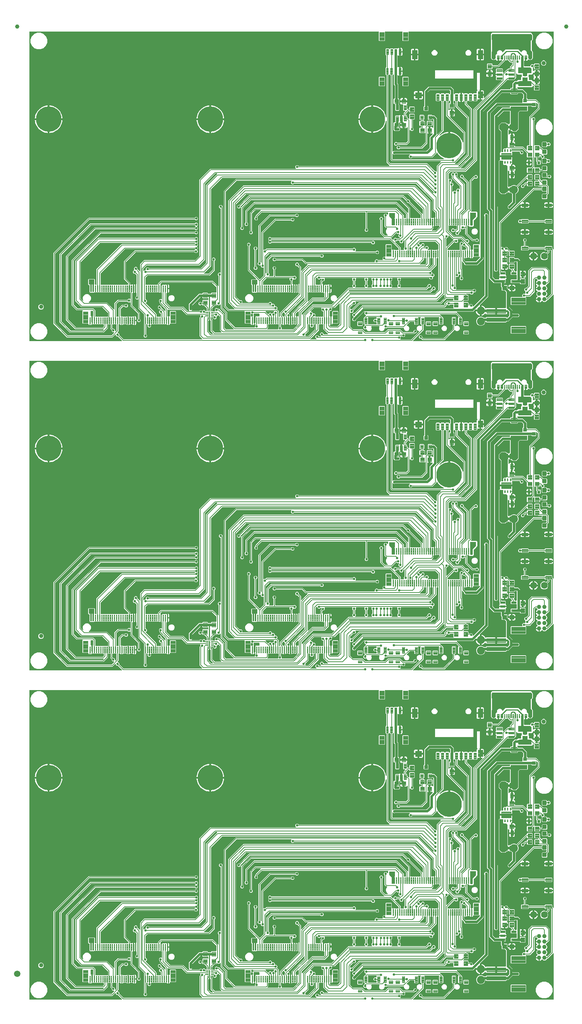
<source format=gtl>
G04 EAGLE Gerber RS-274X export*
G75*
%MOMM*%
%FSLAX34Y34*%
%LPD*%
%INTop Copper*%
%IPPOS*%
%AMOC8*
5,1,8,0,0,1.08239X$1,22.5*%
G01*
%ADD10C,0.102000*%
%ADD11C,0.096000*%
%ADD12C,6.000000*%
%ADD13C,0.100000*%
%ADD14C,0.099000*%
%ADD15C,0.300000*%
%ADD16C,0.654000*%
%ADD17C,1.000000*%
%ADD18C,0.099059*%
%ADD19C,1.600000*%
%ADD20C,0.101600*%
%ADD21C,1.879600*%
%ADD22C,0.100800*%
%ADD23C,0.104000*%
%ADD24C,0.105000*%
%ADD25C,0.098000*%
%ADD26C,0.102500*%
%ADD27C,1.500000*%
%ADD28C,0.558800*%
%ADD29C,0.254000*%
%ADD30C,0.203200*%
%ADD31C,0.558800*%
%ADD32C,0.604000*%
%ADD33C,0.177800*%

G36*
X220911Y2799D02*
X220911Y2799D01*
X220941Y2796D01*
X221052Y2819D01*
X221164Y2835D01*
X221191Y2847D01*
X221219Y2852D01*
X221320Y2904D01*
X221423Y2951D01*
X221446Y2970D01*
X221472Y2983D01*
X221554Y3061D01*
X221640Y3134D01*
X221657Y3159D01*
X221678Y3179D01*
X221735Y3277D01*
X221798Y3371D01*
X221807Y3399D01*
X221821Y3424D01*
X221849Y3534D01*
X221884Y3642D01*
X221884Y3672D01*
X221892Y3700D01*
X221888Y3813D01*
X221891Y3926D01*
X221883Y3955D01*
X221883Y3984D01*
X221848Y4092D01*
X221819Y4201D01*
X221804Y4227D01*
X221795Y4255D01*
X221750Y4318D01*
X221674Y4446D01*
X221628Y4489D01*
X221600Y4528D01*
X212456Y13672D01*
X212386Y13724D01*
X212322Y13784D01*
X212273Y13810D01*
X212229Y13843D01*
X212147Y13874D01*
X212069Y13914D01*
X212022Y13922D01*
X211963Y13944D01*
X211816Y13956D01*
X211738Y13969D01*
X209644Y13969D01*
X207263Y16350D01*
X207263Y17428D01*
X207259Y17457D01*
X207262Y17487D01*
X207239Y17598D01*
X207223Y17710D01*
X207211Y17737D01*
X207206Y17765D01*
X207154Y17866D01*
X207107Y17969D01*
X207088Y17992D01*
X207075Y18018D01*
X206997Y18100D01*
X206924Y18186D01*
X206899Y18203D01*
X206879Y18224D01*
X206781Y18281D01*
X206687Y18344D01*
X206659Y18353D01*
X206634Y18367D01*
X206524Y18395D01*
X206416Y18430D01*
X206386Y18430D01*
X206358Y18438D01*
X206245Y18434D01*
X206132Y18437D01*
X206103Y18429D01*
X206074Y18429D01*
X205966Y18394D01*
X205857Y18365D01*
X205831Y18350D01*
X205803Y18341D01*
X205740Y18296D01*
X205612Y18220D01*
X205569Y18174D01*
X205530Y18146D01*
X199067Y11683D01*
X91785Y11683D01*
X59689Y43779D01*
X59689Y210983D01*
X143093Y294387D01*
X393247Y294387D01*
X393333Y294399D01*
X393421Y294402D01*
X393473Y294419D01*
X393528Y294427D01*
X393608Y294462D01*
X393691Y294489D01*
X393731Y294517D01*
X393788Y294543D01*
X393901Y294639D01*
X393965Y294684D01*
X395445Y296165D01*
X398813Y296165D01*
X401194Y293784D01*
X401194Y290416D01*
X398813Y288035D01*
X395445Y288035D01*
X393965Y289516D01*
X393895Y289568D01*
X393831Y289628D01*
X393782Y289654D01*
X393737Y289687D01*
X393656Y289718D01*
X393578Y289758D01*
X393530Y289766D01*
X393472Y289788D01*
X393324Y289800D01*
X393247Y289813D01*
X145408Y289813D01*
X145321Y289801D01*
X145234Y289798D01*
X145181Y289781D01*
X145126Y289773D01*
X145047Y289738D01*
X144963Y289711D01*
X144924Y289683D01*
X144867Y289657D01*
X144754Y289561D01*
X144690Y289516D01*
X64560Y209386D01*
X64508Y209316D01*
X64448Y209252D01*
X64422Y209203D01*
X64389Y209159D01*
X64358Y209077D01*
X64318Y208999D01*
X64310Y208952D01*
X64288Y208893D01*
X64276Y208745D01*
X64263Y208668D01*
X64263Y46094D01*
X64275Y46007D01*
X64278Y45920D01*
X64295Y45867D01*
X64303Y45812D01*
X64338Y45733D01*
X64365Y45649D01*
X64393Y45610D01*
X64419Y45553D01*
X64515Y45440D01*
X64560Y45376D01*
X93382Y16554D01*
X93452Y16502D01*
X93516Y16442D01*
X93565Y16416D01*
X93609Y16383D01*
X93691Y16352D01*
X93769Y16312D01*
X93816Y16304D01*
X93875Y16282D01*
X94023Y16270D01*
X94100Y16257D01*
X196752Y16257D01*
X196839Y16269D01*
X196926Y16272D01*
X196979Y16289D01*
X197034Y16297D01*
X197114Y16332D01*
X197197Y16359D01*
X197236Y16387D01*
X197293Y16413D01*
X197406Y16509D01*
X197470Y16554D01*
X203058Y22142D01*
X203076Y22166D01*
X203098Y22185D01*
X203161Y22279D01*
X203229Y22369D01*
X203240Y22397D01*
X203256Y22421D01*
X203290Y22529D01*
X203330Y22635D01*
X203333Y22664D01*
X203342Y22692D01*
X203345Y22806D01*
X203354Y22918D01*
X203348Y22947D01*
X203349Y22976D01*
X203320Y23086D01*
X203298Y23197D01*
X203284Y23223D01*
X203277Y23251D01*
X203219Y23349D01*
X203167Y23449D01*
X203147Y23471D01*
X203132Y23496D01*
X203049Y23573D01*
X202971Y23655D01*
X202946Y23670D01*
X202925Y23690D01*
X202824Y23742D01*
X202726Y23799D01*
X202698Y23806D01*
X202671Y23820D01*
X202594Y23833D01*
X202450Y23869D01*
X202388Y23867D01*
X202340Y23875D01*
X199738Y23875D01*
X197357Y26256D01*
X197357Y28350D01*
X197345Y28437D01*
X197342Y28524D01*
X197325Y28577D01*
X197317Y28632D01*
X197282Y28712D01*
X197255Y28795D01*
X197227Y28834D01*
X197201Y28891D01*
X197105Y29004D01*
X197060Y29068D01*
X193973Y32155D01*
X193973Y41354D01*
X193965Y41412D01*
X193967Y41470D01*
X193945Y41552D01*
X193933Y41636D01*
X193910Y41689D01*
X193895Y41745D01*
X193852Y41818D01*
X193817Y41895D01*
X193779Y41940D01*
X193750Y41990D01*
X193688Y42048D01*
X193634Y42112D01*
X193585Y42144D01*
X193542Y42184D01*
X193467Y42223D01*
X193397Y42270D01*
X193341Y42287D01*
X193289Y42314D01*
X193221Y42325D01*
X193126Y42355D01*
X193026Y42358D01*
X192958Y42369D01*
X189562Y42369D01*
X189504Y42361D01*
X189446Y42363D01*
X189364Y42341D01*
X189280Y42329D01*
X189227Y42306D01*
X189171Y42291D01*
X189098Y42248D01*
X189021Y42213D01*
X188976Y42175D01*
X188926Y42146D01*
X188868Y42084D01*
X188804Y42030D01*
X188772Y41981D01*
X188732Y41938D01*
X188693Y41863D01*
X188646Y41793D01*
X188629Y41737D01*
X188602Y41685D01*
X188591Y41617D01*
X188561Y41522D01*
X188558Y41422D01*
X188547Y41354D01*
X188547Y32913D01*
X178493Y22859D01*
X98759Y22859D01*
X74167Y47451D01*
X74167Y208327D01*
X75804Y209964D01*
X146511Y280671D01*
X393247Y280671D01*
X393333Y280683D01*
X393421Y280686D01*
X393473Y280703D01*
X393528Y280711D01*
X393608Y280746D01*
X393691Y280773D01*
X393731Y280801D01*
X393788Y280827D01*
X393901Y280923D01*
X393965Y280968D01*
X395445Y282449D01*
X398813Y282449D01*
X401194Y280068D01*
X401194Y276700D01*
X399023Y274530D01*
X398988Y274483D01*
X398946Y274443D01*
X398903Y274370D01*
X398852Y274303D01*
X398832Y274248D01*
X398802Y274198D01*
X398781Y274116D01*
X398751Y274037D01*
X398746Y273979D01*
X398732Y273922D01*
X398735Y273838D01*
X398728Y273754D01*
X398739Y273696D01*
X398741Y273638D01*
X398767Y273558D01*
X398783Y273475D01*
X398810Y273423D01*
X398828Y273367D01*
X398869Y273311D01*
X398914Y273223D01*
X398983Y273150D01*
X399023Y273094D01*
X401194Y270924D01*
X401194Y267556D01*
X398813Y265175D01*
X395445Y265175D01*
X393965Y266656D01*
X393895Y266708D01*
X393831Y266768D01*
X393782Y266794D01*
X393737Y266827D01*
X393656Y266858D01*
X393578Y266898D01*
X393530Y266906D01*
X393472Y266928D01*
X393324Y266940D01*
X393247Y266953D01*
X159610Y266953D01*
X159523Y266941D01*
X159436Y266938D01*
X159383Y266921D01*
X159328Y266913D01*
X159248Y266878D01*
X159165Y266851D01*
X159126Y266823D01*
X159069Y266797D01*
X158956Y266701D01*
X158892Y266656D01*
X94278Y202042D01*
X94226Y201972D01*
X94166Y201908D01*
X94140Y201859D01*
X94107Y201815D01*
X94076Y201733D01*
X94036Y201655D01*
X94028Y201608D01*
X94006Y201549D01*
X93994Y201402D01*
X93981Y201324D01*
X93981Y55216D01*
X93993Y55129D01*
X93996Y55042D01*
X94013Y54989D01*
X94021Y54934D01*
X94056Y54854D01*
X94083Y54771D01*
X94111Y54732D01*
X94137Y54675D01*
X94233Y54562D01*
X94278Y54498D01*
X113172Y35604D01*
X113242Y35552D01*
X113306Y35492D01*
X113355Y35466D01*
X113399Y35433D01*
X113481Y35402D01*
X113559Y35362D01*
X113606Y35354D01*
X113665Y35332D01*
X113812Y35320D01*
X113890Y35307D01*
X176432Y35307D01*
X176519Y35319D01*
X176606Y35322D01*
X176659Y35339D01*
X176714Y35347D01*
X176794Y35382D01*
X176877Y35409D01*
X176916Y35437D01*
X176973Y35463D01*
X177086Y35559D01*
X177150Y35604D01*
X178676Y37130D01*
X178728Y37200D01*
X178788Y37264D01*
X178814Y37313D01*
X178847Y37357D01*
X178878Y37439D01*
X178918Y37517D01*
X178926Y37564D01*
X178948Y37623D01*
X178960Y37770D01*
X178973Y37848D01*
X178973Y41354D01*
X178965Y41412D01*
X178967Y41470D01*
X178945Y41552D01*
X178933Y41636D01*
X178910Y41689D01*
X178895Y41745D01*
X178852Y41818D01*
X178817Y41895D01*
X178779Y41940D01*
X178750Y41990D01*
X178688Y42048D01*
X178634Y42112D01*
X178585Y42144D01*
X178542Y42184D01*
X178467Y42223D01*
X178397Y42270D01*
X178341Y42287D01*
X178289Y42314D01*
X178221Y42325D01*
X178126Y42355D01*
X178026Y42358D01*
X177958Y42369D01*
X174532Y42369D01*
X174478Y42424D01*
X174431Y42459D01*
X174391Y42501D01*
X174318Y42544D01*
X174251Y42595D01*
X174196Y42616D01*
X174146Y42645D01*
X174064Y42666D01*
X173985Y42696D01*
X173927Y42701D01*
X173870Y42715D01*
X173786Y42712D01*
X173702Y42719D01*
X173644Y42708D01*
X173586Y42706D01*
X173506Y42680D01*
X173423Y42664D01*
X173371Y42637D01*
X173315Y42619D01*
X173259Y42579D01*
X173171Y42533D01*
X173098Y42464D01*
X173042Y42424D01*
X172988Y42369D01*
X169532Y42369D01*
X169478Y42424D01*
X169431Y42459D01*
X169391Y42501D01*
X169318Y42544D01*
X169251Y42595D01*
X169196Y42615D01*
X169146Y42645D01*
X169064Y42666D01*
X168985Y42696D01*
X168927Y42701D01*
X168870Y42715D01*
X168786Y42712D01*
X168702Y42719D01*
X168644Y42708D01*
X168586Y42706D01*
X168506Y42680D01*
X168423Y42664D01*
X168371Y42637D01*
X168315Y42619D01*
X168259Y42579D01*
X168171Y42533D01*
X168098Y42464D01*
X168042Y42424D01*
X167988Y42369D01*
X164532Y42369D01*
X164478Y42424D01*
X164431Y42459D01*
X164391Y42501D01*
X164318Y42544D01*
X164251Y42595D01*
X164196Y42616D01*
X164146Y42645D01*
X164064Y42666D01*
X163985Y42696D01*
X163927Y42701D01*
X163870Y42715D01*
X163786Y42712D01*
X163702Y42719D01*
X163644Y42708D01*
X163586Y42706D01*
X163506Y42680D01*
X163423Y42664D01*
X163371Y42637D01*
X163315Y42619D01*
X163259Y42579D01*
X163171Y42533D01*
X163098Y42464D01*
X163042Y42424D01*
X162988Y42369D01*
X159532Y42369D01*
X159478Y42424D01*
X159431Y42459D01*
X159391Y42501D01*
X159318Y42544D01*
X159251Y42595D01*
X159196Y42616D01*
X159146Y42645D01*
X159064Y42666D01*
X158985Y42696D01*
X158927Y42701D01*
X158870Y42715D01*
X158786Y42712D01*
X158702Y42719D01*
X158644Y42708D01*
X158586Y42706D01*
X158506Y42680D01*
X158423Y42664D01*
X158371Y42637D01*
X158315Y42619D01*
X158259Y42579D01*
X158171Y42533D01*
X158098Y42464D01*
X158042Y42424D01*
X157988Y42369D01*
X154532Y42369D01*
X154478Y42424D01*
X154431Y42459D01*
X154391Y42501D01*
X154318Y42544D01*
X154251Y42595D01*
X154196Y42616D01*
X154146Y42645D01*
X154064Y42666D01*
X153985Y42696D01*
X153927Y42701D01*
X153870Y42715D01*
X153786Y42712D01*
X153702Y42719D01*
X153644Y42708D01*
X153586Y42706D01*
X153506Y42680D01*
X153423Y42664D01*
X153371Y42637D01*
X153315Y42619D01*
X153259Y42579D01*
X153171Y42533D01*
X153098Y42464D01*
X153042Y42424D01*
X152988Y42369D01*
X150204Y42369D01*
X150118Y42357D01*
X150030Y42354D01*
X149978Y42337D01*
X149923Y42329D01*
X149843Y42294D01*
X149760Y42267D01*
X149720Y42239D01*
X149663Y42213D01*
X149550Y42117D01*
X149486Y42072D01*
X149123Y41709D01*
X148428Y41307D01*
X147652Y41099D01*
X147275Y41099D01*
X147275Y51390D01*
X147267Y51448D01*
X147269Y51506D01*
X147247Y51588D01*
X147236Y51671D01*
X147212Y51725D01*
X147197Y51781D01*
X147154Y51854D01*
X147119Y51931D01*
X147082Y51975D01*
X147052Y52025D01*
X146990Y52083D01*
X146936Y52148D01*
X146887Y52180D01*
X146844Y52220D01*
X146769Y52258D01*
X146699Y52305D01*
X146643Y52323D01*
X146591Y52349D01*
X146523Y52361D01*
X146428Y52391D01*
X146328Y52394D01*
X146260Y52405D01*
X146202Y52397D01*
X146144Y52398D01*
X146143Y52398D01*
X146062Y52377D01*
X145978Y52365D01*
X145925Y52341D01*
X145868Y52326D01*
X145796Y52283D01*
X145719Y52249D01*
X145674Y52211D01*
X145624Y52181D01*
X145566Y52120D01*
X145502Y52065D01*
X145470Y52017D01*
X145429Y51974D01*
X145391Y51899D01*
X145344Y51829D01*
X145327Y51773D01*
X145300Y51721D01*
X145289Y51653D01*
X145259Y51558D01*
X145256Y51458D01*
X145245Y51390D01*
X145245Y41099D01*
X144868Y41099D01*
X144092Y41307D01*
X143397Y41709D01*
X142829Y42277D01*
X142427Y42973D01*
X142322Y43367D01*
X142295Y43430D01*
X142278Y43495D01*
X142239Y43560D01*
X142210Y43628D01*
X142167Y43681D01*
X142132Y43740D01*
X142078Y43791D01*
X142031Y43849D01*
X141975Y43888D01*
X141925Y43934D01*
X141859Y43968D01*
X141797Y44011D01*
X141733Y44033D01*
X141672Y44064D01*
X141610Y44074D01*
X141528Y44102D01*
X141414Y44107D01*
X141341Y44119D01*
X129015Y44119D01*
X127989Y45145D01*
X127989Y73135D01*
X128558Y73704D01*
X128576Y73728D01*
X128598Y73747D01*
X128661Y73841D01*
X128729Y73931D01*
X128740Y73959D01*
X128756Y73983D01*
X128790Y74091D01*
X128830Y74197D01*
X128833Y74226D01*
X128842Y74254D01*
X128845Y74368D01*
X128854Y74480D01*
X128848Y74509D01*
X128849Y74538D01*
X128820Y74648D01*
X128798Y74759D01*
X128784Y74785D01*
X128777Y74813D01*
X128719Y74911D01*
X128667Y75011D01*
X128647Y75033D01*
X128632Y75058D01*
X128549Y75135D01*
X128471Y75217D01*
X128446Y75232D01*
X128425Y75252D01*
X128324Y75304D01*
X128226Y75361D01*
X128198Y75368D01*
X128171Y75382D01*
X128094Y75395D01*
X127950Y75431D01*
X127888Y75429D01*
X127840Y75437D01*
X114623Y75437D01*
X103123Y86937D01*
X103123Y194495D01*
X104760Y196132D01*
X168358Y259730D01*
X169995Y261367D01*
X393247Y261367D01*
X393333Y261379D01*
X393421Y261382D01*
X393473Y261399D01*
X393528Y261407D01*
X393608Y261442D01*
X393691Y261469D01*
X393731Y261497D01*
X393788Y261523D01*
X393901Y261619D01*
X393965Y261664D01*
X395445Y263145D01*
X398813Y263145D01*
X401194Y260764D01*
X401194Y257396D01*
X398813Y255015D01*
X395445Y255015D01*
X393965Y256496D01*
X393895Y256548D01*
X393831Y256608D01*
X393782Y256634D01*
X393737Y256667D01*
X393656Y256698D01*
X393578Y256738D01*
X393530Y256746D01*
X393472Y256768D01*
X393324Y256780D01*
X393247Y256793D01*
X172310Y256793D01*
X172223Y256781D01*
X172136Y256778D01*
X172083Y256761D01*
X172028Y256753D01*
X171948Y256718D01*
X171865Y256691D01*
X171826Y256663D01*
X171769Y256637D01*
X171656Y256541D01*
X171592Y256496D01*
X107994Y192898D01*
X107942Y192828D01*
X107882Y192764D01*
X107856Y192715D01*
X107823Y192671D01*
X107792Y192589D01*
X107752Y192511D01*
X107744Y192464D01*
X107722Y192405D01*
X107710Y192258D01*
X107697Y192180D01*
X107697Y89252D01*
X107709Y89165D01*
X107712Y89078D01*
X107729Y89025D01*
X107737Y88970D01*
X107772Y88890D01*
X107799Y88807D01*
X107827Y88768D01*
X107853Y88711D01*
X107949Y88598D01*
X107994Y88534D01*
X116220Y80308D01*
X116290Y80256D01*
X116354Y80196D01*
X116403Y80170D01*
X116447Y80137D01*
X116529Y80106D01*
X116607Y80066D01*
X116654Y80058D01*
X116713Y80036D01*
X116860Y80024D01*
X116938Y80011D01*
X154363Y80011D01*
X156910Y77464D01*
X158547Y75827D01*
X158547Y61426D01*
X158555Y61368D01*
X158553Y61310D01*
X158575Y61228D01*
X158587Y61144D01*
X158610Y61091D01*
X158625Y61035D01*
X158668Y60962D01*
X158703Y60885D01*
X158741Y60840D01*
X158770Y60790D01*
X158832Y60732D01*
X158886Y60668D01*
X158935Y60636D01*
X158978Y60596D01*
X159053Y60557D01*
X159123Y60510D01*
X159179Y60493D01*
X159231Y60466D01*
X159299Y60455D01*
X159394Y60425D01*
X159494Y60422D01*
X159562Y60411D01*
X162988Y60411D01*
X163042Y60356D01*
X163089Y60321D01*
X163129Y60279D01*
X163202Y60236D01*
X163269Y60185D01*
X163324Y60165D01*
X163374Y60135D01*
X163456Y60114D01*
X163535Y60084D01*
X163593Y60079D01*
X163650Y60065D01*
X163734Y60068D01*
X163818Y60061D01*
X163876Y60072D01*
X163934Y60074D01*
X164014Y60100D01*
X164097Y60116D01*
X164149Y60143D01*
X164205Y60161D01*
X164261Y60201D01*
X164349Y60247D01*
X164422Y60316D01*
X164478Y60356D01*
X164532Y60411D01*
X167988Y60411D01*
X168042Y60356D01*
X168089Y60321D01*
X168129Y60279D01*
X168202Y60236D01*
X168269Y60185D01*
X168324Y60164D01*
X168374Y60135D01*
X168456Y60114D01*
X168535Y60084D01*
X168593Y60079D01*
X168650Y60065D01*
X168734Y60068D01*
X168818Y60061D01*
X168876Y60072D01*
X168934Y60074D01*
X169014Y60100D01*
X169097Y60116D01*
X169149Y60143D01*
X169205Y60161D01*
X169261Y60201D01*
X169349Y60247D01*
X169422Y60316D01*
X169478Y60356D01*
X169532Y60411D01*
X172988Y60411D01*
X173042Y60356D01*
X173089Y60321D01*
X173129Y60279D01*
X173202Y60236D01*
X173269Y60185D01*
X173324Y60165D01*
X173374Y60135D01*
X173456Y60114D01*
X173535Y60084D01*
X173593Y60079D01*
X173650Y60065D01*
X173734Y60068D01*
X173818Y60061D01*
X173876Y60072D01*
X173934Y60074D01*
X174014Y60100D01*
X174097Y60116D01*
X174149Y60143D01*
X174205Y60161D01*
X174261Y60201D01*
X174349Y60247D01*
X174422Y60316D01*
X174478Y60356D01*
X174532Y60411D01*
X177988Y60411D01*
X178042Y60356D01*
X178089Y60321D01*
X178129Y60279D01*
X178202Y60236D01*
X178269Y60185D01*
X178324Y60165D01*
X178374Y60135D01*
X178456Y60114D01*
X178535Y60084D01*
X178593Y60079D01*
X178650Y60065D01*
X178734Y60068D01*
X178818Y60061D01*
X178876Y60072D01*
X178934Y60074D01*
X179014Y60100D01*
X179097Y60116D01*
X179149Y60143D01*
X179205Y60161D01*
X179261Y60201D01*
X179349Y60247D01*
X179422Y60316D01*
X179478Y60356D01*
X179532Y60411D01*
X182988Y60411D01*
X183042Y60356D01*
X183089Y60321D01*
X183129Y60279D01*
X183202Y60236D01*
X183269Y60185D01*
X183324Y60165D01*
X183374Y60135D01*
X183456Y60114D01*
X183535Y60084D01*
X183593Y60079D01*
X183650Y60065D01*
X183734Y60068D01*
X183818Y60061D01*
X183876Y60072D01*
X183934Y60074D01*
X184014Y60100D01*
X184097Y60116D01*
X184149Y60143D01*
X184205Y60161D01*
X184261Y60201D01*
X184349Y60247D01*
X184422Y60316D01*
X184478Y60356D01*
X184532Y60411D01*
X187958Y60411D01*
X188016Y60419D01*
X188074Y60417D01*
X188156Y60439D01*
X188240Y60451D01*
X188293Y60474D01*
X188349Y60489D01*
X188422Y60532D01*
X188499Y60567D01*
X188544Y60605D01*
X188594Y60634D01*
X188652Y60696D01*
X188716Y60750D01*
X188748Y60799D01*
X188788Y60842D01*
X188827Y60917D01*
X188874Y60987D01*
X188891Y61043D01*
X188918Y61095D01*
X188929Y61163D01*
X188959Y61258D01*
X188962Y61358D01*
X188973Y61426D01*
X188973Y68992D01*
X188961Y69079D01*
X188958Y69166D01*
X188941Y69219D01*
X188933Y69274D01*
X188898Y69354D01*
X188871Y69437D01*
X188843Y69476D01*
X188817Y69533D01*
X188721Y69646D01*
X188676Y69710D01*
X175626Y82760D01*
X175556Y82812D01*
X175492Y82872D01*
X175443Y82898D01*
X175399Y82931D01*
X175317Y82962D01*
X175239Y83002D01*
X175192Y83010D01*
X175133Y83032D01*
X174986Y83044D01*
X174908Y83057D01*
X125799Y83057D01*
X111505Y97351D01*
X111505Y192717D01*
X165423Y246635D01*
X393247Y246635D01*
X393333Y246647D01*
X393421Y246650D01*
X393473Y246667D01*
X393528Y246675D01*
X393608Y246710D01*
X393691Y246737D01*
X393731Y246765D01*
X393788Y246791D01*
X393901Y246887D01*
X393965Y246932D01*
X395445Y248413D01*
X398813Y248413D01*
X401194Y246032D01*
X401194Y242664D01*
X400166Y241637D01*
X400131Y241590D01*
X400089Y241550D01*
X400046Y241477D01*
X399995Y241410D01*
X399975Y241355D01*
X399945Y241305D01*
X399924Y241223D01*
X399894Y241144D01*
X399889Y241086D01*
X399875Y241029D01*
X399878Y240945D01*
X399871Y240861D01*
X399882Y240803D01*
X399884Y240745D01*
X399910Y240665D01*
X399926Y240582D01*
X399953Y240530D01*
X399971Y240474D01*
X400012Y240418D01*
X400057Y240330D01*
X400126Y240257D01*
X400166Y240201D01*
X401194Y239174D01*
X401194Y235806D01*
X400166Y234779D01*
X400131Y234732D01*
X400089Y234692D01*
X400046Y234619D01*
X399995Y234552D01*
X399975Y234497D01*
X399945Y234447D01*
X399924Y234365D01*
X399894Y234286D01*
X399889Y234228D01*
X399875Y234171D01*
X399878Y234087D01*
X399871Y234003D01*
X399882Y233945D01*
X399884Y233887D01*
X399910Y233807D01*
X399926Y233724D01*
X399953Y233672D01*
X399971Y233616D01*
X400011Y233560D01*
X400057Y233472D01*
X400126Y233399D01*
X400166Y233343D01*
X401194Y232316D01*
X401194Y228948D01*
X399531Y227286D01*
X399496Y227239D01*
X399454Y227199D01*
X399411Y227126D01*
X399360Y227059D01*
X399340Y227004D01*
X399310Y226954D01*
X399289Y226872D01*
X399259Y226793D01*
X399254Y226735D01*
X399240Y226678D01*
X399243Y226594D01*
X399236Y226510D01*
X399247Y226452D01*
X399249Y226394D01*
X399275Y226314D01*
X399291Y226231D01*
X399318Y226179D01*
X399336Y226123D01*
X399377Y226067D01*
X399422Y225979D01*
X399491Y225906D01*
X399531Y225850D01*
X401194Y224188D01*
X401194Y220820D01*
X399595Y219221D01*
X399560Y219175D01*
X399517Y219134D01*
X399475Y219062D01*
X399424Y218994D01*
X399403Y218940D01*
X399374Y218889D01*
X399353Y218808D01*
X399323Y218729D01*
X399318Y218670D01*
X399303Y218614D01*
X399306Y218529D01*
X399299Y218445D01*
X399311Y218388D01*
X399312Y218329D01*
X399338Y218249D01*
X399355Y218167D01*
X399382Y218114D01*
X399400Y218059D01*
X399440Y218003D01*
X399486Y217914D01*
X399555Y217842D01*
X399595Y217786D01*
X400813Y216568D01*
X400813Y213200D01*
X398432Y210819D01*
X395064Y210819D01*
X393584Y212300D01*
X393514Y212352D01*
X393450Y212412D01*
X393401Y212438D01*
X393356Y212471D01*
X393275Y212502D01*
X393197Y212542D01*
X393149Y212550D01*
X393091Y212572D01*
X392943Y212584D01*
X392866Y212597D01*
X254352Y212597D01*
X254265Y212585D01*
X254178Y212582D01*
X254125Y212565D01*
X254070Y212557D01*
X253990Y212522D01*
X253907Y212495D01*
X253868Y212467D01*
X253811Y212441D01*
X253698Y212345D01*
X253634Y212300D01*
X231184Y189850D01*
X231132Y189780D01*
X231072Y189716D01*
X231046Y189667D01*
X231013Y189623D01*
X230982Y189541D01*
X230942Y189463D01*
X230934Y189416D01*
X230912Y189357D01*
X230900Y189210D01*
X230887Y189132D01*
X230887Y151228D01*
X230899Y151141D01*
X230902Y151054D01*
X230919Y151001D01*
X230927Y150946D01*
X230962Y150866D01*
X230989Y150783D01*
X231017Y150744D01*
X231043Y150687D01*
X231139Y150574D01*
X231184Y150510D01*
X241047Y140647D01*
X241047Y136926D01*
X241055Y136868D01*
X241053Y136810D01*
X241075Y136728D01*
X241087Y136644D01*
X241110Y136591D01*
X241125Y136535D01*
X241168Y136462D01*
X241203Y136385D01*
X241241Y136340D01*
X241270Y136290D01*
X241332Y136232D01*
X241386Y136168D01*
X241435Y136136D01*
X241478Y136096D01*
X241553Y136057D01*
X241623Y136010D01*
X241679Y135993D01*
X241731Y135966D01*
X241799Y135955D01*
X241894Y135925D01*
X241994Y135922D01*
X242062Y135911D01*
X244816Y135911D01*
X244902Y135923D01*
X244990Y135926D01*
X245042Y135943D01*
X245097Y135951D01*
X245177Y135986D01*
X245260Y136013D01*
X245300Y136041D01*
X245357Y136067D01*
X245470Y136163D01*
X245534Y136208D01*
X245897Y136571D01*
X246592Y136973D01*
X247368Y137181D01*
X247745Y137181D01*
X247745Y134874D01*
X247747Y134858D01*
X247745Y134843D01*
X247767Y134718D01*
X247784Y134592D01*
X247791Y134578D01*
X247793Y134563D01*
X247849Y134448D01*
X247901Y134333D01*
X247911Y134321D01*
X247917Y134307D01*
X248002Y134213D01*
X248084Y134116D01*
X248097Y134107D01*
X248107Y134096D01*
X248215Y134029D01*
X248321Y133958D01*
X248336Y133953D01*
X248349Y133945D01*
X248471Y133911D01*
X248592Y133872D01*
X248607Y133872D01*
X248622Y133868D01*
X248749Y133868D01*
X248876Y133865D01*
X248891Y133869D01*
X248906Y133869D01*
X249029Y133905D01*
X249151Y133937D01*
X249164Y133945D01*
X249179Y133949D01*
X249287Y134017D01*
X249396Y134082D01*
X249406Y134093D01*
X249419Y134101D01*
X249503Y134197D01*
X249590Y134289D01*
X249597Y134303D01*
X249607Y134314D01*
X249635Y134377D01*
X249720Y134542D01*
X249720Y134543D01*
X249720Y134544D01*
X249727Y134584D01*
X249743Y134621D01*
X249744Y134623D01*
X249764Y134807D01*
X249775Y134875D01*
X249775Y137181D01*
X250152Y137181D01*
X250997Y136954D01*
X251094Y136942D01*
X251189Y136922D01*
X251229Y136926D01*
X251279Y136920D01*
X251449Y136947D01*
X251523Y136954D01*
X252368Y137181D01*
X252745Y137181D01*
X252745Y134875D01*
X252769Y134701D01*
X252775Y134629D01*
X252775Y134627D01*
X252782Y134611D01*
X252784Y134593D01*
X252785Y134593D01*
X252785Y134592D01*
X252836Y134479D01*
X252882Y134364D01*
X252893Y134350D01*
X252901Y134333D01*
X252981Y134238D01*
X253058Y134141D01*
X253073Y134130D01*
X253085Y134116D01*
X253188Y134047D01*
X253289Y133975D01*
X253306Y133968D01*
X253321Y133958D01*
X253440Y133921D01*
X253556Y133879D01*
X253575Y133878D01*
X253592Y133872D01*
X253716Y133869D01*
X253840Y133862D01*
X253858Y133866D01*
X253876Y133865D01*
X253996Y133896D01*
X254118Y133923D01*
X254134Y133932D01*
X254152Y133937D01*
X254258Y134000D01*
X254367Y134060D01*
X254380Y134073D01*
X254396Y134082D01*
X254481Y134172D01*
X254569Y134260D01*
X254578Y134276D01*
X254590Y134289D01*
X254647Y134400D01*
X254707Y134508D01*
X254712Y134526D01*
X254720Y134543D01*
X254732Y134614D01*
X254772Y134785D01*
X254768Y134830D01*
X254775Y134874D01*
X254775Y137181D01*
X255270Y137181D01*
X255328Y137189D01*
X255386Y137187D01*
X255468Y137209D01*
X255552Y137221D01*
X255605Y137244D01*
X255661Y137259D01*
X255734Y137302D01*
X255811Y137337D01*
X255856Y137375D01*
X255906Y137404D01*
X255964Y137466D01*
X256028Y137520D01*
X256060Y137569D01*
X256100Y137612D01*
X256139Y137687D01*
X256186Y137757D01*
X256203Y137813D01*
X256230Y137865D01*
X256241Y137933D01*
X256271Y138028D01*
X256274Y138128D01*
X256285Y138196D01*
X256285Y158144D01*
X256277Y158200D01*
X256279Y158244D01*
X256272Y158270D01*
X256270Y158318D01*
X256253Y158371D01*
X256245Y158426D01*
X256211Y158502D01*
X256207Y158519D01*
X256203Y158525D01*
X256183Y158589D01*
X256155Y158628D01*
X256129Y158685D01*
X256033Y158798D01*
X255988Y158862D01*
X252842Y162008D01*
X252772Y162060D01*
X252708Y162120D01*
X252659Y162146D01*
X252615Y162179D01*
X252533Y162210D01*
X252455Y162250D01*
X252408Y162258D01*
X252349Y162280D01*
X252202Y162292D01*
X252124Y162305D01*
X250030Y162305D01*
X247649Y164686D01*
X247649Y168054D01*
X250097Y170501D01*
X250132Y170548D01*
X250175Y170588D01*
X250217Y170661D01*
X250268Y170729D01*
X250289Y170783D01*
X250318Y170834D01*
X250339Y170915D01*
X250369Y170994D01*
X250374Y171053D01*
X250388Y171109D01*
X250386Y171194D01*
X250393Y171278D01*
X250381Y171335D01*
X250379Y171393D01*
X250353Y171474D01*
X250337Y171556D01*
X250310Y171608D01*
X250292Y171664D01*
X250252Y171720D01*
X250206Y171809D01*
X250137Y171881D01*
X250097Y171937D01*
X249959Y172076D01*
X249959Y175443D01*
X252340Y177824D01*
X255707Y177824D01*
X258088Y175443D01*
X258088Y173302D01*
X258095Y173253D01*
X258095Y173240D01*
X258099Y173223D01*
X258100Y173216D01*
X258103Y173128D01*
X258120Y173076D01*
X258128Y173021D01*
X258164Y172941D01*
X258191Y172858D01*
X258219Y172819D01*
X258244Y172761D01*
X258340Y172648D01*
X258385Y172584D01*
X262680Y168290D01*
X262704Y168272D01*
X262723Y168250D01*
X262817Y168187D01*
X262907Y168119D01*
X262935Y168108D01*
X262959Y168092D01*
X263067Y168058D01*
X263173Y168018D01*
X263202Y168015D01*
X263230Y168006D01*
X263344Y168003D01*
X263456Y167994D01*
X263485Y168000D01*
X263514Y167999D01*
X263624Y168028D01*
X263735Y168050D01*
X263761Y168064D01*
X263789Y168071D01*
X263887Y168129D01*
X263987Y168181D01*
X264009Y168201D01*
X264034Y168216D01*
X264111Y168299D01*
X264193Y168377D01*
X264208Y168402D01*
X264228Y168423D01*
X264280Y168524D01*
X264337Y168622D01*
X264344Y168650D01*
X264358Y168677D01*
X264371Y168754D01*
X264407Y168898D01*
X264405Y168960D01*
X264413Y169008D01*
X264413Y184335D01*
X266050Y185972D01*
X273881Y193803D01*
X393856Y193803D01*
X393943Y193815D01*
X394030Y193818D01*
X394083Y193835D01*
X394138Y193843D01*
X394218Y193878D01*
X394301Y193905D01*
X394340Y193933D01*
X394397Y193959D01*
X394510Y194055D01*
X394574Y194100D01*
X404324Y203850D01*
X404376Y203920D01*
X404436Y203984D01*
X404462Y204033D01*
X404495Y204077D01*
X404526Y204159D01*
X404566Y204237D01*
X404574Y204284D01*
X404596Y204343D01*
X404608Y204490D01*
X404621Y204568D01*
X404621Y383979D01*
X430091Y409449D01*
X631626Y409449D01*
X631655Y409453D01*
X631684Y409450D01*
X631795Y409473D01*
X631907Y409489D01*
X631934Y409501D01*
X631963Y409506D01*
X632064Y409559D01*
X632167Y409605D01*
X632189Y409624D01*
X632215Y409637D01*
X632297Y409715D01*
X632384Y409788D01*
X632400Y409813D01*
X632421Y409833D01*
X632478Y409931D01*
X632541Y410025D01*
X632550Y410053D01*
X632565Y410078D01*
X632593Y410188D01*
X632627Y410296D01*
X632628Y410326D01*
X632635Y410354D01*
X632632Y410467D01*
X632634Y410580D01*
X632627Y410609D01*
X632626Y410638D01*
X632591Y410746D01*
X632563Y410855D01*
X632548Y410880D01*
X632539Y410909D01*
X632493Y410973D01*
X632417Y411100D01*
X632372Y411143D01*
X632344Y411182D01*
X631189Y412336D01*
X631189Y415704D01*
X633570Y418085D01*
X636938Y418085D01*
X638418Y416604D01*
X638488Y416552D01*
X638552Y416492D01*
X638601Y416466D01*
X638646Y416433D01*
X638727Y416402D01*
X638805Y416362D01*
X638853Y416354D01*
X638911Y416332D01*
X639059Y416320D01*
X639136Y416307D01*
X852580Y416307D01*
X852609Y416311D01*
X852639Y416308D01*
X852750Y416331D01*
X852862Y416347D01*
X852889Y416359D01*
X852917Y416364D01*
X853018Y416417D01*
X853121Y416463D01*
X853144Y416482D01*
X853170Y416495D01*
X853252Y416573D01*
X853338Y416646D01*
X853354Y416671D01*
X853376Y416691D01*
X853433Y416789D01*
X853496Y416883D01*
X853505Y416911D01*
X853519Y416936D01*
X853547Y417046D01*
X853582Y417154D01*
X853582Y417184D01*
X853590Y417212D01*
X853586Y417325D01*
X853589Y417438D01*
X853581Y417467D01*
X853581Y417496D01*
X853546Y417604D01*
X853517Y417713D01*
X853502Y417739D01*
X853493Y417767D01*
X853447Y417831D01*
X853372Y417958D01*
X853326Y418001D01*
X853298Y418040D01*
X851872Y419466D01*
X848726Y422612D01*
X847089Y424249D01*
X847089Y521450D01*
X847083Y521493D01*
X847086Y521536D01*
X847063Y521633D01*
X847049Y521732D01*
X847032Y521771D01*
X847022Y521813D01*
X846974Y521900D01*
X846933Y521991D01*
X846905Y522024D01*
X846884Y522062D01*
X846814Y522132D01*
X846750Y522208D01*
X846714Y522232D01*
X846683Y522262D01*
X846596Y522310D01*
X846513Y522366D01*
X846472Y522379D01*
X846434Y522399D01*
X846337Y522421D01*
X846242Y522451D01*
X846199Y522453D01*
X846157Y522462D01*
X846057Y522456D01*
X845958Y522459D01*
X845916Y522448D01*
X845873Y522445D01*
X845779Y522412D01*
X845683Y522387D01*
X845646Y522365D01*
X845605Y522350D01*
X845524Y522292D01*
X845438Y522242D01*
X845409Y522210D01*
X845374Y522185D01*
X845312Y522107D01*
X845244Y522034D01*
X845224Y521996D01*
X845197Y521962D01*
X845170Y521891D01*
X845114Y521781D01*
X845103Y521713D01*
X845078Y521648D01*
X844528Y518880D01*
X843600Y515820D01*
X842376Y512866D01*
X840869Y510046D01*
X839093Y507388D01*
X837064Y504916D01*
X834804Y502656D01*
X832332Y500627D01*
X829674Y498851D01*
X826854Y497344D01*
X823900Y496120D01*
X820840Y495192D01*
X817705Y494569D01*
X814955Y494298D01*
X814955Y525780D01*
X814947Y525838D01*
X814949Y525896D01*
X814927Y525978D01*
X814915Y526061D01*
X814891Y526115D01*
X814877Y526171D01*
X814834Y526244D01*
X814799Y526321D01*
X814761Y526365D01*
X814731Y526416D01*
X814670Y526473D01*
X814615Y526538D01*
X814567Y526570D01*
X814524Y526610D01*
X814449Y526649D01*
X814379Y526695D01*
X814323Y526713D01*
X814271Y526740D01*
X814203Y526751D01*
X814108Y526781D01*
X814008Y526784D01*
X813940Y526795D01*
X812923Y526795D01*
X812923Y526797D01*
X813940Y526797D01*
X813998Y526805D01*
X814056Y526804D01*
X814138Y526825D01*
X814221Y526837D01*
X814275Y526861D01*
X814331Y526875D01*
X814404Y526918D01*
X814481Y526953D01*
X814526Y526991D01*
X814576Y527021D01*
X814634Y527082D01*
X814698Y527137D01*
X814730Y527185D01*
X814770Y527228D01*
X814809Y527303D01*
X814855Y527373D01*
X814873Y527429D01*
X814900Y527481D01*
X814911Y527549D01*
X814941Y527644D01*
X814944Y527744D01*
X814955Y527812D01*
X814955Y559294D01*
X817705Y559023D01*
X820840Y558400D01*
X823900Y557472D01*
X826854Y556248D01*
X829674Y554741D01*
X832332Y552965D01*
X834804Y550936D01*
X837064Y548676D01*
X839093Y546204D01*
X840869Y543546D01*
X842376Y540726D01*
X843600Y537772D01*
X844528Y534712D01*
X845078Y531944D01*
X845093Y531903D01*
X845099Y531860D01*
X845139Y531769D01*
X845172Y531675D01*
X845197Y531640D01*
X845215Y531601D01*
X845279Y531525D01*
X845337Y531444D01*
X845371Y531417D01*
X845399Y531384D01*
X845481Y531329D01*
X845559Y531267D01*
X845599Y531250D01*
X845635Y531226D01*
X845730Y531196D01*
X845822Y531158D01*
X845865Y531154D01*
X845906Y531141D01*
X846006Y531138D01*
X846105Y531127D01*
X846147Y531134D01*
X846190Y531133D01*
X846287Y531158D01*
X846385Y531175D01*
X846424Y531194D01*
X846465Y531205D01*
X846551Y531256D01*
X846641Y531299D01*
X846673Y531328D01*
X846710Y531350D01*
X846778Y531423D01*
X846852Y531490D01*
X846875Y531526D01*
X846904Y531558D01*
X846950Y531646D01*
X847002Y531731D01*
X847014Y531772D01*
X847034Y531811D01*
X847046Y531886D01*
X847080Y532004D01*
X847078Y532074D01*
X847089Y532142D01*
X847089Y629914D01*
X847081Y629972D01*
X847083Y630030D01*
X847061Y630112D01*
X847049Y630196D01*
X847026Y630249D01*
X847011Y630305D01*
X846968Y630378D01*
X846933Y630455D01*
X846895Y630500D01*
X846866Y630550D01*
X846804Y630608D01*
X846750Y630672D01*
X846701Y630704D01*
X846658Y630744D01*
X846583Y630783D01*
X846513Y630830D01*
X846457Y630847D01*
X846405Y630874D01*
X846337Y630885D01*
X846242Y630915D01*
X846142Y630918D01*
X846074Y630929D01*
X845152Y630929D01*
X844109Y631972D01*
X844109Y647928D01*
X845160Y648978D01*
X845194Y648977D01*
X845276Y648999D01*
X845360Y649011D01*
X845413Y649034D01*
X845469Y649049D01*
X845542Y649092D01*
X845619Y649127D01*
X845664Y649165D01*
X845714Y649194D01*
X845772Y649256D01*
X845836Y649310D01*
X845868Y649359D01*
X845908Y649402D01*
X845947Y649477D01*
X845994Y649547D01*
X846011Y649603D01*
X846038Y649655D01*
X846049Y649723D01*
X846079Y649818D01*
X846082Y649918D01*
X846093Y649986D01*
X846093Y676764D01*
X846085Y676822D01*
X846087Y676880D01*
X846065Y676962D01*
X846053Y677046D01*
X846030Y677099D01*
X846015Y677155D01*
X845972Y677228D01*
X845937Y677305D01*
X845899Y677350D01*
X845870Y677400D01*
X845808Y677458D01*
X845754Y677522D01*
X845705Y677554D01*
X845662Y677594D01*
X845587Y677633D01*
X845517Y677680D01*
X845461Y677697D01*
X845448Y677704D01*
X844329Y678822D01*
X844329Y692778D01*
X845372Y693821D01*
X851828Y693821D01*
X852882Y692766D01*
X852929Y692731D01*
X852969Y692689D01*
X853042Y692646D01*
X853109Y692595D01*
X853164Y692574D01*
X853214Y692545D01*
X853296Y692524D01*
X853375Y692494D01*
X853433Y692489D01*
X853490Y692475D01*
X853574Y692478D01*
X853658Y692471D01*
X853716Y692482D01*
X853774Y692484D01*
X853854Y692510D01*
X853937Y692526D01*
X853989Y692553D01*
X854045Y692571D01*
X854101Y692612D01*
X854189Y692657D01*
X854262Y692726D01*
X854318Y692766D01*
X855372Y693821D01*
X861828Y693821D01*
X862882Y692766D01*
X862929Y692731D01*
X862969Y692689D01*
X863042Y692646D01*
X863109Y692595D01*
X863164Y692574D01*
X863214Y692545D01*
X863296Y692524D01*
X863375Y692494D01*
X863433Y692489D01*
X863490Y692475D01*
X863574Y692478D01*
X863658Y692471D01*
X863716Y692482D01*
X863774Y692484D01*
X863854Y692510D01*
X863937Y692526D01*
X863989Y692553D01*
X864045Y692571D01*
X864101Y692612D01*
X864189Y692657D01*
X864262Y692726D01*
X864318Y692766D01*
X865372Y693821D01*
X871828Y693821D01*
X872025Y693623D01*
X872064Y693593D01*
X872097Y693557D01*
X872178Y693508D01*
X872253Y693452D01*
X872298Y693435D01*
X872340Y693409D01*
X872431Y693384D01*
X872518Y693351D01*
X872567Y693347D01*
X872614Y693334D01*
X872708Y693335D01*
X872802Y693327D01*
X872850Y693337D01*
X872898Y693337D01*
X872988Y693365D01*
X873080Y693383D01*
X873124Y693406D01*
X873170Y693420D01*
X873249Y693471D01*
X873333Y693514D01*
X873368Y693548D01*
X873409Y693574D01*
X873456Y693632D01*
X873539Y693710D01*
X873583Y693785D01*
X873623Y693833D01*
X873669Y693913D01*
X874237Y694481D01*
X874932Y694883D01*
X875708Y695091D01*
X877101Y695091D01*
X877101Y686284D01*
X877109Y686226D01*
X877107Y686168D01*
X877129Y686086D01*
X877141Y686003D01*
X877164Y685949D01*
X877179Y685893D01*
X877222Y685820D01*
X877231Y685801D01*
X877200Y685755D01*
X877183Y685699D01*
X877156Y685647D01*
X877145Y685579D01*
X877115Y685484D01*
X877112Y685384D01*
X877101Y685316D01*
X877101Y676509D01*
X875708Y676509D01*
X874932Y676717D01*
X874188Y677147D01*
X874151Y677162D01*
X874119Y677183D01*
X874020Y677215D01*
X873924Y677253D01*
X873885Y677257D01*
X873848Y677269D01*
X873744Y677272D01*
X873641Y677282D01*
X873603Y677276D01*
X873564Y677277D01*
X873463Y677250D01*
X873361Y677232D01*
X873326Y677215D01*
X873289Y677205D01*
X873200Y677152D01*
X873107Y677106D01*
X873078Y677079D01*
X873044Y677059D01*
X872973Y676984D01*
X872897Y676914D01*
X872876Y676881D01*
X872850Y676852D01*
X872802Y676760D01*
X872748Y676672D01*
X872738Y676634D01*
X872720Y676599D01*
X872707Y676522D01*
X872673Y676397D01*
X872674Y676323D01*
X872665Y676268D01*
X872665Y650609D01*
X872670Y650570D01*
X872668Y650531D01*
X872690Y650430D01*
X872705Y650328D01*
X872721Y650292D01*
X872729Y650254D01*
X872778Y650163D01*
X872821Y650068D01*
X872846Y650038D01*
X872865Y650004D01*
X872938Y649930D01*
X873004Y649851D01*
X873037Y649829D01*
X873064Y649802D01*
X873155Y649751D01*
X873241Y649694D01*
X873278Y649682D01*
X873312Y649663D01*
X873413Y649639D01*
X873512Y649608D01*
X873551Y649607D01*
X873589Y649598D01*
X873693Y649603D01*
X873796Y649600D01*
X873834Y649610D01*
X873873Y649612D01*
X873946Y649640D01*
X874071Y649672D01*
X874135Y649710D01*
X874188Y649730D01*
X874712Y650033D01*
X875488Y650241D01*
X876881Y650241D01*
X876881Y640434D01*
X876889Y640376D01*
X876887Y640318D01*
X876909Y640236D01*
X876921Y640153D01*
X876944Y640099D01*
X876959Y640043D01*
X877002Y639970D01*
X877011Y639951D01*
X876980Y639905D01*
X876963Y639849D01*
X876936Y639797D01*
X876925Y639729D01*
X876895Y639634D01*
X876892Y639534D01*
X876881Y639466D01*
X876881Y629659D01*
X875488Y629659D01*
X874712Y629867D01*
X873968Y630297D01*
X873931Y630312D01*
X873899Y630333D01*
X873800Y630365D01*
X873704Y630403D01*
X873665Y630407D01*
X873628Y630419D01*
X873524Y630422D01*
X873421Y630432D01*
X873383Y630426D01*
X873344Y630427D01*
X873243Y630400D01*
X873141Y630382D01*
X873106Y630365D01*
X873069Y630355D01*
X872980Y630302D01*
X872887Y630256D01*
X872858Y630229D01*
X872824Y630209D01*
X872753Y630134D01*
X872677Y630064D01*
X872656Y630031D01*
X872630Y630002D01*
X872582Y629910D01*
X872528Y629822D01*
X872518Y629784D01*
X872500Y629749D01*
X872487Y629672D01*
X872453Y629547D01*
X872454Y629473D01*
X872445Y629418D01*
X872445Y612004D01*
X872457Y611918D01*
X872460Y611830D01*
X872477Y611778D01*
X872485Y611723D01*
X872520Y611643D01*
X872547Y611560D01*
X872575Y611520D01*
X872601Y611463D01*
X872697Y611350D01*
X872742Y611286D01*
X874405Y609624D01*
X874405Y576246D01*
X874413Y576188D01*
X874411Y576130D01*
X874433Y576048D01*
X874445Y575964D01*
X874468Y575911D01*
X874483Y575855D01*
X874526Y575782D01*
X874561Y575705D01*
X874599Y575660D01*
X874628Y575610D01*
X874690Y575552D01*
X874744Y575488D01*
X874793Y575456D01*
X874836Y575416D01*
X874911Y575377D01*
X874981Y575330D01*
X875037Y575313D01*
X875089Y575286D01*
X875157Y575275D01*
X875252Y575245D01*
X875352Y575242D01*
X875420Y575231D01*
X876074Y575231D01*
X877111Y574194D01*
X877111Y563727D01*
X876242Y562858D01*
X876190Y562788D01*
X876130Y562724D01*
X876104Y562675D01*
X876071Y562631D01*
X876040Y562549D01*
X876000Y562471D01*
X875992Y562424D01*
X875970Y562365D01*
X875958Y562217D01*
X875945Y562140D01*
X875945Y561366D01*
X875957Y561280D01*
X875960Y561192D01*
X875977Y561140D01*
X875985Y561085D01*
X876020Y561005D01*
X876047Y560922D01*
X876075Y560882D01*
X876101Y560825D01*
X876197Y560712D01*
X876242Y560648D01*
X876651Y560240D01*
X876651Y547802D01*
X875599Y546750D01*
X868161Y546750D01*
X867109Y547802D01*
X867109Y560240D01*
X867518Y560648D01*
X867570Y560718D01*
X867630Y560782D01*
X867656Y560831D01*
X867689Y560876D01*
X867720Y560957D01*
X867760Y561035D01*
X867768Y561083D01*
X867790Y561141D01*
X867802Y561289D01*
X867815Y561366D01*
X867815Y561674D01*
X867807Y561732D01*
X867809Y561790D01*
X867787Y561872D01*
X867775Y561956D01*
X867752Y562009D01*
X867737Y562065D01*
X867694Y562138D01*
X867659Y562215D01*
X867621Y562260D01*
X867592Y562310D01*
X867530Y562368D01*
X867476Y562432D01*
X867427Y562464D01*
X867384Y562504D01*
X867309Y562543D01*
X867239Y562590D01*
X867183Y562607D01*
X867131Y562634D01*
X867063Y562645D01*
X866968Y562675D01*
X866868Y562678D01*
X866800Y562689D01*
X864606Y562689D01*
X863569Y563726D01*
X863569Y574194D01*
X864606Y575231D01*
X865260Y575231D01*
X865318Y575239D01*
X865376Y575237D01*
X865458Y575259D01*
X865542Y575271D01*
X865595Y575294D01*
X865651Y575309D01*
X865724Y575352D01*
X865801Y575387D01*
X865846Y575425D01*
X865896Y575454D01*
X865954Y575516D01*
X866018Y575570D01*
X866050Y575619D01*
X866090Y575662D01*
X866129Y575737D01*
X866176Y575807D01*
X866193Y575863D01*
X866220Y575915D01*
X866231Y575983D01*
X866261Y576078D01*
X866264Y576178D01*
X866275Y576246D01*
X866275Y605836D01*
X866263Y605922D01*
X866260Y606010D01*
X866243Y606062D01*
X866235Y606117D01*
X866200Y606197D01*
X866173Y606280D01*
X866145Y606320D01*
X866119Y606377D01*
X866058Y606449D01*
X866034Y606489D01*
X866004Y606518D01*
X865978Y606554D01*
X864315Y608216D01*
X864315Y631186D01*
X864311Y631215D01*
X864314Y631244D01*
X864291Y631355D01*
X864275Y631467D01*
X864263Y631494D01*
X864258Y631523D01*
X864205Y631624D01*
X864159Y631727D01*
X864140Y631749D01*
X864127Y631775D01*
X864049Y631857D01*
X863976Y631944D01*
X863951Y631960D01*
X863931Y631981D01*
X863833Y632039D01*
X863739Y632101D01*
X863711Y632110D01*
X863686Y632125D01*
X863576Y632153D01*
X863468Y632187D01*
X863438Y632188D01*
X863410Y632195D01*
X863297Y632192D01*
X863184Y632194D01*
X863155Y632187D01*
X863126Y632186D01*
X863018Y632151D01*
X862909Y632123D01*
X862883Y632108D01*
X862855Y632099D01*
X862791Y632053D01*
X862664Y631977D01*
X862621Y631932D01*
X862582Y631904D01*
X861600Y630922D01*
X861566Y630923D01*
X861484Y630901D01*
X861400Y630889D01*
X861347Y630866D01*
X861291Y630851D01*
X861218Y630808D01*
X861141Y630773D01*
X861096Y630735D01*
X861046Y630706D01*
X860988Y630644D01*
X860924Y630590D01*
X860892Y630541D01*
X860852Y630498D01*
X860813Y630423D01*
X860766Y630353D01*
X860749Y630297D01*
X860722Y630245D01*
X860711Y630177D01*
X860681Y630082D01*
X860678Y629982D01*
X860667Y629914D01*
X860667Y451238D01*
X860671Y451209D01*
X860668Y451180D01*
X860691Y451069D01*
X860707Y450957D01*
X860719Y450930D01*
X860724Y450901D01*
X860777Y450800D01*
X860823Y450697D01*
X860842Y450675D01*
X860855Y450649D01*
X860933Y450567D01*
X861006Y450480D01*
X861031Y450464D01*
X861051Y450443D01*
X861149Y450386D01*
X861243Y450323D01*
X861271Y450314D01*
X861296Y450299D01*
X861406Y450271D01*
X861514Y450237D01*
X861544Y450236D01*
X861572Y450229D01*
X861685Y450232D01*
X861798Y450230D01*
X861827Y450237D01*
X861856Y450238D01*
X861964Y450273D01*
X862073Y450301D01*
X862099Y450316D01*
X862127Y450325D01*
X862191Y450371D01*
X862318Y450447D01*
X862361Y450492D01*
X862400Y450520D01*
X863718Y451839D01*
X940970Y451839D01*
X941056Y451851D01*
X941144Y451854D01*
X941196Y451871D01*
X941251Y451879D01*
X941331Y451914D01*
X941414Y451941D01*
X941454Y451969D01*
X941511Y451995D01*
X941624Y452091D01*
X941688Y452136D01*
X948138Y458586D01*
X948190Y458656D01*
X948250Y458720D01*
X948276Y458769D01*
X948309Y458813D01*
X948340Y458895D01*
X948380Y458973D01*
X948388Y459021D01*
X948410Y459079D01*
X948422Y459227D01*
X948435Y459304D01*
X948435Y484284D01*
X951114Y486962D01*
X955535Y491384D01*
X955542Y491393D01*
X955551Y491400D01*
X955557Y491407D01*
X955560Y491411D01*
X955607Y491478D01*
X955627Y491506D01*
X955706Y491611D01*
X955710Y491621D01*
X955717Y491631D01*
X955721Y491642D01*
X955722Y491644D01*
X955739Y491693D01*
X955761Y491754D01*
X955807Y491876D01*
X955808Y491888D01*
X955812Y491899D01*
X955813Y491912D01*
X955813Y491913D01*
X955815Y491942D01*
X955820Y492029D01*
X955831Y492160D01*
X955829Y492171D01*
X955829Y492182D01*
X955826Y492197D01*
X955823Y492211D01*
X955801Y492310D01*
X955775Y492438D01*
X955770Y492449D01*
X955767Y492460D01*
X955760Y492473D01*
X955760Y492474D01*
X955756Y492481D01*
X955704Y492575D01*
X955644Y492691D01*
X955636Y492699D01*
X955631Y492709D01*
X955619Y492720D01*
X955619Y492721D01*
X955610Y492729D01*
X955538Y492802D01*
X955448Y492897D01*
X955438Y492903D01*
X955430Y492911D01*
X955417Y492918D01*
X955416Y492919D01*
X955392Y492932D01*
X955316Y492974D01*
X955203Y493041D01*
X955192Y493043D01*
X955182Y493049D01*
X955168Y493052D01*
X955165Y493054D01*
X955117Y493064D01*
X955054Y493078D01*
X954927Y493111D01*
X954916Y493110D01*
X954905Y493113D01*
X954892Y493112D01*
X954887Y493113D01*
X954857Y493110D01*
X954774Y493106D01*
X954643Y493102D01*
X954632Y493098D01*
X954621Y493097D01*
X954586Y493084D01*
X954553Y493081D01*
X953650Y492839D01*
X950281Y492839D01*
X950281Y499364D01*
X950273Y499422D01*
X950274Y499480D01*
X950253Y499562D01*
X950241Y499645D01*
X950217Y499699D01*
X950203Y499755D01*
X950160Y499828D01*
X950125Y499905D01*
X950087Y499949D01*
X950057Y500000D01*
X949996Y500057D01*
X949941Y500122D01*
X949893Y500154D01*
X949850Y500194D01*
X949775Y500233D01*
X949705Y500279D01*
X949649Y500297D01*
X949597Y500324D01*
X949529Y500335D01*
X949434Y500365D01*
X949334Y500368D01*
X949266Y500379D01*
X947234Y500379D01*
X947176Y500371D01*
X947118Y500372D01*
X947036Y500351D01*
X946953Y500339D01*
X946899Y500315D01*
X946843Y500301D01*
X946770Y500258D01*
X946693Y500223D01*
X946648Y500185D01*
X946598Y500155D01*
X946540Y500094D01*
X946476Y500039D01*
X946444Y499991D01*
X946404Y499948D01*
X946365Y499873D01*
X946319Y499803D01*
X946301Y499747D01*
X946274Y499695D01*
X946263Y499627D01*
X946233Y499532D01*
X946230Y499432D01*
X946219Y499364D01*
X946219Y492839D01*
X943766Y492839D01*
X943708Y492831D01*
X943650Y492833D01*
X943568Y492811D01*
X943484Y492799D01*
X943431Y492776D01*
X943375Y492761D01*
X943302Y492718D01*
X943225Y492683D01*
X943180Y492645D01*
X943130Y492616D01*
X943072Y492554D01*
X943008Y492500D01*
X942976Y492451D01*
X942936Y492408D01*
X942897Y492333D01*
X942850Y492263D01*
X942833Y492207D01*
X942806Y492155D01*
X942795Y492087D01*
X942765Y491992D01*
X942762Y491892D01*
X942751Y491824D01*
X942751Y469617D01*
X930587Y457453D01*
X878912Y457453D01*
X878826Y457441D01*
X878738Y457438D01*
X878686Y457421D01*
X878631Y457413D01*
X878551Y457378D01*
X878468Y457351D01*
X878428Y457323D01*
X878371Y457297D01*
X878258Y457201D01*
X878194Y457156D01*
X876714Y455675D01*
X873346Y455675D01*
X870965Y458056D01*
X870965Y461424D01*
X873346Y463805D01*
X876714Y463805D01*
X878194Y462324D01*
X878264Y462272D01*
X878328Y462212D01*
X878377Y462186D01*
X878422Y462153D01*
X878503Y462122D01*
X878581Y462082D01*
X878629Y462074D01*
X878687Y462052D01*
X878835Y462040D01*
X878912Y462027D01*
X928272Y462027D01*
X928359Y462039D01*
X928446Y462042D01*
X928499Y462059D01*
X928554Y462067D01*
X928634Y462102D01*
X928717Y462129D01*
X928756Y462157D01*
X928813Y462183D01*
X928926Y462279D01*
X928990Y462324D01*
X937880Y471214D01*
X937932Y471284D01*
X937992Y471348D01*
X938018Y471397D01*
X938051Y471441D01*
X938082Y471523D01*
X938122Y471601D01*
X938130Y471648D01*
X938152Y471707D01*
X938164Y471854D01*
X938177Y471932D01*
X938177Y493094D01*
X938169Y493152D01*
X938171Y493210D01*
X938149Y493292D01*
X938137Y493376D01*
X938114Y493429D01*
X938099Y493485D01*
X938056Y493558D01*
X938021Y493635D01*
X937983Y493680D01*
X937954Y493730D01*
X937892Y493788D01*
X937838Y493852D01*
X937789Y493884D01*
X937746Y493924D01*
X937671Y493963D01*
X937601Y494010D01*
X937545Y494027D01*
X937493Y494054D01*
X937425Y494065D01*
X937330Y494095D01*
X937230Y494098D01*
X937162Y494109D01*
X925516Y494109D01*
X924479Y495146D01*
X924479Y505614D01*
X925516Y506651D01*
X927948Y506651D01*
X928006Y506659D01*
X928064Y506657D01*
X928146Y506679D01*
X928230Y506691D01*
X928283Y506714D01*
X928339Y506729D01*
X928412Y506772D01*
X928489Y506807D01*
X928534Y506845D01*
X928584Y506874D01*
X928642Y506936D01*
X928706Y506990D01*
X928738Y507039D01*
X928778Y507082D01*
X928817Y507157D01*
X928864Y507227D01*
X928881Y507283D01*
X928908Y507335D01*
X928919Y507403D01*
X928949Y507498D01*
X928952Y507598D01*
X928963Y507666D01*
X928963Y509444D01*
X928956Y509496D01*
X928957Y509521D01*
X928956Y509524D01*
X928957Y509560D01*
X928935Y509642D01*
X928923Y509726D01*
X928900Y509779D01*
X928885Y509835D01*
X928842Y509908D01*
X928807Y509985D01*
X928769Y510030D01*
X928740Y510080D01*
X928678Y510138D01*
X928624Y510202D01*
X928575Y510234D01*
X928532Y510274D01*
X928457Y510313D01*
X928387Y510360D01*
X928331Y510377D01*
X928279Y510404D01*
X928211Y510415D01*
X928116Y510445D01*
X928016Y510448D01*
X927948Y510459D01*
X925566Y510459D01*
X924529Y511496D01*
X924529Y521964D01*
X925566Y523001D01*
X927948Y523001D01*
X928006Y523009D01*
X928064Y523007D01*
X928146Y523029D01*
X928230Y523041D01*
X928283Y523064D01*
X928339Y523079D01*
X928412Y523122D01*
X928489Y523157D01*
X928534Y523195D01*
X928584Y523224D01*
X928642Y523286D01*
X928706Y523340D01*
X928738Y523389D01*
X928778Y523432D01*
X928817Y523507D01*
X928864Y523577D01*
X928881Y523633D01*
X928908Y523685D01*
X928919Y523753D01*
X928949Y523848D01*
X928952Y523948D01*
X928963Y524016D01*
X928963Y524234D01*
X928955Y524292D01*
X928957Y524350D01*
X928935Y524432D01*
X928923Y524516D01*
X928900Y524569D01*
X928885Y524625D01*
X928842Y524698D01*
X928807Y524775D01*
X928769Y524820D01*
X928740Y524870D01*
X928678Y524928D01*
X928624Y524992D01*
X928575Y525024D01*
X928532Y525064D01*
X928457Y525103D01*
X928387Y525150D01*
X928331Y525167D01*
X928279Y525194D01*
X928211Y525205D01*
X928116Y525235D01*
X928016Y525238D01*
X927948Y525249D01*
X926078Y525249D01*
X925029Y526298D01*
X925029Y535742D01*
X926078Y536791D01*
X934522Y536791D01*
X935571Y535742D01*
X935571Y526298D01*
X934517Y525244D01*
X934494Y525241D01*
X934436Y525243D01*
X934354Y525221D01*
X934270Y525209D01*
X934217Y525186D01*
X934161Y525171D01*
X934088Y525128D01*
X934011Y525093D01*
X933966Y525055D01*
X933916Y525026D01*
X933858Y524964D01*
X933794Y524910D01*
X933762Y524861D01*
X933722Y524818D01*
X933683Y524743D01*
X933636Y524673D01*
X933619Y524617D01*
X933592Y524565D01*
X933581Y524497D01*
X933551Y524402D01*
X933548Y524302D01*
X933537Y524234D01*
X933537Y524016D01*
X933545Y523958D01*
X933543Y523900D01*
X933565Y523818D01*
X933577Y523734D01*
X933600Y523681D01*
X933615Y523625D01*
X933658Y523552D01*
X933693Y523475D01*
X933731Y523430D01*
X933760Y523380D01*
X933822Y523322D01*
X933876Y523258D01*
X933925Y523226D01*
X933968Y523186D01*
X934043Y523147D01*
X934113Y523100D01*
X934169Y523083D01*
X934221Y523056D01*
X934289Y523045D01*
X934384Y523015D01*
X934484Y523012D01*
X934552Y523001D01*
X937034Y523001D01*
X938071Y521964D01*
X938071Y511866D01*
X938075Y511836D01*
X938072Y511806D01*
X938095Y511695D01*
X938111Y511584D01*
X938123Y511557D01*
X938129Y511527D01*
X938181Y511427D01*
X938227Y511325D01*
X938246Y511302D01*
X938260Y511275D01*
X938338Y511193D01*
X938410Y511108D01*
X938436Y511091D01*
X938456Y511069D01*
X938553Y511013D01*
X938647Y510950D01*
X938676Y510941D01*
X938702Y510926D01*
X938811Y510898D01*
X938918Y510864D01*
X938948Y510864D01*
X938977Y510856D01*
X939090Y510860D01*
X939202Y510857D01*
X939231Y510865D01*
X939262Y510866D01*
X939369Y510901D01*
X939477Y510929D01*
X939503Y510944D01*
X939532Y510954D01*
X939596Y510999D01*
X939722Y511074D01*
X939765Y511120D01*
X939805Y511149D01*
X939815Y511159D01*
X941232Y512576D01*
X941284Y512646D01*
X941344Y512710D01*
X941370Y512759D01*
X941403Y512803D01*
X941434Y512885D01*
X941474Y512963D01*
X941482Y513010D01*
X941504Y513069D01*
X941516Y513216D01*
X941529Y513294D01*
X941529Y521964D01*
X942566Y523001D01*
X954034Y523001D01*
X955071Y521964D01*
X955071Y511496D01*
X954034Y510459D01*
X946004Y510459D01*
X945917Y510447D01*
X945830Y510444D01*
X945777Y510427D01*
X945722Y510419D01*
X945643Y510384D01*
X945559Y510357D01*
X945520Y510329D01*
X945463Y510303D01*
X945350Y510207D01*
X945286Y510162D01*
X944778Y509654D01*
X944760Y509630D01*
X944738Y509611D01*
X944675Y509517D01*
X944607Y509427D01*
X944596Y509399D01*
X944580Y509375D01*
X944546Y509267D01*
X944506Y509161D01*
X944503Y509132D01*
X944494Y509104D01*
X944491Y508991D01*
X944482Y508878D01*
X944488Y508849D01*
X944487Y508820D01*
X944516Y508710D01*
X944538Y508599D01*
X944552Y508573D01*
X944559Y508545D01*
X944617Y508447D01*
X944669Y508347D01*
X944689Y508325D01*
X944704Y508300D01*
X944787Y508223D01*
X944865Y508141D01*
X944890Y508126D01*
X944911Y508106D01*
X945012Y508054D01*
X945110Y507997D01*
X945139Y507990D01*
X945165Y507976D01*
X945242Y507963D01*
X945386Y507927D01*
X945448Y507929D01*
X945496Y507921D01*
X946219Y507921D01*
X946219Y501396D01*
X946227Y501338D01*
X946225Y501280D01*
X946247Y501198D01*
X946259Y501115D01*
X946283Y501061D01*
X946297Y501005D01*
X946340Y500932D01*
X946375Y500855D01*
X946413Y500811D01*
X946443Y500760D01*
X946504Y500703D01*
X946559Y500638D01*
X946607Y500606D01*
X946650Y500566D01*
X946725Y500527D01*
X946795Y500481D01*
X946851Y500463D01*
X946903Y500436D01*
X946971Y500425D01*
X947066Y500395D01*
X947166Y500392D01*
X947234Y500381D01*
X949266Y500381D01*
X949324Y500389D01*
X949382Y500388D01*
X949464Y500409D01*
X949547Y500421D01*
X949601Y500445D01*
X949657Y500459D01*
X949730Y500502D01*
X949807Y500537D01*
X949851Y500575D01*
X949902Y500605D01*
X949959Y500666D01*
X950024Y500721D01*
X950056Y500769D01*
X950096Y500812D01*
X950135Y500887D01*
X950181Y500957D01*
X950199Y501013D01*
X950226Y501065D01*
X950237Y501133D01*
X950267Y501228D01*
X950270Y501328D01*
X950281Y501396D01*
X950281Y507921D01*
X953650Y507921D01*
X954424Y507714D01*
X955117Y507313D01*
X955592Y506838D01*
X955616Y506820D01*
X955635Y506798D01*
X955729Y506735D01*
X955819Y506667D01*
X955847Y506657D01*
X955871Y506641D01*
X955979Y506606D01*
X956085Y506566D01*
X956114Y506564D01*
X956142Y506555D01*
X956256Y506552D01*
X956368Y506542D01*
X956397Y506548D01*
X956426Y506547D01*
X956536Y506576D01*
X956647Y506598D01*
X956673Y506612D01*
X956701Y506619D01*
X956799Y506677D01*
X956899Y506729D01*
X956921Y506750D01*
X956946Y506765D01*
X957023Y506847D01*
X957105Y506925D01*
X957120Y506950D01*
X957140Y506972D01*
X957192Y507073D01*
X957249Y507170D01*
X957256Y507199D01*
X957270Y507225D01*
X957283Y507302D01*
X957319Y507446D01*
X957317Y507508D01*
X957325Y507556D01*
X957325Y525110D01*
X957313Y525197D01*
X957310Y525284D01*
X957293Y525337D01*
X957285Y525392D01*
X957250Y525472D01*
X957223Y525555D01*
X957195Y525594D01*
X957169Y525651D01*
X957073Y525764D01*
X957028Y525828D01*
X956282Y526574D01*
X956235Y526609D01*
X956195Y526651D01*
X956122Y526694D01*
X956055Y526745D01*
X956000Y526766D01*
X955950Y526795D01*
X955868Y526816D01*
X955789Y526846D01*
X955731Y526851D01*
X955674Y526865D01*
X955590Y526863D01*
X955506Y526870D01*
X955449Y526858D01*
X955390Y526856D01*
X955310Y526830D01*
X955227Y526814D01*
X955175Y526787D01*
X955120Y526769D01*
X955064Y526729D01*
X954975Y526683D01*
X954903Y526614D01*
X954846Y526574D01*
X953522Y525249D01*
X945078Y525249D01*
X944029Y526298D01*
X944029Y535742D01*
X945078Y536791D01*
X953522Y536791D01*
X954705Y535607D01*
X954727Y535559D01*
X954765Y535514D01*
X954794Y535464D01*
X954856Y535406D01*
X954910Y535342D01*
X954959Y535310D01*
X955002Y535270D01*
X955077Y535231D01*
X955147Y535184D01*
X955203Y535167D01*
X955255Y535140D01*
X955323Y535129D01*
X955418Y535099D01*
X955518Y535096D01*
X955586Y535085D01*
X959268Y535085D01*
X965455Y528898D01*
X965455Y492379D01*
X965459Y492350D01*
X965456Y492321D01*
X965479Y492210D01*
X965495Y492097D01*
X965507Y492071D01*
X965512Y492042D01*
X965564Y491941D01*
X965611Y491838D01*
X965630Y491816D01*
X965643Y491790D01*
X965721Y491708D01*
X965794Y491621D01*
X965819Y491605D01*
X965839Y491584D01*
X965937Y491526D01*
X966031Y491463D01*
X966059Y491455D01*
X966084Y491440D01*
X966194Y491412D01*
X966302Y491378D01*
X966332Y491377D01*
X966360Y491370D01*
X966473Y491373D01*
X966586Y491370D01*
X966615Y491378D01*
X966644Y491379D01*
X966752Y491414D01*
X966861Y491442D01*
X966887Y491457D01*
X966915Y491466D01*
X966978Y491512D01*
X967106Y491587D01*
X967149Y491633D01*
X967188Y491661D01*
X976516Y500989D01*
X976568Y501059D01*
X976628Y501123D01*
X976654Y501172D01*
X976687Y501216D01*
X976718Y501298D01*
X976758Y501376D01*
X976766Y501424D01*
X976788Y501482D01*
X976800Y501630D01*
X976813Y501707D01*
X976813Y567974D01*
X976805Y568032D01*
X976807Y568090D01*
X976785Y568172D01*
X976773Y568256D01*
X976750Y568309D01*
X976735Y568365D01*
X976692Y568438D01*
X976657Y568515D01*
X976619Y568560D01*
X976590Y568610D01*
X976528Y568668D01*
X976474Y568732D01*
X976425Y568764D01*
X976382Y568804D01*
X976307Y568843D01*
X976237Y568890D01*
X976181Y568907D01*
X976129Y568934D01*
X976061Y568945D01*
X975966Y568975D01*
X975866Y568978D01*
X975798Y568989D01*
X975381Y568989D01*
X974318Y570053D01*
X974271Y570088D01*
X974231Y570130D01*
X974158Y570173D01*
X974091Y570223D01*
X974036Y570244D01*
X973986Y570274D01*
X973904Y570295D01*
X973825Y570325D01*
X973767Y570330D01*
X973710Y570344D01*
X973626Y570341D01*
X973542Y570348D01*
X973484Y570337D01*
X973426Y570335D01*
X973346Y570309D01*
X973263Y570292D01*
X973211Y570265D01*
X973155Y570247D01*
X973099Y570207D01*
X973011Y570161D01*
X972938Y570093D01*
X972882Y570053D01*
X971819Y568989D01*
X964381Y568989D01*
X963329Y570041D01*
X963329Y586479D01*
X964381Y587531D01*
X971819Y587531D01*
X972882Y586467D01*
X972929Y586432D01*
X972969Y586390D01*
X973042Y586347D01*
X973109Y586297D01*
X973164Y586276D01*
X973214Y586246D01*
X973296Y586225D01*
X973375Y586195D01*
X973433Y586190D01*
X973490Y586176D01*
X973574Y586179D01*
X973658Y586172D01*
X973716Y586183D01*
X973774Y586185D01*
X973854Y586211D01*
X973937Y586228D01*
X973989Y586255D01*
X974045Y586273D01*
X974101Y586313D01*
X974189Y586359D01*
X974262Y586427D01*
X974318Y586467D01*
X975381Y587531D01*
X982819Y587531D01*
X983882Y586467D01*
X983929Y586432D01*
X983969Y586390D01*
X984042Y586347D01*
X984109Y586297D01*
X984164Y586276D01*
X984214Y586246D01*
X984296Y586225D01*
X984375Y586195D01*
X984433Y586190D01*
X984490Y586176D01*
X984574Y586179D01*
X984658Y586172D01*
X984716Y586183D01*
X984774Y586185D01*
X984854Y586211D01*
X984937Y586228D01*
X984989Y586255D01*
X985045Y586273D01*
X985101Y586313D01*
X985189Y586359D01*
X985262Y586427D01*
X985318Y586467D01*
X986381Y587531D01*
X993819Y587531D01*
X994882Y586467D01*
X994929Y586432D01*
X994969Y586390D01*
X995042Y586347D01*
X995109Y586297D01*
X995164Y586276D01*
X995214Y586246D01*
X995296Y586225D01*
X995375Y586195D01*
X995433Y586190D01*
X995490Y586176D01*
X995574Y586179D01*
X995658Y586172D01*
X995716Y586183D01*
X995774Y586185D01*
X995854Y586211D01*
X995937Y586228D01*
X995989Y586255D01*
X996044Y586273D01*
X996101Y586313D01*
X996189Y586359D01*
X996262Y586427D01*
X996318Y586467D01*
X996738Y586887D01*
X996747Y586900D01*
X996751Y586903D01*
X996763Y586921D01*
X996791Y586957D01*
X996850Y587021D01*
X996876Y587070D01*
X996909Y587115D01*
X996940Y587196D01*
X996980Y587274D01*
X996988Y587322D01*
X997010Y587380D01*
X997022Y587528D01*
X997035Y587605D01*
X997035Y593186D01*
X997023Y593272D01*
X997020Y593360D01*
X997003Y593412D01*
X996995Y593467D01*
X996960Y593547D01*
X996933Y593630D01*
X996905Y593670D01*
X996879Y593727D01*
X996783Y593840D01*
X996738Y593904D01*
X995564Y595078D01*
X995494Y595130D01*
X995430Y595190D01*
X995381Y595216D01*
X995336Y595249D01*
X995255Y595280D01*
X995177Y595320D01*
X995129Y595328D01*
X995071Y595350D01*
X994923Y595362D01*
X994846Y595375D01*
X949524Y595375D01*
X949438Y595363D01*
X949350Y595360D01*
X949298Y595343D01*
X949243Y595335D01*
X949163Y595300D01*
X949080Y595273D01*
X949040Y595245D01*
X948983Y595219D01*
X948870Y595123D01*
X948806Y595078D01*
X944162Y590434D01*
X944110Y590364D01*
X944050Y590300D01*
X944024Y590251D01*
X943991Y590206D01*
X943960Y590125D01*
X943920Y590047D01*
X943912Y589999D01*
X943890Y589941D01*
X943878Y589793D01*
X943865Y589716D01*
X943865Y558368D01*
X943877Y558282D01*
X943880Y558194D01*
X943897Y558142D01*
X943905Y558087D01*
X943940Y558007D01*
X943967Y557924D01*
X943995Y557884D01*
X944021Y557827D01*
X944117Y557714D01*
X944162Y557650D01*
X945071Y556742D01*
X945071Y547298D01*
X944022Y546249D01*
X935578Y546249D01*
X934529Y547298D01*
X934529Y556742D01*
X935438Y557650D01*
X935490Y557720D01*
X935550Y557784D01*
X935576Y557833D01*
X935609Y557878D01*
X935640Y557959D01*
X935680Y558037D01*
X935688Y558085D01*
X935710Y558143D01*
X935722Y558291D01*
X935735Y558368D01*
X935735Y593504D01*
X945736Y603505D01*
X998634Y603505D01*
X1005165Y596974D01*
X1005165Y587605D01*
X1005177Y587519D01*
X1005180Y587431D01*
X1005197Y587379D01*
X1005205Y587324D01*
X1005240Y587244D01*
X1005267Y587161D01*
X1005295Y587122D01*
X1005321Y587064D01*
X1005395Y586977D01*
X1005415Y586943D01*
X1005438Y586922D01*
X1005462Y586887D01*
X1005882Y586467D01*
X1005929Y586432D01*
X1005969Y586390D01*
X1006042Y586347D01*
X1006109Y586297D01*
X1006164Y586276D01*
X1006214Y586246D01*
X1006296Y586225D01*
X1006375Y586195D01*
X1006433Y586190D01*
X1006490Y586176D01*
X1006574Y586179D01*
X1006658Y586172D01*
X1006716Y586183D01*
X1006774Y586185D01*
X1006854Y586211D01*
X1006937Y586228D01*
X1006989Y586255D01*
X1007045Y586273D01*
X1007101Y586313D01*
X1007189Y586359D01*
X1007262Y586427D01*
X1007318Y586467D01*
X1008381Y587531D01*
X1015819Y587531D01*
X1016026Y587323D01*
X1016065Y587294D01*
X1016098Y587258D01*
X1016178Y587209D01*
X1016253Y587152D01*
X1016299Y587135D01*
X1016341Y587110D01*
X1016431Y587085D01*
X1016519Y587051D01*
X1016568Y587047D01*
X1016615Y587034D01*
X1016709Y587035D01*
X1016802Y587028D01*
X1016850Y587037D01*
X1016899Y587038D01*
X1016989Y587065D01*
X1017081Y587083D01*
X1017124Y587106D01*
X1017171Y587120D01*
X1017250Y587171D01*
X1017333Y587214D01*
X1017369Y587248D01*
X1017410Y587275D01*
X1017457Y587332D01*
X1017540Y587410D01*
X1017583Y587485D01*
X1017623Y587534D01*
X1017672Y587618D01*
X1018243Y588188D01*
X1018942Y588592D01*
X1019721Y588801D01*
X1021351Y588801D01*
X1021351Y578994D01*
X1021359Y578936D01*
X1021357Y578878D01*
X1021379Y578796D01*
X1021391Y578713D01*
X1021414Y578659D01*
X1021429Y578603D01*
X1021472Y578530D01*
X1021507Y578453D01*
X1021545Y578409D01*
X1021574Y578358D01*
X1021636Y578301D01*
X1021673Y578257D01*
X1021672Y578256D01*
X1021608Y578201D01*
X1021576Y578153D01*
X1021536Y578110D01*
X1021497Y578035D01*
X1021450Y577965D01*
X1021433Y577909D01*
X1021406Y577857D01*
X1021395Y577789D01*
X1021365Y577694D01*
X1021362Y577594D01*
X1021351Y577526D01*
X1021351Y567719D01*
X1019721Y567719D01*
X1018942Y567928D01*
X1018243Y568332D01*
X1017672Y568902D01*
X1017623Y568986D01*
X1017593Y569025D01*
X1017571Y569068D01*
X1017506Y569136D01*
X1017448Y569210D01*
X1017409Y569239D01*
X1017375Y569274D01*
X1017294Y569322D01*
X1017218Y569377D01*
X1017172Y569393D01*
X1017130Y569418D01*
X1017039Y569441D01*
X1016950Y569473D01*
X1016901Y569476D01*
X1016854Y569488D01*
X1016760Y569485D01*
X1016666Y569491D01*
X1016619Y569481D01*
X1016570Y569479D01*
X1016481Y569450D01*
X1016389Y569430D01*
X1016346Y569407D01*
X1016300Y569392D01*
X1016239Y569349D01*
X1016139Y569294D01*
X1016077Y569233D01*
X1016026Y569197D01*
X1015819Y568989D01*
X1015402Y568989D01*
X1015344Y568981D01*
X1015286Y568983D01*
X1015204Y568961D01*
X1015120Y568949D01*
X1015067Y568926D01*
X1015011Y568911D01*
X1014938Y568868D01*
X1014861Y568833D01*
X1014816Y568795D01*
X1014766Y568766D01*
X1014708Y568704D01*
X1014644Y568650D01*
X1014612Y568601D01*
X1014572Y568558D01*
X1014533Y568483D01*
X1014486Y568413D01*
X1014469Y568357D01*
X1014442Y568305D01*
X1014431Y568237D01*
X1014401Y568142D01*
X1014398Y568042D01*
X1014387Y567974D01*
X1014387Y558988D01*
X1014399Y558901D01*
X1014402Y558814D01*
X1014419Y558761D01*
X1014427Y558706D01*
X1014462Y558626D01*
X1014489Y558543D01*
X1014517Y558504D01*
X1014543Y558447D01*
X1014639Y558334D01*
X1014684Y558270D01*
X1040885Y532069D01*
X1040885Y440933D01*
X1018253Y418301D01*
X1016778Y416826D01*
X1016760Y416802D01*
X1016738Y416783D01*
X1016675Y416689D01*
X1016607Y416598D01*
X1016596Y416571D01*
X1016580Y416547D01*
X1016546Y416439D01*
X1016506Y416333D01*
X1016503Y416304D01*
X1016494Y416276D01*
X1016491Y416162D01*
X1016482Y416049D01*
X1016488Y416021D01*
X1016487Y415991D01*
X1016516Y415882D01*
X1016538Y415771D01*
X1016552Y415745D01*
X1016559Y415716D01*
X1016617Y415619D01*
X1016669Y415518D01*
X1016689Y415497D01*
X1016704Y415472D01*
X1016787Y415395D01*
X1016865Y415312D01*
X1016890Y415297D01*
X1016911Y415277D01*
X1017012Y415226D01*
X1017110Y415169D01*
X1017138Y415161D01*
X1017165Y415148D01*
X1017242Y415135D01*
X1017386Y415098D01*
X1017448Y415100D01*
X1017496Y415092D01*
X1018387Y415092D01*
X1018473Y415105D01*
X1018561Y415107D01*
X1018613Y415125D01*
X1018668Y415132D01*
X1018748Y415168D01*
X1018831Y415195D01*
X1018870Y415223D01*
X1018927Y415249D01*
X1019041Y415344D01*
X1019104Y415390D01*
X1043708Y439993D01*
X1043760Y440063D01*
X1043820Y440127D01*
X1043846Y440176D01*
X1043879Y440220D01*
X1043910Y440302D01*
X1043950Y440380D01*
X1043958Y440428D01*
X1043980Y440486D01*
X1043992Y440634D01*
X1044005Y440711D01*
X1044005Y548796D01*
X1043993Y548883D01*
X1043990Y548970D01*
X1043973Y549023D01*
X1043965Y549078D01*
X1043930Y549158D01*
X1043903Y549241D01*
X1043875Y549280D01*
X1043849Y549337D01*
X1043753Y549450D01*
X1043708Y549514D01*
X1031813Y561409D01*
X1031813Y567974D01*
X1031805Y568032D01*
X1031807Y568090D01*
X1031785Y568172D01*
X1031773Y568256D01*
X1031750Y568309D01*
X1031735Y568365D01*
X1031692Y568438D01*
X1031657Y568515D01*
X1031619Y568560D01*
X1031590Y568610D01*
X1031528Y568668D01*
X1031474Y568732D01*
X1031425Y568764D01*
X1031382Y568804D01*
X1031307Y568843D01*
X1031237Y568890D01*
X1031181Y568907D01*
X1031129Y568934D01*
X1031061Y568945D01*
X1030966Y568975D01*
X1030866Y568978D01*
X1030798Y568989D01*
X1030381Y568989D01*
X1030174Y569197D01*
X1030135Y569226D01*
X1030102Y569262D01*
X1030022Y569311D01*
X1029947Y569368D01*
X1029901Y569385D01*
X1029859Y569410D01*
X1029769Y569435D01*
X1029681Y569469D01*
X1029632Y569473D01*
X1029585Y569486D01*
X1029491Y569485D01*
X1029398Y569492D01*
X1029350Y569483D01*
X1029301Y569482D01*
X1029211Y569455D01*
X1029119Y569437D01*
X1029076Y569414D01*
X1029029Y569400D01*
X1028950Y569349D01*
X1028867Y569306D01*
X1028831Y569272D01*
X1028790Y569245D01*
X1028743Y569188D01*
X1028660Y569110D01*
X1028617Y569035D01*
X1028577Y568986D01*
X1028528Y568902D01*
X1027957Y568332D01*
X1027258Y567928D01*
X1026479Y567719D01*
X1024849Y567719D01*
X1024849Y577526D01*
X1024841Y577584D01*
X1024843Y577642D01*
X1024821Y577724D01*
X1024809Y577807D01*
X1024786Y577861D01*
X1024771Y577917D01*
X1024728Y577990D01*
X1024693Y578067D01*
X1024655Y578111D01*
X1024626Y578162D01*
X1024564Y578219D01*
X1024527Y578263D01*
X1024528Y578264D01*
X1024592Y578319D01*
X1024624Y578367D01*
X1024664Y578410D01*
X1024703Y578485D01*
X1024750Y578555D01*
X1024767Y578611D01*
X1024794Y578663D01*
X1024805Y578731D01*
X1024835Y578826D01*
X1024838Y578926D01*
X1024849Y578994D01*
X1024849Y588801D01*
X1026479Y588801D01*
X1027258Y588592D01*
X1027957Y588188D01*
X1028528Y587618D01*
X1028577Y587534D01*
X1028607Y587495D01*
X1028629Y587452D01*
X1028694Y587384D01*
X1028752Y587310D01*
X1028791Y587281D01*
X1028825Y587246D01*
X1028906Y587198D01*
X1028982Y587143D01*
X1029028Y587127D01*
X1029070Y587102D01*
X1029161Y587079D01*
X1029250Y587047D01*
X1029298Y587044D01*
X1029346Y587032D01*
X1029440Y587035D01*
X1029533Y587029D01*
X1029581Y587039D01*
X1029630Y587041D01*
X1029719Y587070D01*
X1029811Y587090D01*
X1029854Y587113D01*
X1029900Y587128D01*
X1029961Y587171D01*
X1030061Y587226D01*
X1030123Y587287D01*
X1030174Y587323D01*
X1030381Y587531D01*
X1037819Y587531D01*
X1038882Y586467D01*
X1038929Y586432D01*
X1038969Y586390D01*
X1039042Y586347D01*
X1039109Y586297D01*
X1039164Y586276D01*
X1039214Y586246D01*
X1039296Y586225D01*
X1039375Y586195D01*
X1039433Y586190D01*
X1039490Y586176D01*
X1039574Y586179D01*
X1039658Y586172D01*
X1039716Y586183D01*
X1039774Y586185D01*
X1039854Y586211D01*
X1039937Y586228D01*
X1039989Y586255D01*
X1040045Y586273D01*
X1040101Y586313D01*
X1040189Y586359D01*
X1040262Y586427D01*
X1040318Y586467D01*
X1041381Y587531D01*
X1048819Y587531D01*
X1049882Y586467D01*
X1049929Y586432D01*
X1049969Y586390D01*
X1050042Y586347D01*
X1050109Y586297D01*
X1050164Y586276D01*
X1050214Y586246D01*
X1050296Y586225D01*
X1050375Y586195D01*
X1050433Y586190D01*
X1050490Y586176D01*
X1050574Y586179D01*
X1050658Y586172D01*
X1050716Y586183D01*
X1050774Y586185D01*
X1050854Y586211D01*
X1050937Y586228D01*
X1050989Y586255D01*
X1051045Y586273D01*
X1051101Y586313D01*
X1051189Y586359D01*
X1051262Y586427D01*
X1051318Y586467D01*
X1052381Y587531D01*
X1058544Y587531D01*
X1058602Y587539D01*
X1058660Y587537D01*
X1058742Y587559D01*
X1058826Y587571D01*
X1058879Y587594D01*
X1058935Y587609D01*
X1059008Y587652D01*
X1059085Y587687D01*
X1059130Y587725D01*
X1059180Y587754D01*
X1059238Y587816D01*
X1059302Y587870D01*
X1059334Y587919D01*
X1059374Y587962D01*
X1059413Y588037D01*
X1059460Y588107D01*
X1059477Y588163D01*
X1059504Y588215D01*
X1059515Y588283D01*
X1059545Y588378D01*
X1059548Y588478D01*
X1059559Y588546D01*
X1059559Y592178D01*
X1059765Y592946D01*
X1060163Y593635D01*
X1060725Y594197D01*
X1061015Y594365D01*
X1061031Y594377D01*
X1061049Y594385D01*
X1061143Y594464D01*
X1061239Y594540D01*
X1061251Y594556D01*
X1061266Y594569D01*
X1061334Y594671D01*
X1061406Y594770D01*
X1061413Y594789D01*
X1061423Y594805D01*
X1061461Y594922D01*
X1061502Y595038D01*
X1061503Y595057D01*
X1061509Y595076D01*
X1061512Y595199D01*
X1061520Y595322D01*
X1061516Y595341D01*
X1061516Y595360D01*
X1061486Y595479D01*
X1061459Y595599D01*
X1061450Y595617D01*
X1061445Y595635D01*
X1061382Y595741D01*
X1061323Y595849D01*
X1061309Y595863D01*
X1061299Y595880D01*
X1061210Y595964D01*
X1061123Y596051D01*
X1061106Y596061D01*
X1061092Y596074D01*
X1060982Y596130D01*
X1060876Y596190D01*
X1060856Y596195D01*
X1060839Y596204D01*
X1060766Y596216D01*
X1060605Y596254D01*
X1060599Y596260D01*
X1060599Y636260D01*
X1060600Y636261D01*
X1067600Y636261D01*
X1067601Y636260D01*
X1067601Y596260D01*
X1067600Y596259D01*
X1067084Y596259D01*
X1067026Y596251D01*
X1066968Y596253D01*
X1066886Y596231D01*
X1066803Y596219D01*
X1066749Y596196D01*
X1066693Y596181D01*
X1066620Y596138D01*
X1066543Y596103D01*
X1066498Y596065D01*
X1066448Y596036D01*
X1066390Y595974D01*
X1066326Y595920D01*
X1066294Y595871D01*
X1066254Y595828D01*
X1066215Y595753D01*
X1066169Y595683D01*
X1066151Y595627D01*
X1066124Y595575D01*
X1066113Y595507D01*
X1066083Y595412D01*
X1066080Y595312D01*
X1066069Y595244D01*
X1066069Y585276D01*
X1066077Y585218D01*
X1066075Y585160D01*
X1066097Y585078D01*
X1066109Y584995D01*
X1066133Y584941D01*
X1066147Y584885D01*
X1066190Y584812D01*
X1066225Y584735D01*
X1066263Y584691D01*
X1066293Y584640D01*
X1066354Y584583D01*
X1066409Y584518D01*
X1066457Y584486D01*
X1066500Y584446D01*
X1066575Y584407D01*
X1066645Y584361D01*
X1066701Y584343D01*
X1066753Y584316D01*
X1066821Y584305D01*
X1066916Y584275D01*
X1067016Y584272D01*
X1067084Y584261D01*
X1068101Y584261D01*
X1068101Y584259D01*
X1067084Y584259D01*
X1067026Y584251D01*
X1066968Y584252D01*
X1066886Y584231D01*
X1066803Y584219D01*
X1066749Y584195D01*
X1066693Y584181D01*
X1066620Y584138D01*
X1066543Y584103D01*
X1066498Y584065D01*
X1066448Y584035D01*
X1066390Y583974D01*
X1066326Y583919D01*
X1066294Y583871D01*
X1066254Y583828D01*
X1066215Y583753D01*
X1066169Y583683D01*
X1066151Y583627D01*
X1066124Y583575D01*
X1066113Y583507D01*
X1066083Y583412D01*
X1066080Y583312D01*
X1066069Y583244D01*
X1066069Y573719D01*
X1062182Y573719D01*
X1062149Y573728D01*
X1062100Y573734D01*
X1062054Y573749D01*
X1061960Y573751D01*
X1061867Y573763D01*
X1061818Y573755D01*
X1061770Y573756D01*
X1061679Y573732D01*
X1061586Y573718D01*
X1061542Y573697D01*
X1061495Y573684D01*
X1061414Y573636D01*
X1061329Y573596D01*
X1061292Y573564D01*
X1061250Y573539D01*
X1061186Y573471D01*
X1061115Y573409D01*
X1061089Y573367D01*
X1061056Y573332D01*
X1061013Y573248D01*
X1060962Y573169D01*
X1060948Y573122D01*
X1060926Y573079D01*
X1060914Y573006D01*
X1060882Y572896D01*
X1060881Y572809D01*
X1060871Y572748D01*
X1060871Y570041D01*
X1059819Y568989D01*
X1052381Y568989D01*
X1051318Y570053D01*
X1051271Y570088D01*
X1051231Y570130D01*
X1051158Y570173D01*
X1051091Y570223D01*
X1051036Y570244D01*
X1050986Y570274D01*
X1050904Y570295D01*
X1050825Y570325D01*
X1050767Y570330D01*
X1050710Y570344D01*
X1050626Y570341D01*
X1050542Y570348D01*
X1050484Y570337D01*
X1050426Y570335D01*
X1050346Y570309D01*
X1050263Y570292D01*
X1050211Y570265D01*
X1050155Y570247D01*
X1050099Y570207D01*
X1050011Y570161D01*
X1049938Y570093D01*
X1049882Y570053D01*
X1048819Y568989D01*
X1041381Y568989D01*
X1040318Y570053D01*
X1040271Y570088D01*
X1040231Y570130D01*
X1040158Y570173D01*
X1040091Y570223D01*
X1040036Y570244D01*
X1039986Y570274D01*
X1039904Y570295D01*
X1039825Y570325D01*
X1039767Y570330D01*
X1039710Y570344D01*
X1039626Y570341D01*
X1039542Y570348D01*
X1039484Y570337D01*
X1039426Y570335D01*
X1039346Y570309D01*
X1039263Y570292D01*
X1039211Y570265D01*
X1039155Y570247D01*
X1039099Y570207D01*
X1039011Y570161D01*
X1038938Y570093D01*
X1038882Y570053D01*
X1037819Y568989D01*
X1037402Y568989D01*
X1037344Y568981D01*
X1037286Y568983D01*
X1037204Y568961D01*
X1037120Y568949D01*
X1037067Y568926D01*
X1037011Y568911D01*
X1036938Y568868D01*
X1036861Y568833D01*
X1036816Y568795D01*
X1036766Y568766D01*
X1036708Y568704D01*
X1036644Y568650D01*
X1036612Y568601D01*
X1036572Y568558D01*
X1036533Y568483D01*
X1036486Y568413D01*
X1036469Y568357D01*
X1036442Y568305D01*
X1036431Y568237D01*
X1036401Y568142D01*
X1036398Y568042D01*
X1036387Y567974D01*
X1036387Y563724D01*
X1036399Y563637D01*
X1036402Y563550D01*
X1036419Y563497D01*
X1036427Y563442D01*
X1036462Y563362D01*
X1036489Y563279D01*
X1036517Y563240D01*
X1036543Y563183D01*
X1036639Y563070D01*
X1036684Y563006D01*
X1048579Y551111D01*
X1048579Y438396D01*
X1022647Y412465D01*
X1022630Y412441D01*
X1022607Y412422D01*
X1022544Y412328D01*
X1022476Y412237D01*
X1022466Y412210D01*
X1022449Y412186D01*
X1022415Y412078D01*
X1022375Y411972D01*
X1022373Y411943D01*
X1022364Y411915D01*
X1022361Y411801D01*
X1022351Y411688D01*
X1022357Y411660D01*
X1022356Y411630D01*
X1022385Y411521D01*
X1022407Y411410D01*
X1022421Y411384D01*
X1022428Y411355D01*
X1022486Y411258D01*
X1022538Y411157D01*
X1022558Y411136D01*
X1022573Y411111D01*
X1022656Y411033D01*
X1022734Y410951D01*
X1022759Y410936D01*
X1022781Y410916D01*
X1022882Y410865D01*
X1022979Y410808D01*
X1023008Y410800D01*
X1023034Y410787D01*
X1023111Y410774D01*
X1023255Y410737D01*
X1023317Y410739D01*
X1023365Y410731D01*
X1029377Y410731D01*
X1029464Y410744D01*
X1029551Y410747D01*
X1029604Y410764D01*
X1029659Y410771D01*
X1029738Y410807D01*
X1029822Y410834D01*
X1029861Y410862D01*
X1029918Y410888D01*
X1030031Y410983D01*
X1030095Y411029D01*
X1052006Y432940D01*
X1052058Y433010D01*
X1052118Y433073D01*
X1052144Y433123D01*
X1052177Y433167D01*
X1052208Y433249D01*
X1052248Y433327D01*
X1052256Y433374D01*
X1052278Y433433D01*
X1052290Y433580D01*
X1052303Y433658D01*
X1052303Y550937D01*
X1073352Y571986D01*
X1073370Y572010D01*
X1073392Y572029D01*
X1073455Y572123D01*
X1073523Y572213D01*
X1073534Y572241D01*
X1073550Y572265D01*
X1073584Y572373D01*
X1073625Y572479D01*
X1073627Y572508D01*
X1073636Y572536D01*
X1073639Y572650D01*
X1073648Y572762D01*
X1073642Y572791D01*
X1073643Y572820D01*
X1073615Y572930D01*
X1073592Y573041D01*
X1073579Y573067D01*
X1073571Y573095D01*
X1073513Y573193D01*
X1073461Y573293D01*
X1073441Y573315D01*
X1073426Y573340D01*
X1073344Y573417D01*
X1073265Y573499D01*
X1073240Y573514D01*
X1073219Y573534D01*
X1073118Y573586D01*
X1073020Y573643D01*
X1072992Y573650D01*
X1072966Y573664D01*
X1072888Y573677D01*
X1072745Y573713D01*
X1072682Y573711D01*
X1072635Y573719D01*
X1070131Y573719D01*
X1070131Y582229D01*
X1076641Y582229D01*
X1076641Y577725D01*
X1076645Y577696D01*
X1076642Y577667D01*
X1076665Y577556D01*
X1076681Y577444D01*
X1076693Y577417D01*
X1076698Y577388D01*
X1076750Y577288D01*
X1076797Y577185D01*
X1076816Y577162D01*
X1076829Y577136D01*
X1076907Y577054D01*
X1076980Y576968D01*
X1077005Y576951D01*
X1077025Y576930D01*
X1077123Y576873D01*
X1077217Y576810D01*
X1077245Y576801D01*
X1077270Y576786D01*
X1077380Y576758D01*
X1077488Y576724D01*
X1077518Y576723D01*
X1077546Y576716D01*
X1077659Y576720D01*
X1077772Y576717D01*
X1077801Y576724D01*
X1077830Y576725D01*
X1077938Y576760D01*
X1078047Y576789D01*
X1078073Y576804D01*
X1078101Y576813D01*
X1078164Y576858D01*
X1078292Y576934D01*
X1078335Y576980D01*
X1078374Y577008D01*
X1118572Y617206D01*
X1118590Y617230D01*
X1118612Y617249D01*
X1118675Y617343D01*
X1118743Y617433D01*
X1118754Y617461D01*
X1118770Y617485D01*
X1118804Y617593D01*
X1118845Y617699D01*
X1118847Y617728D01*
X1118856Y617756D01*
X1118859Y617870D01*
X1118868Y617982D01*
X1118862Y618011D01*
X1118863Y618040D01*
X1118835Y618150D01*
X1118812Y618261D01*
X1118799Y618287D01*
X1118791Y618315D01*
X1118733Y618413D01*
X1118681Y618513D01*
X1118661Y618535D01*
X1118646Y618560D01*
X1118564Y618637D01*
X1118485Y618719D01*
X1118460Y618734D01*
X1118439Y618754D01*
X1118338Y618806D01*
X1118240Y618863D01*
X1118212Y618870D01*
X1118186Y618884D01*
X1118108Y618897D01*
X1117965Y618933D01*
X1117902Y618931D01*
X1117855Y618939D01*
X1106515Y618939D01*
X1105480Y619974D01*
X1105480Y625946D01*
X1105669Y626135D01*
X1105698Y626174D01*
X1105734Y626207D01*
X1105783Y626287D01*
X1105839Y626362D01*
X1105857Y626407D01*
X1105882Y626449D01*
X1105907Y626540D01*
X1105941Y626627D01*
X1105945Y626676D01*
X1105958Y626723D01*
X1105956Y626817D01*
X1105964Y626911D01*
X1105955Y626959D01*
X1105954Y627008D01*
X1105927Y627097D01*
X1105908Y627190D01*
X1105886Y627233D01*
X1105872Y627280D01*
X1105821Y627359D01*
X1105777Y627442D01*
X1105744Y627477D01*
X1105717Y627518D01*
X1105660Y627566D01*
X1105582Y627648D01*
X1105507Y627692D01*
X1105458Y627732D01*
X1105382Y627776D01*
X1104817Y628341D01*
X1104417Y629033D01*
X1104210Y629805D01*
X1104210Y631086D01*
X1113142Y631086D01*
X1113200Y631094D01*
X1113258Y631092D01*
X1113340Y631114D01*
X1113423Y631126D01*
X1113477Y631149D01*
X1113533Y631164D01*
X1113606Y631207D01*
X1113683Y631242D01*
X1113727Y631280D01*
X1113778Y631309D01*
X1113835Y631371D01*
X1113900Y631425D01*
X1113932Y631474D01*
X1113972Y631517D01*
X1114011Y631592D01*
X1114057Y631662D01*
X1114075Y631718D01*
X1114102Y631770D01*
X1114113Y631838D01*
X1114143Y631933D01*
X1114146Y632033D01*
X1114157Y632101D01*
X1114157Y632819D01*
X1114149Y632877D01*
X1114150Y632935D01*
X1114129Y633017D01*
X1114117Y633101D01*
X1114093Y633154D01*
X1114079Y633210D01*
X1114035Y633283D01*
X1114001Y633360D01*
X1113963Y633405D01*
X1113933Y633455D01*
X1113872Y633513D01*
X1113817Y633577D01*
X1113769Y633609D01*
X1113726Y633649D01*
X1113651Y633688D01*
X1113581Y633735D01*
X1113525Y633752D01*
X1113473Y633779D01*
X1113405Y633790D01*
X1113310Y633820D01*
X1113210Y633823D01*
X1113142Y633834D01*
X1104210Y633834D01*
X1104210Y635115D01*
X1104417Y635887D01*
X1104817Y636579D01*
X1105382Y637144D01*
X1105458Y637188D01*
X1105497Y637218D01*
X1105540Y637241D01*
X1105608Y637306D01*
X1105682Y637363D01*
X1105711Y637403D01*
X1105746Y637437D01*
X1105794Y637518D01*
X1105849Y637594D01*
X1105865Y637640D01*
X1105890Y637682D01*
X1105913Y637773D01*
X1105945Y637861D01*
X1105948Y637910D01*
X1105960Y637957D01*
X1105957Y638051D01*
X1105963Y638145D01*
X1105952Y638193D01*
X1105951Y638241D01*
X1105922Y638331D01*
X1105902Y638423D01*
X1105878Y638466D01*
X1105863Y638512D01*
X1105820Y638572D01*
X1105766Y638672D01*
X1105705Y638734D01*
X1105669Y638785D01*
X1105480Y638974D01*
X1105480Y644946D01*
X1106515Y645981D01*
X1120487Y645981D01*
X1121522Y644946D01*
X1121522Y638974D01*
X1121333Y638785D01*
X1121304Y638746D01*
X1121268Y638713D01*
X1121219Y638633D01*
X1121163Y638558D01*
X1121145Y638513D01*
X1121120Y638471D01*
X1121095Y638380D01*
X1121061Y638292D01*
X1121057Y638244D01*
X1121044Y638197D01*
X1121046Y638103D01*
X1121038Y638009D01*
X1121047Y637961D01*
X1121048Y637913D01*
X1121075Y637822D01*
X1121094Y637730D01*
X1121116Y637687D01*
X1121130Y637640D01*
X1121181Y637561D01*
X1121225Y637478D01*
X1121258Y637443D01*
X1121285Y637402D01*
X1121342Y637355D01*
X1121420Y637272D01*
X1121495Y637228D01*
X1121544Y637188D01*
X1121620Y637144D01*
X1122157Y636607D01*
X1122204Y636572D01*
X1122244Y636529D01*
X1122270Y636514D01*
X1122290Y636496D01*
X1122338Y636471D01*
X1122384Y636436D01*
X1122439Y636415D01*
X1122490Y636386D01*
X1122520Y636378D01*
X1122543Y636366D01*
X1122587Y636359D01*
X1122650Y636335D01*
X1122708Y636330D01*
X1122765Y636316D01*
X1122832Y636318D01*
X1122874Y636311D01*
X1122876Y636311D01*
X1122900Y636314D01*
X1122933Y636311D01*
X1122991Y636323D01*
X1123049Y636325D01*
X1123107Y636343D01*
X1123158Y636351D01*
X1123181Y636361D01*
X1123212Y636367D01*
X1123264Y636394D01*
X1123320Y636412D01*
X1123361Y636442D01*
X1123417Y636467D01*
X1123438Y636484D01*
X1123464Y636498D01*
X1123537Y636567D01*
X1123593Y636607D01*
X1131233Y644247D01*
X1131967Y644247D01*
X1132025Y644255D01*
X1132083Y644253D01*
X1132165Y644275D01*
X1132249Y644287D01*
X1132302Y644310D01*
X1132358Y644325D01*
X1132431Y644368D01*
X1132508Y644403D01*
X1132553Y644441D01*
X1132603Y644470D01*
X1132661Y644532D01*
X1132725Y644586D01*
X1132757Y644635D01*
X1132797Y644678D01*
X1132836Y644753D01*
X1132883Y644823D01*
X1132893Y644858D01*
X1134017Y645981D01*
X1137701Y645981D01*
X1137759Y645989D01*
X1137817Y645987D01*
X1137899Y646009D01*
X1137983Y646021D01*
X1138036Y646044D01*
X1138092Y646059D01*
X1138165Y646102D01*
X1138242Y646137D01*
X1138287Y646175D01*
X1138337Y646204D01*
X1138395Y646266D01*
X1138459Y646320D01*
X1138491Y646369D01*
X1138531Y646412D01*
X1138570Y646487D01*
X1138617Y646557D01*
X1138634Y646613D01*
X1138661Y646665D01*
X1138672Y646733D01*
X1138702Y646828D01*
X1138705Y646928D01*
X1138716Y646996D01*
X1138716Y650527D01*
X1142956Y654767D01*
X1143008Y654837D01*
X1143068Y654901D01*
X1143094Y654950D01*
X1143127Y654994D01*
X1143158Y655076D01*
X1143198Y655154D01*
X1143206Y655201D01*
X1143228Y655260D01*
X1143240Y655407D01*
X1143253Y655485D01*
X1143253Y659638D01*
X1143245Y659696D01*
X1143247Y659754D01*
X1143225Y659836D01*
X1143213Y659920D01*
X1143190Y659973D01*
X1143175Y660029D01*
X1143132Y660102D01*
X1143097Y660179D01*
X1143059Y660224D01*
X1143030Y660274D01*
X1142968Y660332D01*
X1142914Y660396D01*
X1142865Y660428D01*
X1142822Y660468D01*
X1142747Y660507D01*
X1142677Y660554D01*
X1142621Y660571D01*
X1142569Y660598D01*
X1142501Y660609D01*
X1142406Y660639D01*
X1142306Y660642D01*
X1142238Y660653D01*
X1139316Y660653D01*
X1134233Y665736D01*
X1134204Y665786D01*
X1134142Y665844D01*
X1134088Y665908D01*
X1134039Y665940D01*
X1133996Y665980D01*
X1133921Y666019D01*
X1133914Y666023D01*
X1133718Y666220D01*
X1133671Y666255D01*
X1133631Y666297D01*
X1133558Y666340D01*
X1133491Y666391D01*
X1133436Y666411D01*
X1133386Y666441D01*
X1133304Y666462D01*
X1133225Y666492D01*
X1133167Y666497D01*
X1133110Y666511D01*
X1133026Y666508D01*
X1132942Y666515D01*
X1132884Y666504D01*
X1132826Y666502D01*
X1132746Y666476D01*
X1132663Y666460D01*
X1132611Y666433D01*
X1132555Y666415D01*
X1132499Y666375D01*
X1132411Y666329D01*
X1132338Y666260D01*
X1132282Y666220D01*
X1132228Y666165D01*
X1128544Y666165D01*
X1128457Y666153D01*
X1128370Y666150D01*
X1128317Y666133D01*
X1128262Y666125D01*
X1128182Y666090D01*
X1128099Y666063D01*
X1128060Y666035D01*
X1128003Y666009D01*
X1127890Y665913D01*
X1127826Y665868D01*
X1111299Y649341D01*
X1097454Y649341D01*
X1097396Y649333D01*
X1097338Y649335D01*
X1097256Y649313D01*
X1097172Y649301D01*
X1097119Y649278D01*
X1097063Y649263D01*
X1096990Y649220D01*
X1096913Y649185D01*
X1096868Y649147D01*
X1096818Y649118D01*
X1096760Y649056D01*
X1096696Y649002D01*
X1096664Y648953D01*
X1096624Y648910D01*
X1096585Y648835D01*
X1096538Y648765D01*
X1096521Y648709D01*
X1096494Y648657D01*
X1096483Y648589D01*
X1096453Y648494D01*
X1096450Y648394D01*
X1096439Y648326D01*
X1096439Y645894D01*
X1095402Y644857D01*
X1084934Y644857D01*
X1083897Y645894D01*
X1083897Y657362D01*
X1084934Y658399D01*
X1095402Y658399D01*
X1096439Y657362D01*
X1096439Y654930D01*
X1096447Y654872D01*
X1096445Y654814D01*
X1096467Y654732D01*
X1096479Y654648D01*
X1096502Y654595D01*
X1096517Y654539D01*
X1096560Y654466D01*
X1096595Y654389D01*
X1096633Y654344D01*
X1096662Y654294D01*
X1096724Y654236D01*
X1096778Y654172D01*
X1096827Y654140D01*
X1096870Y654100D01*
X1096945Y654061D01*
X1097015Y654014D01*
X1097071Y653997D01*
X1097123Y653970D01*
X1097191Y653959D01*
X1097286Y653929D01*
X1097386Y653926D01*
X1097454Y653915D01*
X1108984Y653915D01*
X1109071Y653927D01*
X1109158Y653930D01*
X1109211Y653947D01*
X1109266Y653955D01*
X1109346Y653990D01*
X1109429Y654017D01*
X1109468Y654045D01*
X1109525Y654071D01*
X1109638Y654167D01*
X1109702Y654212D01*
X1119922Y664432D01*
X1119940Y664456D01*
X1119962Y664475D01*
X1120025Y664569D01*
X1120093Y664659D01*
X1120104Y664687D01*
X1120120Y664711D01*
X1120154Y664819D01*
X1120194Y664925D01*
X1120197Y664954D01*
X1120206Y664982D01*
X1120209Y665095D01*
X1120218Y665208D01*
X1120212Y665237D01*
X1120213Y665266D01*
X1120184Y665376D01*
X1120162Y665487D01*
X1120148Y665513D01*
X1120141Y665541D01*
X1120083Y665639D01*
X1120031Y665739D01*
X1120011Y665761D01*
X1119996Y665786D01*
X1119913Y665863D01*
X1119835Y665945D01*
X1119810Y665960D01*
X1119789Y665980D01*
X1119688Y666032D01*
X1119590Y666089D01*
X1119562Y666096D01*
X1119535Y666110D01*
X1119458Y666123D01*
X1119314Y666159D01*
X1119252Y666157D01*
X1119204Y666165D01*
X1116194Y666165D01*
X1116108Y666153D01*
X1116020Y666150D01*
X1115968Y666133D01*
X1115913Y666125D01*
X1115833Y666090D01*
X1115750Y666063D01*
X1115710Y666035D01*
X1115653Y666009D01*
X1115540Y665913D01*
X1115476Y665868D01*
X1115113Y665505D01*
X1114418Y665103D01*
X1113642Y664895D01*
X1112249Y664895D01*
X1112249Y668020D01*
X1112241Y668078D01*
X1112243Y668136D01*
X1112221Y668218D01*
X1112209Y668302D01*
X1112186Y668355D01*
X1112171Y668411D01*
X1112128Y668484D01*
X1112093Y668561D01*
X1112055Y668606D01*
X1112026Y668656D01*
X1111964Y668714D01*
X1111910Y668778D01*
X1111861Y668810D01*
X1111818Y668850D01*
X1111743Y668889D01*
X1111673Y668936D01*
X1111617Y668953D01*
X1111565Y668980D01*
X1111497Y668991D01*
X1111402Y669021D01*
X1111302Y669024D01*
X1111234Y669035D01*
X1110266Y669035D01*
X1110208Y669027D01*
X1110150Y669029D01*
X1110068Y669007D01*
X1109984Y668995D01*
X1109931Y668972D01*
X1109875Y668957D01*
X1109802Y668914D01*
X1109725Y668879D01*
X1109680Y668841D01*
X1109630Y668812D01*
X1109572Y668750D01*
X1109508Y668696D01*
X1109476Y668647D01*
X1109436Y668604D01*
X1109397Y668529D01*
X1109350Y668459D01*
X1109333Y668403D01*
X1109306Y668351D01*
X1109295Y668283D01*
X1109265Y668188D01*
X1109262Y668088D01*
X1109251Y668020D01*
X1109251Y664895D01*
X1107858Y664895D01*
X1107082Y665103D01*
X1106387Y665505D01*
X1105819Y666073D01*
X1105417Y666768D01*
X1105319Y667137D01*
X1105303Y667173D01*
X1105296Y667211D01*
X1105248Y667303D01*
X1105207Y667398D01*
X1105183Y667428D01*
X1105165Y667463D01*
X1105093Y667538D01*
X1105028Y667619D01*
X1104996Y667641D01*
X1104969Y667669D01*
X1104879Y667722D01*
X1104794Y667781D01*
X1104757Y667793D01*
X1104723Y667813D01*
X1104623Y667839D01*
X1104525Y667872D01*
X1104486Y667873D01*
X1104448Y667883D01*
X1104344Y667880D01*
X1104241Y667884D01*
X1104203Y667875D01*
X1104164Y667874D01*
X1104065Y667842D01*
X1103964Y667818D01*
X1103930Y667798D01*
X1103893Y667786D01*
X1103830Y667741D01*
X1103717Y667677D01*
X1103665Y667624D01*
X1103620Y667592D01*
X1103430Y667402D01*
X1103357Y667369D01*
X1103249Y667327D01*
X1103228Y667311D01*
X1103203Y667300D01*
X1103115Y667226D01*
X1103023Y667156D01*
X1103012Y667140D01*
X1102674Y667022D01*
X1102542Y666953D01*
X1102469Y666923D01*
X1102164Y666731D01*
X1102085Y666715D01*
X1101971Y666699D01*
X1101946Y666688D01*
X1101920Y666682D01*
X1101817Y666629D01*
X1101712Y666581D01*
X1101698Y666568D01*
X1101342Y666528D01*
X1101198Y666491D01*
X1101120Y666478D01*
X1100780Y666359D01*
X1100700Y666361D01*
X1100585Y666370D01*
X1100558Y666365D01*
X1100531Y666366D01*
X1100419Y666336D01*
X1100306Y666313D01*
X1100289Y666304D01*
X1099934Y666344D01*
X1099784Y666340D01*
X1099706Y666344D01*
X1099348Y666304D01*
X1099270Y666324D01*
X1099160Y666358D01*
X1099133Y666359D01*
X1099107Y666366D01*
X1098991Y666362D01*
X1098876Y666365D01*
X1098857Y666360D01*
X1098520Y666478D01*
X1098373Y666507D01*
X1098298Y666528D01*
X1097939Y666569D01*
X1097869Y666605D01*
X1097769Y666664D01*
X1097743Y666670D01*
X1097719Y666683D01*
X1097605Y666705D01*
X1097493Y666734D01*
X1097474Y666732D01*
X1097171Y666923D01*
X1097034Y666984D01*
X1096966Y667022D01*
X1096626Y667141D01*
X1096564Y667192D01*
X1096480Y667271D01*
X1096456Y667284D01*
X1096435Y667301D01*
X1096330Y667348D01*
X1096227Y667401D01*
X1096208Y667404D01*
X1095955Y667657D01*
X1095836Y667746D01*
X1095777Y667799D01*
X1095472Y667990D01*
X1095424Y668054D01*
X1095359Y668150D01*
X1095338Y668168D01*
X1095322Y668189D01*
X1095230Y668258D01*
X1095141Y668333D01*
X1095123Y668340D01*
X1094933Y668643D01*
X1094836Y668757D01*
X1094791Y668821D01*
X1094536Y669076D01*
X1094503Y669149D01*
X1094461Y669257D01*
X1094445Y669278D01*
X1094434Y669303D01*
X1094360Y669391D01*
X1094290Y669483D01*
X1094274Y669494D01*
X1094156Y669832D01*
X1094087Y669964D01*
X1094057Y670037D01*
X1093865Y670342D01*
X1093849Y670421D01*
X1093833Y670535D01*
X1093822Y670560D01*
X1093816Y670586D01*
X1093763Y670689D01*
X1093715Y670794D01*
X1093699Y670812D01*
X1093685Y670839D01*
X1093651Y670875D01*
X1093640Y670893D01*
X1093631Y670922D01*
X1093585Y670986D01*
X1093511Y671111D01*
X1093465Y671155D01*
X1093436Y671196D01*
X1093215Y671416D01*
X1093215Y728632D01*
X1095596Y731013D01*
X1187864Y731013D01*
X1190245Y728632D01*
X1190245Y728421D01*
X1190253Y728362D01*
X1190252Y728303D01*
X1190273Y728222D01*
X1190285Y728139D01*
X1190309Y728086D01*
X1190324Y728028D01*
X1190367Y727956D01*
X1190401Y727880D01*
X1190439Y727835D01*
X1190469Y727784D01*
X1190475Y727779D01*
X1190482Y727758D01*
X1190497Y727735D01*
X1190507Y727710D01*
X1190576Y727618D01*
X1190641Y727522D01*
X1190662Y727504D01*
X1190678Y727483D01*
X1190770Y727414D01*
X1190859Y727339D01*
X1190877Y727332D01*
X1191067Y727029D01*
X1191164Y726915D01*
X1191209Y726851D01*
X1191464Y726596D01*
X1191497Y726523D01*
X1191539Y726415D01*
X1191555Y726394D01*
X1191566Y726369D01*
X1191640Y726281D01*
X1191710Y726189D01*
X1191726Y726178D01*
X1191844Y725840D01*
X1191913Y725708D01*
X1191943Y725635D01*
X1192135Y725330D01*
X1192151Y725251D01*
X1192167Y725137D01*
X1192178Y725112D01*
X1192184Y725086D01*
X1192237Y724983D01*
X1192285Y724878D01*
X1192298Y724864D01*
X1192338Y724508D01*
X1192375Y724364D01*
X1192388Y724286D01*
X1192513Y723929D01*
X1192512Y723894D01*
X1192501Y723826D01*
X1192501Y723117D01*
X1192510Y723053D01*
X1192507Y723004D01*
X1192563Y722512D01*
X1192556Y722500D01*
X1192543Y722422D01*
X1192507Y722281D01*
X1192509Y722217D01*
X1192501Y722169D01*
X1192501Y717803D01*
X1192505Y717773D01*
X1192503Y717742D01*
X1192525Y717633D01*
X1192541Y717522D01*
X1192553Y717494D01*
X1192559Y717464D01*
X1192562Y717458D01*
X1192507Y716968D01*
X1192509Y716904D01*
X1192501Y716855D01*
X1192501Y716146D01*
X1192509Y716087D01*
X1192508Y716028D01*
X1192388Y715686D01*
X1192359Y715539D01*
X1192338Y715464D01*
X1192297Y715105D01*
X1192261Y715035D01*
X1192202Y714935D01*
X1192196Y714909D01*
X1192183Y714885D01*
X1192161Y714771D01*
X1192132Y714659D01*
X1192134Y714640D01*
X1191943Y714337D01*
X1191882Y714200D01*
X1191844Y714132D01*
X1191725Y713792D01*
X1191674Y713730D01*
X1191595Y713646D01*
X1191582Y713622D01*
X1191565Y713601D01*
X1191518Y713496D01*
X1191465Y713393D01*
X1191462Y713374D01*
X1191209Y713121D01*
X1191120Y713002D01*
X1191067Y712943D01*
X1190876Y712638D01*
X1190812Y712590D01*
X1190716Y712525D01*
X1190698Y712504D01*
X1190677Y712488D01*
X1190608Y712396D01*
X1190533Y712307D01*
X1190524Y712284D01*
X1190506Y712261D01*
X1190481Y712195D01*
X1190470Y712178D01*
X1190430Y712135D01*
X1190391Y712060D01*
X1190345Y711991D01*
X1190327Y711935D01*
X1190300Y711882D01*
X1190289Y711814D01*
X1190259Y711720D01*
X1190256Y711620D01*
X1190245Y711551D01*
X1190245Y689121D01*
X1190253Y689062D01*
X1190252Y689003D01*
X1190273Y688922D01*
X1190285Y688839D01*
X1190309Y688786D01*
X1190324Y688728D01*
X1190367Y688656D01*
X1190401Y688580D01*
X1190439Y688535D01*
X1190469Y688484D01*
X1190475Y688479D01*
X1190482Y688458D01*
X1190497Y688435D01*
X1190507Y688410D01*
X1190576Y688318D01*
X1190641Y688222D01*
X1190662Y688204D01*
X1190678Y688183D01*
X1190770Y688114D01*
X1190859Y688039D01*
X1190877Y688032D01*
X1191067Y687729D01*
X1191164Y687615D01*
X1191209Y687551D01*
X1191464Y687296D01*
X1191497Y687223D01*
X1191539Y687115D01*
X1191555Y687094D01*
X1191566Y687069D01*
X1191640Y686981D01*
X1191710Y686889D01*
X1191726Y686878D01*
X1191844Y686540D01*
X1191913Y686408D01*
X1191943Y686335D01*
X1192135Y686030D01*
X1192151Y685951D01*
X1192167Y685837D01*
X1192178Y685812D01*
X1192184Y685786D01*
X1192237Y685683D01*
X1192285Y685578D01*
X1192298Y685564D01*
X1192338Y685208D01*
X1192375Y685064D01*
X1192388Y684986D01*
X1192513Y684629D01*
X1192512Y684594D01*
X1192501Y684526D01*
X1192501Y683817D01*
X1192510Y683753D01*
X1192507Y683704D01*
X1192563Y683212D01*
X1192556Y683200D01*
X1192543Y683122D01*
X1192507Y682981D01*
X1192509Y682917D01*
X1192501Y682869D01*
X1192501Y673503D01*
X1192505Y673473D01*
X1192503Y673442D01*
X1192525Y673333D01*
X1192541Y673222D01*
X1192553Y673194D01*
X1192559Y673164D01*
X1192562Y673158D01*
X1192507Y672668D01*
X1192509Y672604D01*
X1192501Y672555D01*
X1192501Y671846D01*
X1192509Y671787D01*
X1192508Y671728D01*
X1192388Y671386D01*
X1192359Y671239D01*
X1192338Y671164D01*
X1192297Y670805D01*
X1192261Y670735D01*
X1192202Y670635D01*
X1192196Y670609D01*
X1192183Y670585D01*
X1192161Y670471D01*
X1192132Y670359D01*
X1192134Y670340D01*
X1191943Y670037D01*
X1191882Y669900D01*
X1191844Y669832D01*
X1191725Y669492D01*
X1191674Y669430D01*
X1191595Y669346D01*
X1191582Y669322D01*
X1191565Y669301D01*
X1191518Y669196D01*
X1191465Y669093D01*
X1191462Y669074D01*
X1191209Y668821D01*
X1191120Y668702D01*
X1191067Y668643D01*
X1190876Y668338D01*
X1190812Y668290D01*
X1190716Y668225D01*
X1190698Y668204D01*
X1190677Y668188D01*
X1190608Y668096D01*
X1190533Y668007D01*
X1190526Y667989D01*
X1190223Y667799D01*
X1190109Y667702D01*
X1190045Y667657D01*
X1189790Y667402D01*
X1189717Y667369D01*
X1189609Y667327D01*
X1189588Y667311D01*
X1189563Y667300D01*
X1189475Y667226D01*
X1189383Y667156D01*
X1189372Y667140D01*
X1189034Y667022D01*
X1188902Y666953D01*
X1188829Y666923D01*
X1188524Y666731D01*
X1188445Y666715D01*
X1188331Y666699D01*
X1188306Y666688D01*
X1188280Y666682D01*
X1188177Y666629D01*
X1188072Y666581D01*
X1188058Y666568D01*
X1187702Y666528D01*
X1187558Y666491D01*
X1187480Y666478D01*
X1187140Y666359D01*
X1187060Y666361D01*
X1186945Y666370D01*
X1186918Y666365D01*
X1186891Y666366D01*
X1186779Y666336D01*
X1186666Y666313D01*
X1186649Y666304D01*
X1186294Y666344D01*
X1186144Y666340D01*
X1186066Y666344D01*
X1185708Y666304D01*
X1185630Y666324D01*
X1185520Y666358D01*
X1185493Y666359D01*
X1185467Y666366D01*
X1185351Y666362D01*
X1185236Y666365D01*
X1185217Y666360D01*
X1184880Y666478D01*
X1184733Y666507D01*
X1184658Y666528D01*
X1184299Y666569D01*
X1184229Y666605D01*
X1184129Y666664D01*
X1184103Y666670D01*
X1184079Y666683D01*
X1183965Y666705D01*
X1183853Y666734D01*
X1183834Y666732D01*
X1183531Y666923D01*
X1183394Y666984D01*
X1183326Y667022D01*
X1182986Y667141D01*
X1182924Y667192D01*
X1182840Y667271D01*
X1182816Y667284D01*
X1182795Y667301D01*
X1182690Y667348D01*
X1182587Y667401D01*
X1182568Y667404D01*
X1182380Y667592D01*
X1182349Y667615D01*
X1182323Y667644D01*
X1182235Y667700D01*
X1182153Y667763D01*
X1182116Y667776D01*
X1182083Y667797D01*
X1181984Y667827D01*
X1181887Y667864D01*
X1181848Y667867D01*
X1181811Y667878D01*
X1181707Y667879D01*
X1181604Y667887D01*
X1181566Y667880D01*
X1181526Y667880D01*
X1181426Y667852D01*
X1181325Y667831D01*
X1181290Y667813D01*
X1181253Y667803D01*
X1181165Y667748D01*
X1181073Y667700D01*
X1181044Y667674D01*
X1181011Y667653D01*
X1180942Y667576D01*
X1180867Y667505D01*
X1180847Y667471D01*
X1180821Y667442D01*
X1180789Y667371D01*
X1180723Y667259D01*
X1180705Y667187D01*
X1180681Y667136D01*
X1180583Y666769D01*
X1180181Y666073D01*
X1179613Y665505D01*
X1178918Y665103D01*
X1178142Y664895D01*
X1176749Y664895D01*
X1176749Y668020D01*
X1176741Y668078D01*
X1176743Y668136D01*
X1176721Y668218D01*
X1176709Y668302D01*
X1176686Y668355D01*
X1176671Y668411D01*
X1176628Y668484D01*
X1176593Y668561D01*
X1176555Y668606D01*
X1176526Y668656D01*
X1176464Y668714D01*
X1176410Y668778D01*
X1176361Y668810D01*
X1176318Y668850D01*
X1176243Y668889D01*
X1176173Y668936D01*
X1176117Y668953D01*
X1176065Y668980D01*
X1175997Y668991D01*
X1175902Y669021D01*
X1175802Y669024D01*
X1175734Y669035D01*
X1174766Y669035D01*
X1174708Y669027D01*
X1174650Y669029D01*
X1174568Y669007D01*
X1174484Y668995D01*
X1174431Y668972D01*
X1174375Y668957D01*
X1174302Y668914D01*
X1174225Y668879D01*
X1174180Y668841D01*
X1174130Y668812D01*
X1174072Y668750D01*
X1174008Y668696D01*
X1173976Y668647D01*
X1173936Y668604D01*
X1173897Y668529D01*
X1173850Y668459D01*
X1173833Y668403D01*
X1173806Y668351D01*
X1173795Y668283D01*
X1173765Y668188D01*
X1173762Y668088D01*
X1173751Y668020D01*
X1173751Y664895D01*
X1172580Y664895D01*
X1172522Y664887D01*
X1172464Y664889D01*
X1172382Y664867D01*
X1172298Y664855D01*
X1172245Y664832D01*
X1172189Y664817D01*
X1172116Y664774D01*
X1172039Y664739D01*
X1171994Y664701D01*
X1171944Y664672D01*
X1171886Y664610D01*
X1171822Y664556D01*
X1171790Y664507D01*
X1171750Y664464D01*
X1171711Y664389D01*
X1171664Y664319D01*
X1171647Y664263D01*
X1171620Y664211D01*
X1171609Y664143D01*
X1171579Y664048D01*
X1171576Y663948D01*
X1171565Y663880D01*
X1171565Y652653D01*
X1171573Y652595D01*
X1171571Y652537D01*
X1171593Y652455D01*
X1171605Y652371D01*
X1171628Y652318D01*
X1171643Y652262D01*
X1171686Y652189D01*
X1171721Y652112D01*
X1171759Y652067D01*
X1171788Y652017D01*
X1171850Y651959D01*
X1171904Y651895D01*
X1171953Y651863D01*
X1171996Y651823D01*
X1172071Y651784D01*
X1172141Y651737D01*
X1172197Y651720D01*
X1172249Y651693D01*
X1172317Y651682D01*
X1172412Y651652D01*
X1172512Y651649D01*
X1172580Y651638D01*
X1185672Y651638D01*
X1185730Y651646D01*
X1185788Y651644D01*
X1185870Y651666D01*
X1185954Y651678D01*
X1186007Y651701D01*
X1186063Y651716D01*
X1186136Y651759D01*
X1186213Y651794D01*
X1186258Y651832D01*
X1186308Y651861D01*
X1186366Y651923D01*
X1186430Y651977D01*
X1186462Y652026D01*
X1186502Y652069D01*
X1186541Y652144D01*
X1186588Y652214D01*
X1186605Y652270D01*
X1186632Y652322D01*
X1186643Y652390D01*
X1186673Y652485D01*
X1186676Y652585D01*
X1186687Y652653D01*
X1186687Y653956D01*
X1189068Y656337D01*
X1192436Y656337D01*
X1193416Y655356D01*
X1193440Y655339D01*
X1193459Y655316D01*
X1193553Y655253D01*
X1193643Y655185D01*
X1193671Y655175D01*
X1193695Y655159D01*
X1193803Y655124D01*
X1193909Y655084D01*
X1193938Y655082D01*
X1193966Y655073D01*
X1194080Y655070D01*
X1194192Y655061D01*
X1194221Y655066D01*
X1194250Y655066D01*
X1194360Y655094D01*
X1194471Y655116D01*
X1194497Y655130D01*
X1194525Y655137D01*
X1194623Y655195D01*
X1194723Y655247D01*
X1194745Y655268D01*
X1194770Y655283D01*
X1194847Y655365D01*
X1194929Y655443D01*
X1194944Y655469D01*
X1194964Y655490D01*
X1195016Y655591D01*
X1195073Y655689D01*
X1195080Y655717D01*
X1195094Y655743D01*
X1195107Y655820D01*
X1195143Y655964D01*
X1195141Y656027D01*
X1195149Y656074D01*
X1195149Y656854D01*
X1196186Y657891D01*
X1206654Y657891D01*
X1207691Y656854D01*
X1207691Y645386D01*
X1206654Y644349D01*
X1196186Y644349D01*
X1195149Y645386D01*
X1195149Y648470D01*
X1195145Y648499D01*
X1195148Y648528D01*
X1195125Y648639D01*
X1195109Y648751D01*
X1195097Y648778D01*
X1195092Y648807D01*
X1195039Y648908D01*
X1194993Y649011D01*
X1194974Y649033D01*
X1194961Y649059D01*
X1194883Y649141D01*
X1194810Y649228D01*
X1194785Y649244D01*
X1194765Y649265D01*
X1194667Y649323D01*
X1194573Y649385D01*
X1194545Y649394D01*
X1194520Y649409D01*
X1194410Y649437D01*
X1194302Y649471D01*
X1194272Y649472D01*
X1194244Y649479D01*
X1194131Y649476D01*
X1194018Y649478D01*
X1193989Y649471D01*
X1193960Y649470D01*
X1193852Y649435D01*
X1193743Y649407D01*
X1193717Y649392D01*
X1193689Y649383D01*
X1193625Y649337D01*
X1193498Y649261D01*
X1193455Y649216D01*
X1193416Y649188D01*
X1192701Y648473D01*
X1192648Y648403D01*
X1192589Y648339D01*
X1192563Y648290D01*
X1192530Y648245D01*
X1192499Y648164D01*
X1192459Y648086D01*
X1192451Y648038D01*
X1192429Y647980D01*
X1192417Y647832D01*
X1192404Y647755D01*
X1192404Y641168D01*
X1192406Y641149D01*
X1192404Y641129D01*
X1192426Y641008D01*
X1192444Y640887D01*
X1192452Y640869D01*
X1192455Y640849D01*
X1192510Y640739D01*
X1192560Y640627D01*
X1192573Y640612D01*
X1192581Y640595D01*
X1192664Y640504D01*
X1192743Y640410D01*
X1192760Y640399D01*
X1192773Y640385D01*
X1192878Y640321D01*
X1192980Y640253D01*
X1192999Y640247D01*
X1193016Y640236D01*
X1193134Y640204D01*
X1193251Y640167D01*
X1193271Y640166D01*
X1193290Y640161D01*
X1193413Y640163D01*
X1193535Y640159D01*
X1193554Y640164D01*
X1193574Y640165D01*
X1193692Y640200D01*
X1193810Y640231D01*
X1193827Y640241D01*
X1193846Y640247D01*
X1193949Y640314D01*
X1194055Y640377D01*
X1194068Y640391D01*
X1194085Y640401D01*
X1194132Y640458D01*
X1194249Y640584D01*
X1194273Y640629D01*
X1194298Y640660D01*
X1194487Y640987D01*
X1195053Y641553D01*
X1195746Y641954D01*
X1196520Y642161D01*
X1199389Y642161D01*
X1199389Y636151D01*
X1193419Y636151D01*
X1193361Y636143D01*
X1193303Y636144D01*
X1193221Y636123D01*
X1193137Y636111D01*
X1193084Y636087D01*
X1193028Y636073D01*
X1192955Y636030D01*
X1192878Y635995D01*
X1192833Y635957D01*
X1192783Y635927D01*
X1192725Y635866D01*
X1192661Y635811D01*
X1192629Y635763D01*
X1192589Y635720D01*
X1192550Y635645D01*
X1192503Y635575D01*
X1192486Y635519D01*
X1192459Y635467D01*
X1192448Y635399D01*
X1192418Y635304D01*
X1192415Y635204D01*
X1192404Y635136D01*
X1192404Y634236D01*
X1190246Y632078D01*
X1183259Y632078D01*
X1183201Y632070D01*
X1183143Y632072D01*
X1183061Y632050D01*
X1182977Y632038D01*
X1182924Y632015D01*
X1182868Y632000D01*
X1182795Y631957D01*
X1182718Y631922D01*
X1182673Y631884D01*
X1182623Y631855D01*
X1182565Y631793D01*
X1182501Y631739D01*
X1182469Y631690D01*
X1182429Y631647D01*
X1182390Y631572D01*
X1182343Y631502D01*
X1182326Y631446D01*
X1182299Y631394D01*
X1182288Y631326D01*
X1182258Y631231D01*
X1182255Y631131D01*
X1182244Y631063D01*
X1182244Y627548D01*
X1182256Y627462D01*
X1182259Y627374D01*
X1182276Y627322D01*
X1182284Y627267D01*
X1182319Y627187D01*
X1182346Y627104D01*
X1182374Y627065D01*
X1182400Y627007D01*
X1182496Y626894D01*
X1182541Y626831D01*
X1183260Y626112D01*
X1183260Y620141D01*
X1183268Y620083D01*
X1183266Y620025D01*
X1183288Y619943D01*
X1183300Y619859D01*
X1183323Y619806D01*
X1183338Y619750D01*
X1183381Y619677D01*
X1183416Y619600D01*
X1183454Y619555D01*
X1183483Y619505D01*
X1183545Y619447D01*
X1183599Y619383D01*
X1183648Y619351D01*
X1183691Y619311D01*
X1183766Y619272D01*
X1183836Y619225D01*
X1183892Y619208D01*
X1183944Y619181D01*
X1184012Y619170D01*
X1184107Y619140D01*
X1184207Y619137D01*
X1184275Y619126D01*
X1189992Y619126D01*
X1192159Y616959D01*
X1192178Y616886D01*
X1192190Y616803D01*
X1192213Y616749D01*
X1192228Y616693D01*
X1192271Y616620D01*
X1192306Y616543D01*
X1192344Y616498D01*
X1192373Y616448D01*
X1192435Y616390D01*
X1192489Y616326D01*
X1192538Y616294D01*
X1192581Y616254D01*
X1192656Y616215D01*
X1192726Y616169D01*
X1192782Y616151D01*
X1192834Y616124D01*
X1192902Y616113D01*
X1192997Y616083D01*
X1193097Y616080D01*
X1193165Y616069D01*
X1199389Y616069D01*
X1199389Y610059D01*
X1198146Y610059D01*
X1198117Y610055D01*
X1198087Y610058D01*
X1197976Y610035D01*
X1197864Y610019D01*
X1197837Y610007D01*
X1197809Y610002D01*
X1197708Y609949D01*
X1197605Y609903D01*
X1197582Y609884D01*
X1197556Y609871D01*
X1197474Y609793D01*
X1197388Y609720D01*
X1197371Y609695D01*
X1197350Y609675D01*
X1197293Y609577D01*
X1197230Y609483D01*
X1197221Y609455D01*
X1197206Y609430D01*
X1197179Y609320D01*
X1197144Y609212D01*
X1197144Y609183D01*
X1197136Y609154D01*
X1197140Y609041D01*
X1197137Y608928D01*
X1197145Y608899D01*
X1197145Y608870D01*
X1197180Y608762D01*
X1197209Y608653D01*
X1197224Y608627D01*
X1197233Y608599D01*
X1197279Y608535D01*
X1197354Y608408D01*
X1197400Y608365D01*
X1197428Y608326D01*
X1197586Y608168D01*
X1197656Y608115D01*
X1197720Y608056D01*
X1197769Y608030D01*
X1197813Y607997D01*
X1197895Y607966D01*
X1197973Y607926D01*
X1198020Y607918D01*
X1198079Y607896D01*
X1198226Y607884D01*
X1198304Y607871D01*
X1206654Y607871D01*
X1207691Y606834D01*
X1207691Y595366D01*
X1206654Y594329D01*
X1196186Y594329D01*
X1195149Y595366D01*
X1195149Y603716D01*
X1195137Y603803D01*
X1195134Y603890D01*
X1195117Y603943D01*
X1195109Y603998D01*
X1195074Y604078D01*
X1195047Y604161D01*
X1195019Y604200D01*
X1194993Y604257D01*
X1194897Y604370D01*
X1194852Y604434D01*
X1193883Y605403D01*
X1193859Y605421D01*
X1193840Y605443D01*
X1193746Y605506D01*
X1193656Y605574D01*
X1193628Y605585D01*
X1193604Y605601D01*
X1193496Y605635D01*
X1193390Y605675D01*
X1193361Y605678D01*
X1193333Y605687D01*
X1193219Y605690D01*
X1193107Y605699D01*
X1193078Y605693D01*
X1193049Y605694D01*
X1192939Y605665D01*
X1192828Y605643D01*
X1192802Y605629D01*
X1192774Y605622D01*
X1192676Y605564D01*
X1192576Y605512D01*
X1192554Y605492D01*
X1192529Y605477D01*
X1192452Y605394D01*
X1192370Y605316D01*
X1192355Y605291D01*
X1192335Y605270D01*
X1192283Y605169D01*
X1192226Y605071D01*
X1192219Y605043D01*
X1192205Y605016D01*
X1192192Y604939D01*
X1192156Y604795D01*
X1192158Y604733D01*
X1192150Y604685D01*
X1192150Y604264D01*
X1189992Y602106D01*
X1156624Y602106D01*
X1156595Y602102D01*
X1156566Y602105D01*
X1156455Y602082D01*
X1156343Y602066D01*
X1156316Y602054D01*
X1156287Y602049D01*
X1156187Y601996D01*
X1156083Y601950D01*
X1156061Y601931D01*
X1156035Y601918D01*
X1155953Y601840D01*
X1155866Y601767D01*
X1155850Y601742D01*
X1155829Y601722D01*
X1155772Y601624D01*
X1155709Y601530D01*
X1155700Y601502D01*
X1155685Y601477D01*
X1155657Y601367D01*
X1155623Y601259D01*
X1155622Y601229D01*
X1155615Y601201D01*
X1155619Y601088D01*
X1155616Y600975D01*
X1155623Y600946D01*
X1155624Y600917D01*
X1155659Y600809D01*
X1155688Y600700D01*
X1155702Y600674D01*
X1155712Y600646D01*
X1155757Y600582D01*
X1155833Y600455D01*
X1155878Y600412D01*
X1155906Y600373D01*
X1156701Y599579D01*
X1156701Y598080D01*
X1156709Y598022D01*
X1156707Y597964D01*
X1156729Y597882D01*
X1156741Y597798D01*
X1156764Y597745D01*
X1156779Y597689D01*
X1156822Y597616D01*
X1156857Y597539D01*
X1156895Y597494D01*
X1156924Y597444D01*
X1156986Y597386D01*
X1157040Y597322D01*
X1157089Y597290D01*
X1157132Y597250D01*
X1157207Y597211D01*
X1157277Y597164D01*
X1157333Y597147D01*
X1157385Y597120D01*
X1157453Y597109D01*
X1157548Y597079D01*
X1157648Y597076D01*
X1157716Y597065D01*
X1168904Y597065D01*
X1177705Y588264D01*
X1177705Y577126D01*
X1177713Y577068D01*
X1177711Y577010D01*
X1177733Y576928D01*
X1177745Y576844D01*
X1177768Y576791D01*
X1177783Y576735D01*
X1177826Y576662D01*
X1177861Y576585D01*
X1177899Y576540D01*
X1177928Y576490D01*
X1177990Y576432D01*
X1178044Y576368D01*
X1178093Y576336D01*
X1178136Y576296D01*
X1178211Y576257D01*
X1178224Y576248D01*
X1179411Y575062D01*
X1179411Y574142D01*
X1179419Y574084D01*
X1179417Y574026D01*
X1179439Y573944D01*
X1179451Y573860D01*
X1179474Y573807D01*
X1179489Y573751D01*
X1179532Y573678D01*
X1179567Y573601D01*
X1179605Y573556D01*
X1179634Y573506D01*
X1179696Y573448D01*
X1179750Y573384D01*
X1179799Y573352D01*
X1179842Y573312D01*
X1179917Y573273D01*
X1179987Y573226D01*
X1180043Y573209D01*
X1180095Y573182D01*
X1180163Y573171D01*
X1180258Y573141D01*
X1180358Y573138D01*
X1180426Y573127D01*
X1200487Y573127D01*
X1202124Y571490D01*
X1207150Y566464D01*
X1208787Y564827D01*
X1208787Y551067D01*
X1188764Y531044D01*
X1188712Y530975D01*
X1188652Y530911D01*
X1188626Y530861D01*
X1188593Y530817D01*
X1188562Y530736D01*
X1188522Y530658D01*
X1188514Y530610D01*
X1188492Y530552D01*
X1188480Y530404D01*
X1188467Y530327D01*
X1188467Y529916D01*
X1188471Y529887D01*
X1188468Y529858D01*
X1188491Y529747D01*
X1188507Y529635D01*
X1188519Y529608D01*
X1188524Y529579D01*
X1188577Y529478D01*
X1188623Y529375D01*
X1188642Y529353D01*
X1188655Y529327D01*
X1188733Y529245D01*
X1188806Y529158D01*
X1188831Y529142D01*
X1188851Y529121D01*
X1188949Y529064D01*
X1189043Y529001D01*
X1189071Y528992D01*
X1189096Y528977D01*
X1189206Y528949D01*
X1189314Y528915D01*
X1189344Y528914D01*
X1189372Y528907D01*
X1189485Y528910D01*
X1189598Y528908D01*
X1189627Y528915D01*
X1189656Y528916D01*
X1189764Y528951D01*
X1189873Y528979D01*
X1189899Y528994D01*
X1189927Y529003D01*
X1189990Y529049D01*
X1190118Y529125D01*
X1190161Y529170D01*
X1190200Y529198D01*
X1192116Y531115D01*
X1195484Y531115D01*
X1197865Y528734D01*
X1197865Y525366D01*
X1196384Y523886D01*
X1196332Y523816D01*
X1196272Y523752D01*
X1196246Y523703D01*
X1196213Y523658D01*
X1196182Y523577D01*
X1196142Y523499D01*
X1196134Y523451D01*
X1196112Y523393D01*
X1196100Y523245D01*
X1196087Y523168D01*
X1196087Y465756D01*
X1196095Y465698D01*
X1196093Y465640D01*
X1196115Y465558D01*
X1196127Y465474D01*
X1196150Y465421D01*
X1196165Y465365D01*
X1196208Y465292D01*
X1196243Y465215D01*
X1196281Y465170D01*
X1196310Y465120D01*
X1196372Y465062D01*
X1196426Y464998D01*
X1196475Y464966D01*
X1196518Y464926D01*
X1196593Y464887D01*
X1196663Y464840D01*
X1196719Y464823D01*
X1196771Y464796D01*
X1196839Y464785D01*
X1196934Y464755D01*
X1197034Y464752D01*
X1197102Y464741D01*
X1208034Y464741D01*
X1209071Y463704D01*
X1209071Y461772D01*
X1209079Y461714D01*
X1209077Y461656D01*
X1209099Y461574D01*
X1209111Y461490D01*
X1209134Y461437D01*
X1209149Y461381D01*
X1209192Y461308D01*
X1209227Y461231D01*
X1209265Y461186D01*
X1209294Y461136D01*
X1209356Y461078D01*
X1209410Y461014D01*
X1209459Y460982D01*
X1209502Y460942D01*
X1209577Y460903D01*
X1209647Y460856D01*
X1209703Y460839D01*
X1209755Y460812D01*
X1209823Y460801D01*
X1209918Y460771D01*
X1210018Y460768D01*
X1210086Y460757D01*
X1212084Y460757D01*
X1213721Y459120D01*
X1216573Y456268D01*
X1216642Y456216D01*
X1216706Y456156D01*
X1216756Y456130D01*
X1216800Y456097D01*
X1216881Y456066D01*
X1216959Y456026D01*
X1217007Y456018D01*
X1217065Y455996D01*
X1217213Y455984D01*
X1217290Y455971D01*
X1224554Y455971D01*
X1226177Y454348D01*
X1226177Y445052D01*
X1224554Y443429D01*
X1218310Y443429D01*
X1218281Y443425D01*
X1218252Y443428D01*
X1218141Y443405D01*
X1218029Y443389D01*
X1218002Y443377D01*
X1217973Y443372D01*
X1217872Y443319D01*
X1217769Y443273D01*
X1217747Y443254D01*
X1217721Y443241D01*
X1217639Y443163D01*
X1217552Y443090D01*
X1217536Y443065D01*
X1217515Y443045D01*
X1217458Y442947D01*
X1217395Y442853D01*
X1217386Y442825D01*
X1217371Y442800D01*
X1217343Y442690D01*
X1217309Y442582D01*
X1217308Y442552D01*
X1217301Y442524D01*
X1217304Y442411D01*
X1217302Y442298D01*
X1217309Y442269D01*
X1217310Y442240D01*
X1217345Y442132D01*
X1217373Y442023D01*
X1217388Y441997D01*
X1217397Y441969D01*
X1217443Y441906D01*
X1217519Y441778D01*
X1217533Y441764D01*
X1217535Y441762D01*
X1217566Y441732D01*
X1217592Y441696D01*
X1219455Y439834D01*
X1219455Y436466D01*
X1219262Y436274D01*
X1219245Y436250D01*
X1219222Y436231D01*
X1219159Y436137D01*
X1219091Y436047D01*
X1219081Y436019D01*
X1219065Y435995D01*
X1219030Y435887D01*
X1218990Y435781D01*
X1218988Y435752D01*
X1218979Y435724D01*
X1218976Y435611D01*
X1218967Y435498D01*
X1218972Y435469D01*
X1218972Y435440D01*
X1219000Y435330D01*
X1219022Y435219D01*
X1219036Y435193D01*
X1219043Y435165D01*
X1219101Y435067D01*
X1219153Y434967D01*
X1219174Y434945D01*
X1219189Y434920D01*
X1219271Y434843D01*
X1219349Y434761D01*
X1219375Y434746D01*
X1219396Y434726D01*
X1219497Y434674D01*
X1219594Y434617D01*
X1219623Y434610D01*
X1219649Y434596D01*
X1219726Y434583D01*
X1219870Y434547D01*
X1219933Y434549D01*
X1219980Y434541D01*
X1224554Y434541D01*
X1226187Y432908D01*
X1226201Y432837D01*
X1226217Y432725D01*
X1226229Y432699D01*
X1226235Y432670D01*
X1226287Y432569D01*
X1226334Y432466D01*
X1226353Y432444D01*
X1226366Y432417D01*
X1226444Y432335D01*
X1226517Y432249D01*
X1226542Y432233D01*
X1226562Y432211D01*
X1226660Y432154D01*
X1226754Y432091D01*
X1226782Y432082D01*
X1226807Y432068D01*
X1226917Y432040D01*
X1227025Y432006D01*
X1227054Y432005D01*
X1227083Y431998D01*
X1227196Y432001D01*
X1227309Y431998D01*
X1227338Y432006D01*
X1227367Y432007D01*
X1227475Y432042D01*
X1227525Y432055D01*
X1231044Y432055D01*
X1233425Y429674D01*
X1233425Y426306D01*
X1231044Y423925D01*
X1227637Y423925D01*
X1227637Y423926D01*
X1227569Y423976D01*
X1227514Y423997D01*
X1227464Y424027D01*
X1227382Y424047D01*
X1227304Y424077D01*
X1227245Y424082D01*
X1227188Y424097D01*
X1227104Y424094D01*
X1227020Y424101D01*
X1226963Y424090D01*
X1226904Y424088D01*
X1226824Y424062D01*
X1226741Y424045D01*
X1226689Y424018D01*
X1226634Y424000D01*
X1226578Y423960D01*
X1226489Y423914D01*
X1226417Y423845D01*
X1226361Y423805D01*
X1224554Y421999D01*
X1215259Y421999D01*
X1213636Y423622D01*
X1213636Y432942D01*
X1213657Y432979D01*
X1213708Y433046D01*
X1213729Y433101D01*
X1213758Y433151D01*
X1213779Y433233D01*
X1213809Y433312D01*
X1213814Y433370D01*
X1213828Y433427D01*
X1213826Y433511D01*
X1213833Y433595D01*
X1213821Y433652D01*
X1213819Y433711D01*
X1213793Y433791D01*
X1213777Y433874D01*
X1213750Y433926D01*
X1213732Y433981D01*
X1213692Y434037D01*
X1213646Y434126D01*
X1213577Y434198D01*
X1213537Y434255D01*
X1211325Y436466D01*
X1211325Y438560D01*
X1211313Y438647D01*
X1211310Y438734D01*
X1211293Y438787D01*
X1211285Y438842D01*
X1211250Y438922D01*
X1211223Y439005D01*
X1211195Y439044D01*
X1211169Y439101D01*
X1211073Y439214D01*
X1211028Y439278D01*
X1210804Y439502D01*
X1210780Y439520D01*
X1210761Y439542D01*
X1210667Y439605D01*
X1210577Y439673D01*
X1210549Y439684D01*
X1210525Y439700D01*
X1210417Y439734D01*
X1210311Y439774D01*
X1210282Y439777D01*
X1210254Y439786D01*
X1210141Y439789D01*
X1210028Y439798D01*
X1209999Y439792D01*
X1209970Y439793D01*
X1209860Y439764D01*
X1209749Y439742D01*
X1209723Y439728D01*
X1209695Y439721D01*
X1209598Y439663D01*
X1209497Y439611D01*
X1209475Y439591D01*
X1209450Y439576D01*
X1209373Y439493D01*
X1209291Y439415D01*
X1209276Y439390D01*
X1209256Y439369D01*
X1209204Y439267D01*
X1209147Y439170D01*
X1209140Y439142D01*
X1209126Y439115D01*
X1209113Y439038D01*
X1209077Y438895D01*
X1209079Y438832D01*
X1209071Y438784D01*
X1209071Y437580D01*
X1208034Y436543D01*
X1205602Y436543D01*
X1205544Y436535D01*
X1205486Y436537D01*
X1205404Y436515D01*
X1205320Y436503D01*
X1205267Y436480D01*
X1205211Y436465D01*
X1205138Y436422D01*
X1205061Y436387D01*
X1205016Y436349D01*
X1204966Y436320D01*
X1204908Y436258D01*
X1204844Y436204D01*
X1204812Y436155D01*
X1204772Y436112D01*
X1204733Y436037D01*
X1204686Y435967D01*
X1204669Y435911D01*
X1204642Y435859D01*
X1204631Y435791D01*
X1204601Y435696D01*
X1204598Y435596D01*
X1204587Y435528D01*
X1204587Y430870D01*
X1204595Y430812D01*
X1204593Y430754D01*
X1204615Y430672D01*
X1204627Y430588D01*
X1204650Y430535D01*
X1204665Y430479D01*
X1204708Y430406D01*
X1204743Y430329D01*
X1204781Y430284D01*
X1204810Y430234D01*
X1204872Y430176D01*
X1204926Y430112D01*
X1204975Y430080D01*
X1205018Y430040D01*
X1205093Y430001D01*
X1205163Y429954D01*
X1205219Y429937D01*
X1205271Y429910D01*
X1205339Y429899D01*
X1205434Y429869D01*
X1205534Y429866D01*
X1205602Y429855D01*
X1209697Y429855D01*
X1210737Y428815D01*
X1210737Y420053D01*
X1209697Y419013D01*
X1202935Y419013D01*
X1201895Y420053D01*
X1201895Y425200D01*
X1201888Y425249D01*
X1201889Y425255D01*
X1201886Y425264D01*
X1201883Y425287D01*
X1201880Y425374D01*
X1201863Y425427D01*
X1201855Y425482D01*
X1201820Y425562D01*
X1201793Y425645D01*
X1201765Y425684D01*
X1201739Y425741D01*
X1201643Y425854D01*
X1201598Y425918D01*
X1200013Y427503D01*
X1200013Y435528D01*
X1200005Y435586D01*
X1200007Y435644D01*
X1199985Y435726D01*
X1199973Y435810D01*
X1199950Y435863D01*
X1199935Y435919D01*
X1199892Y435992D01*
X1199857Y436069D01*
X1199819Y436114D01*
X1199790Y436164D01*
X1199728Y436222D01*
X1199674Y436286D01*
X1199625Y436318D01*
X1199582Y436358D01*
X1199507Y436397D01*
X1199437Y436444D01*
X1199381Y436461D01*
X1199329Y436488D01*
X1199261Y436499D01*
X1199166Y436529D01*
X1199066Y436532D01*
X1198998Y436543D01*
X1197102Y436543D01*
X1197044Y436535D01*
X1196986Y436537D01*
X1196904Y436515D01*
X1196820Y436503D01*
X1196767Y436480D01*
X1196711Y436465D01*
X1196638Y436422D01*
X1196561Y436387D01*
X1196516Y436349D01*
X1196466Y436320D01*
X1196408Y436258D01*
X1196344Y436204D01*
X1196312Y436155D01*
X1196272Y436112D01*
X1196233Y436037D01*
X1196186Y435967D01*
X1196169Y435911D01*
X1196142Y435859D01*
X1196131Y435791D01*
X1196101Y435696D01*
X1196098Y435596D01*
X1196087Y435528D01*
X1196087Y413526D01*
X1196095Y413468D01*
X1196093Y413410D01*
X1196115Y413328D01*
X1196127Y413244D01*
X1196150Y413191D01*
X1196165Y413135D01*
X1196208Y413062D01*
X1196243Y412985D01*
X1196281Y412940D01*
X1196310Y412890D01*
X1196372Y412832D01*
X1196426Y412768D01*
X1196475Y412736D01*
X1196518Y412696D01*
X1196593Y412657D01*
X1196663Y412610D01*
X1196719Y412593D01*
X1196771Y412566D01*
X1196839Y412555D01*
X1196934Y412525D01*
X1197034Y412522D01*
X1197102Y412511D01*
X1208034Y412511D01*
X1209071Y411474D01*
X1209071Y409542D01*
X1209079Y409484D01*
X1209077Y409426D01*
X1209099Y409344D01*
X1209111Y409260D01*
X1209134Y409207D01*
X1209149Y409151D01*
X1209192Y409078D01*
X1209227Y409001D01*
X1209265Y408956D01*
X1209294Y408906D01*
X1209356Y408848D01*
X1209410Y408784D01*
X1209459Y408752D01*
X1209502Y408712D01*
X1209577Y408673D01*
X1209647Y408626D01*
X1209703Y408609D01*
X1209755Y408582D01*
X1209823Y408571D01*
X1209918Y408541D01*
X1210018Y408538D01*
X1210086Y408527D01*
X1212621Y408527D01*
X1212679Y408535D01*
X1212737Y408533D01*
X1212819Y408555D01*
X1212902Y408567D01*
X1212956Y408590D01*
X1213012Y408605D01*
X1213085Y408648D01*
X1213162Y408683D01*
X1213206Y408721D01*
X1213257Y408750D01*
X1213314Y408812D01*
X1213379Y408866D01*
X1213411Y408915D01*
X1213451Y408958D01*
X1213490Y409033D01*
X1213536Y409103D01*
X1213554Y409159D01*
X1213581Y409211D01*
X1213592Y409279D01*
X1213622Y409374D01*
X1213625Y409474D01*
X1213636Y409542D01*
X1213636Y415378D01*
X1215259Y417001D01*
X1224554Y417001D01*
X1226177Y415378D01*
X1226177Y406082D01*
X1224554Y404459D01*
X1217290Y404459D01*
X1217204Y404447D01*
X1217116Y404444D01*
X1217064Y404427D01*
X1217009Y404419D01*
X1216929Y404384D01*
X1216846Y404357D01*
X1216807Y404329D01*
X1216750Y404303D01*
X1216636Y404207D01*
X1216573Y404162D01*
X1216364Y403953D01*
X1210086Y403953D01*
X1210028Y403945D01*
X1209970Y403947D01*
X1209888Y403925D01*
X1209804Y403913D01*
X1209751Y403890D01*
X1209695Y403875D01*
X1209622Y403832D01*
X1209545Y403797D01*
X1209500Y403759D01*
X1209450Y403730D01*
X1209392Y403668D01*
X1209328Y403614D01*
X1209296Y403565D01*
X1209256Y403522D01*
X1209217Y403447D01*
X1209170Y403377D01*
X1209153Y403321D01*
X1209126Y403269D01*
X1209115Y403201D01*
X1209085Y403106D01*
X1209082Y403006D01*
X1209071Y402938D01*
X1209071Y401006D01*
X1208034Y399969D01*
X1196566Y399969D01*
X1195529Y401006D01*
X1195529Y410784D01*
X1195525Y410813D01*
X1195528Y410843D01*
X1195505Y410954D01*
X1195489Y411066D01*
X1195477Y411093D01*
X1195472Y411121D01*
X1195419Y411222D01*
X1195373Y411325D01*
X1195354Y411348D01*
X1195341Y411374D01*
X1195263Y411456D01*
X1195190Y411542D01*
X1195165Y411558D01*
X1195145Y411580D01*
X1195047Y411637D01*
X1194953Y411700D01*
X1194925Y411709D01*
X1194900Y411723D01*
X1194790Y411751D01*
X1194682Y411786D01*
X1194652Y411786D01*
X1194624Y411794D01*
X1194511Y411790D01*
X1194398Y411793D01*
X1194369Y411785D01*
X1194340Y411785D01*
X1194232Y411750D01*
X1194123Y411721D01*
X1194097Y411706D01*
X1194069Y411697D01*
X1194005Y411651D01*
X1193878Y411576D01*
X1193835Y411530D01*
X1193796Y411502D01*
X1192368Y410074D01*
X1192316Y410004D01*
X1192256Y409940D01*
X1192230Y409891D01*
X1192197Y409847D01*
X1192166Y409765D01*
X1192126Y409687D01*
X1192118Y409640D01*
X1192096Y409581D01*
X1192084Y409434D01*
X1192071Y409356D01*
X1192071Y401006D01*
X1191034Y399969D01*
X1179566Y399969D01*
X1178529Y401006D01*
X1178529Y411474D01*
X1179566Y412511D01*
X1187916Y412511D01*
X1188003Y412523D01*
X1188090Y412526D01*
X1188143Y412543D01*
X1188198Y412551D01*
X1188278Y412586D01*
X1188361Y412613D01*
X1188400Y412641D01*
X1188457Y412667D01*
X1188570Y412763D01*
X1188634Y412808D01*
X1191216Y415390D01*
X1191268Y415460D01*
X1191328Y415524D01*
X1191354Y415573D01*
X1191387Y415617D01*
X1191418Y415699D01*
X1191458Y415777D01*
X1191466Y415824D01*
X1191488Y415883D01*
X1191500Y416030D01*
X1191513Y416108D01*
X1191513Y435528D01*
X1191505Y435586D01*
X1191507Y435644D01*
X1191485Y435726D01*
X1191473Y435810D01*
X1191450Y435863D01*
X1191435Y435919D01*
X1191392Y435992D01*
X1191357Y436069D01*
X1191319Y436114D01*
X1191290Y436164D01*
X1191228Y436222D01*
X1191174Y436286D01*
X1191125Y436318D01*
X1191082Y436358D01*
X1191007Y436397D01*
X1190937Y436444D01*
X1190881Y436461D01*
X1190829Y436488D01*
X1190761Y436499D01*
X1190666Y436529D01*
X1190566Y436532D01*
X1190498Y436543D01*
X1179566Y436543D01*
X1178529Y437580D01*
X1178529Y445930D01*
X1178517Y446017D01*
X1178514Y446104D01*
X1178497Y446157D01*
X1178489Y446212D01*
X1178454Y446292D01*
X1178427Y446375D01*
X1178399Y446414D01*
X1178373Y446471D01*
X1178277Y446584D01*
X1178232Y446648D01*
X1168406Y456474D01*
X1168336Y456526D01*
X1168272Y456586D01*
X1168223Y456612D01*
X1168179Y456645D01*
X1168097Y456676D01*
X1168019Y456716D01*
X1167972Y456724D01*
X1167913Y456746D01*
X1167766Y456758D01*
X1167688Y456771D01*
X1142820Y456771D01*
X1142762Y456763D01*
X1142704Y456765D01*
X1142622Y456743D01*
X1142538Y456731D01*
X1142485Y456708D01*
X1142429Y456693D01*
X1142356Y456650D01*
X1142279Y456615D01*
X1142234Y456577D01*
X1142184Y456548D01*
X1142126Y456486D01*
X1142062Y456432D01*
X1142030Y456383D01*
X1141990Y456340D01*
X1141951Y456265D01*
X1141904Y456195D01*
X1141887Y456139D01*
X1141860Y456087D01*
X1141849Y456019D01*
X1141819Y455924D01*
X1141816Y455824D01*
X1141805Y455756D01*
X1141805Y455422D01*
X1141813Y455364D01*
X1141811Y455306D01*
X1141833Y455224D01*
X1141845Y455140D01*
X1141868Y455087D01*
X1141883Y455031D01*
X1141926Y454958D01*
X1141961Y454881D01*
X1141999Y454836D01*
X1142028Y454786D01*
X1142090Y454728D01*
X1142144Y454664D01*
X1142193Y454632D01*
X1142236Y454592D01*
X1142311Y454553D01*
X1142381Y454506D01*
X1142437Y454489D01*
X1142489Y454462D01*
X1142557Y454451D01*
X1142652Y454421D01*
X1142752Y454418D01*
X1142820Y454407D01*
X1162997Y454407D01*
X1164732Y452672D01*
X1164802Y452620D01*
X1164866Y452560D01*
X1164915Y452534D01*
X1164959Y452501D01*
X1165041Y452470D01*
X1165119Y452430D01*
X1165166Y452422D01*
X1165225Y452400D01*
X1165372Y452388D01*
X1165450Y452375D01*
X1167544Y452375D01*
X1169925Y449994D01*
X1169925Y446626D01*
X1167544Y444245D01*
X1164176Y444245D01*
X1161795Y446626D01*
X1161795Y448720D01*
X1161783Y448807D01*
X1161780Y448894D01*
X1161763Y448947D01*
X1161755Y449002D01*
X1161720Y449082D01*
X1161693Y449165D01*
X1161665Y449204D01*
X1161639Y449261D01*
X1161543Y449374D01*
X1161498Y449438D01*
X1161400Y449536D01*
X1161330Y449588D01*
X1161266Y449648D01*
X1161217Y449674D01*
X1161173Y449707D01*
X1161091Y449738D01*
X1161013Y449778D01*
X1160966Y449786D01*
X1160907Y449808D01*
X1160760Y449820D01*
X1160682Y449833D01*
X1143983Y449833D01*
X1143945Y449828D01*
X1143906Y449830D01*
X1143804Y449808D01*
X1143702Y449793D01*
X1143666Y449777D01*
X1143628Y449769D01*
X1143537Y449720D01*
X1143443Y449677D01*
X1143413Y449652D01*
X1143378Y449633D01*
X1143305Y449560D01*
X1143226Y449494D01*
X1143204Y449461D01*
X1143176Y449434D01*
X1143125Y449343D01*
X1143068Y449257D01*
X1143056Y449220D01*
X1143037Y449186D01*
X1143013Y449085D01*
X1142982Y448986D01*
X1142981Y448947D01*
X1142972Y448909D01*
X1142978Y448805D01*
X1142975Y448702D01*
X1142985Y448664D01*
X1142987Y448625D01*
X1143014Y448552D01*
X1143047Y448427D01*
X1143085Y448363D01*
X1143104Y448310D01*
X1143369Y447852D01*
X1143575Y447084D01*
X1143575Y441197D01*
X1130300Y441197D01*
X1130242Y441189D01*
X1130184Y441190D01*
X1130102Y441169D01*
X1130019Y441157D01*
X1129965Y441133D01*
X1129909Y441119D01*
X1129836Y441076D01*
X1129759Y441041D01*
X1129715Y441003D01*
X1129664Y440973D01*
X1129607Y440912D01*
X1129542Y440857D01*
X1129510Y440809D01*
X1129470Y440766D01*
X1129431Y440691D01*
X1129385Y440621D01*
X1129367Y440565D01*
X1129340Y440513D01*
X1129329Y440445D01*
X1129299Y440350D01*
X1129296Y440250D01*
X1129285Y440182D01*
X1129285Y438150D01*
X1129293Y438092D01*
X1129292Y438034D01*
X1129313Y437952D01*
X1129325Y437869D01*
X1129349Y437815D01*
X1129363Y437759D01*
X1129406Y437686D01*
X1129441Y437609D01*
X1129479Y437564D01*
X1129509Y437514D01*
X1129570Y437456D01*
X1129625Y437392D01*
X1129673Y437360D01*
X1129716Y437320D01*
X1129791Y437281D01*
X1129861Y437235D01*
X1129917Y437217D01*
X1129969Y437190D01*
X1130037Y437179D01*
X1130132Y437149D01*
X1130232Y437146D01*
X1130300Y437135D01*
X1143575Y437135D01*
X1143575Y431248D01*
X1143369Y430480D01*
X1143026Y429887D01*
X1142994Y429806D01*
X1142952Y429729D01*
X1142941Y429674D01*
X1142920Y429623D01*
X1142911Y429536D01*
X1142893Y429451D01*
X1142898Y429403D01*
X1142891Y429340D01*
X1142917Y429195D01*
X1142925Y429116D01*
X1143075Y428558D01*
X1143075Y426431D01*
X1139034Y426431D01*
X1138976Y426423D01*
X1138918Y426425D01*
X1138836Y426403D01*
X1138753Y426392D01*
X1138699Y426368D01*
X1138643Y426353D01*
X1138570Y426310D01*
X1138493Y426275D01*
X1138449Y426238D01*
X1138399Y426208D01*
X1138341Y426146D01*
X1138276Y426092D01*
X1138244Y426043D01*
X1138204Y426000D01*
X1138166Y425925D01*
X1138119Y425855D01*
X1138101Y425799D01*
X1138075Y425747D01*
X1138063Y425679D01*
X1138033Y425584D01*
X1138030Y425484D01*
X1138019Y425416D01*
X1138027Y425358D01*
X1138026Y425300D01*
X1138026Y425299D01*
X1138047Y425218D01*
X1138059Y425134D01*
X1138083Y425081D01*
X1138098Y425024D01*
X1138141Y424952D01*
X1138175Y424875D01*
X1138213Y424830D01*
X1138243Y424780D01*
X1138304Y424722D01*
X1138359Y424658D01*
X1138407Y424626D01*
X1138450Y424585D01*
X1138525Y424547D01*
X1138595Y424500D01*
X1138651Y424483D01*
X1138703Y424456D01*
X1138771Y424445D01*
X1138866Y424415D01*
X1138966Y424412D01*
X1139034Y424401D01*
X1143075Y424401D01*
X1143075Y422274D01*
X1142867Y421498D01*
X1142465Y420803D01*
X1141897Y420235D01*
X1141086Y419767D01*
X1141025Y419719D01*
X1140958Y419679D01*
X1140914Y419632D01*
X1140863Y419592D01*
X1140817Y419529D01*
X1140764Y419472D01*
X1140734Y419414D01*
X1140696Y419361D01*
X1140670Y419288D01*
X1140634Y419219D01*
X1140625Y419164D01*
X1140600Y419094D01*
X1140592Y418964D01*
X1140579Y418887D01*
X1140579Y412496D01*
X1140587Y412438D01*
X1140585Y412380D01*
X1140607Y412298D01*
X1140619Y412215D01*
X1140643Y412161D01*
X1140657Y412105D01*
X1140700Y412032D01*
X1140735Y411955D01*
X1140773Y411911D01*
X1140803Y411860D01*
X1140864Y411803D01*
X1140919Y411738D01*
X1140967Y411706D01*
X1141010Y411666D01*
X1141085Y411627D01*
X1141155Y411581D01*
X1141211Y411563D01*
X1141263Y411536D01*
X1141331Y411525D01*
X1141426Y411495D01*
X1141526Y411492D01*
X1141594Y411481D01*
X1142611Y411481D01*
X1142611Y411479D01*
X1141594Y411479D01*
X1141536Y411471D01*
X1141478Y411472D01*
X1141396Y411451D01*
X1141313Y411439D01*
X1141259Y411415D01*
X1141203Y411401D01*
X1141130Y411358D01*
X1141053Y411323D01*
X1141008Y411285D01*
X1140958Y411255D01*
X1140900Y411194D01*
X1140836Y411139D01*
X1140804Y411091D01*
X1140764Y411048D01*
X1140725Y410973D01*
X1140679Y410903D01*
X1140661Y410847D01*
X1140634Y410795D01*
X1140623Y410727D01*
X1140593Y410632D01*
X1140590Y410532D01*
X1140579Y410464D01*
X1140579Y405288D01*
X1140587Y405230D01*
X1140585Y405172D01*
X1140607Y405090D01*
X1140619Y405006D01*
X1140643Y404953D01*
X1140657Y404897D01*
X1140700Y404824D01*
X1140735Y404747D01*
X1140773Y404702D01*
X1140803Y404652D01*
X1140864Y404594D01*
X1140919Y404530D01*
X1140967Y404498D01*
X1141010Y404458D01*
X1141085Y404419D01*
X1141111Y404402D01*
X1141111Y397731D01*
X1136569Y397731D01*
X1136569Y401615D01*
X1136778Y402393D01*
X1136947Y402687D01*
X1136965Y402732D01*
X1136992Y402774D01*
X1137018Y402864D01*
X1137053Y402950D01*
X1137058Y402999D01*
X1137072Y403046D01*
X1137073Y403140D01*
X1137082Y403233D01*
X1137074Y403281D01*
X1137074Y403331D01*
X1137048Y403421D01*
X1137032Y403513D01*
X1137010Y403557D01*
X1136997Y403604D01*
X1136947Y403684D01*
X1136906Y403768D01*
X1136872Y403804D01*
X1136846Y403846D01*
X1136777Y403908D01*
X1136714Y403977D01*
X1136672Y404003D01*
X1136635Y404036D01*
X1136568Y404067D01*
X1136567Y404067D01*
X1136552Y404080D01*
X1135743Y404547D01*
X1135209Y405081D01*
X1135185Y405099D01*
X1135166Y405121D01*
X1135072Y405184D01*
X1134982Y405252D01*
X1134954Y405262D01*
X1134930Y405278D01*
X1134822Y405313D01*
X1134716Y405353D01*
X1134687Y405355D01*
X1134659Y405364D01*
X1134545Y405367D01*
X1134433Y405377D01*
X1134404Y405371D01*
X1134375Y405372D01*
X1134265Y405343D01*
X1134154Y405321D01*
X1134128Y405307D01*
X1134100Y405300D01*
X1134002Y405242D01*
X1133902Y405190D01*
X1133880Y405169D01*
X1133855Y405154D01*
X1133778Y405072D01*
X1133696Y404994D01*
X1133681Y404969D01*
X1133661Y404947D01*
X1133609Y404846D01*
X1133552Y404749D01*
X1133545Y404720D01*
X1133531Y404694D01*
X1133518Y404617D01*
X1133482Y404473D01*
X1133484Y404411D01*
X1133476Y404363D01*
X1133476Y368441D01*
X1133488Y368355D01*
X1133491Y368267D01*
X1133508Y368215D01*
X1133516Y368160D01*
X1133551Y368080D01*
X1133578Y367997D01*
X1133606Y367958D01*
X1133632Y367900D01*
X1133728Y367787D01*
X1133773Y367723D01*
X1134408Y367088D01*
X1134455Y367053D01*
X1134495Y367011D01*
X1134568Y366968D01*
X1134635Y366918D01*
X1134690Y366897D01*
X1134740Y366867D01*
X1134822Y366846D01*
X1134901Y366816D01*
X1134959Y366811D01*
X1135016Y366797D01*
X1135100Y366800D01*
X1135184Y366793D01*
X1135242Y366804D01*
X1135300Y366806D01*
X1135380Y366832D01*
X1135463Y366849D01*
X1135515Y366876D01*
X1135571Y366894D01*
X1135627Y366934D01*
X1135715Y366980D01*
X1135788Y367048D01*
X1135844Y367088D01*
X1136802Y368047D01*
X1139938Y368047D01*
X1140025Y368059D01*
X1140112Y368062D01*
X1140165Y368079D01*
X1140220Y368087D01*
X1140300Y368122D01*
X1140383Y368149D01*
X1140422Y368177D01*
X1140479Y368203D01*
X1140593Y368299D01*
X1140656Y368344D01*
X1141783Y369470D01*
X1145704Y371095D01*
X1149948Y371095D01*
X1153078Y369798D01*
X1153080Y369798D01*
X1153081Y369797D01*
X1153214Y369763D01*
X1153353Y369727D01*
X1153355Y369727D01*
X1153356Y369727D01*
X1153497Y369731D01*
X1153637Y369735D01*
X1153639Y369736D01*
X1153641Y369736D01*
X1153773Y369779D01*
X1153908Y369822D01*
X1153910Y369823D01*
X1153911Y369823D01*
X1153923Y369832D01*
X1154144Y369980D01*
X1154164Y370004D01*
X1154184Y370018D01*
X1174706Y390540D01*
X1176343Y392177D01*
X1177514Y392177D01*
X1177572Y392185D01*
X1177630Y392183D01*
X1177712Y392205D01*
X1177796Y392217D01*
X1177849Y392240D01*
X1177905Y392255D01*
X1177978Y392298D01*
X1178055Y392333D01*
X1178100Y392371D01*
X1178150Y392400D01*
X1178208Y392462D01*
X1178272Y392516D01*
X1178304Y392565D01*
X1178344Y392608D01*
X1178383Y392683D01*
X1178430Y392753D01*
X1178447Y392809D01*
X1178474Y392861D01*
X1178485Y392929D01*
X1178515Y393024D01*
X1178518Y393124D01*
X1178529Y393192D01*
X1178529Y395124D01*
X1179566Y396161D01*
X1191034Y396161D01*
X1192071Y395124D01*
X1192071Y384656D01*
X1191034Y383619D01*
X1179566Y383619D01*
X1178529Y384656D01*
X1178529Y385444D01*
X1178525Y385473D01*
X1178528Y385503D01*
X1178505Y385614D01*
X1178489Y385726D01*
X1178477Y385753D01*
X1178472Y385781D01*
X1178420Y385882D01*
X1178373Y385985D01*
X1178354Y386008D01*
X1178341Y386034D01*
X1178263Y386116D01*
X1178190Y386202D01*
X1178165Y386218D01*
X1178145Y386240D01*
X1178047Y386297D01*
X1177953Y386360D01*
X1177925Y386369D01*
X1177900Y386383D01*
X1177790Y386411D01*
X1177682Y386446D01*
X1177652Y386446D01*
X1177624Y386454D01*
X1177511Y386450D01*
X1177398Y386453D01*
X1177369Y386445D01*
X1177340Y386445D01*
X1177232Y386410D01*
X1177123Y386381D01*
X1177097Y386366D01*
X1177069Y386357D01*
X1177006Y386312D01*
X1176878Y386236D01*
X1176835Y386190D01*
X1176796Y386162D01*
X1157418Y366784D01*
X1157417Y366783D01*
X1157416Y366782D01*
X1157328Y366664D01*
X1157247Y366557D01*
X1157247Y366556D01*
X1157246Y366554D01*
X1157196Y366421D01*
X1157146Y366292D01*
X1157146Y366290D01*
X1157146Y366289D01*
X1157134Y366144D01*
X1157123Y366008D01*
X1157123Y366007D01*
X1157123Y366005D01*
X1157126Y365990D01*
X1157179Y365730D01*
X1157193Y365702D01*
X1157198Y365678D01*
X1158495Y362548D01*
X1158495Y358304D01*
X1156870Y354383D01*
X1153869Y351382D01*
X1152517Y350822D01*
X1152516Y350821D01*
X1152515Y350820D01*
X1152394Y350749D01*
X1152273Y350677D01*
X1152272Y350676D01*
X1152270Y350675D01*
X1152175Y350574D01*
X1152077Y350470D01*
X1152077Y350469D01*
X1152076Y350468D01*
X1152012Y350342D01*
X1151947Y350218D01*
X1151947Y350216D01*
X1151946Y350215D01*
X1151944Y350200D01*
X1151892Y349939D01*
X1151895Y349908D01*
X1151891Y349884D01*
X1151891Y328770D01*
X1145838Y322718D01*
X1145838Y322717D01*
X1142862Y319742D01*
X1141266Y318146D01*
X1138588Y315467D01*
X1135220Y315467D01*
X1132839Y317848D01*
X1132839Y321216D01*
X1135518Y323894D01*
X1137114Y325490D01*
X1140090Y328466D01*
X1143464Y331840D01*
X1143516Y331910D01*
X1143576Y331974D01*
X1143602Y332023D01*
X1143635Y332068D01*
X1143666Y332149D01*
X1143706Y332227D01*
X1143714Y332275D01*
X1143736Y332333D01*
X1143748Y332481D01*
X1143761Y332558D01*
X1143761Y349884D01*
X1143761Y349885D01*
X1143761Y349887D01*
X1143741Y350024D01*
X1143721Y350165D01*
X1143721Y350166D01*
X1143721Y350168D01*
X1143664Y350294D01*
X1143605Y350424D01*
X1143604Y350426D01*
X1143603Y350427D01*
X1143512Y350534D01*
X1143422Y350641D01*
X1143420Y350642D01*
X1143419Y350644D01*
X1143406Y350652D01*
X1143185Y350799D01*
X1143156Y350808D01*
X1143135Y350822D01*
X1141783Y351382D01*
X1140656Y352508D01*
X1140586Y352560D01*
X1140523Y352620D01*
X1140473Y352646D01*
X1140429Y352679D01*
X1140347Y352710D01*
X1140269Y352750D01*
X1140222Y352758D01*
X1140163Y352780D01*
X1140016Y352792D01*
X1139938Y352805D01*
X1136802Y352805D01*
X1135844Y353764D01*
X1135797Y353799D01*
X1135757Y353841D01*
X1135684Y353884D01*
X1135617Y353934D01*
X1135562Y353955D01*
X1135512Y353985D01*
X1135430Y354006D01*
X1135351Y354036D01*
X1135293Y354041D01*
X1135236Y354055D01*
X1135152Y354052D01*
X1135068Y354059D01*
X1135010Y354048D01*
X1134952Y354046D01*
X1134872Y354020D01*
X1134789Y354003D01*
X1134737Y353976D01*
X1134681Y353958D01*
X1134625Y353918D01*
X1134537Y353872D01*
X1134464Y353804D01*
X1134408Y353764D01*
X1133450Y352805D01*
X1130621Y352805D01*
X1130534Y352793D01*
X1130447Y352790D01*
X1130394Y352773D01*
X1130339Y352765D01*
X1130260Y352730D01*
X1130176Y352703D01*
X1130137Y352675D01*
X1130080Y352649D01*
X1129967Y352553D01*
X1129903Y352508D01*
X1127279Y349884D01*
X1125057Y349884D01*
X1125026Y349880D01*
X1124995Y349882D01*
X1124919Y349865D01*
X1124775Y349844D01*
X1124716Y349818D01*
X1124668Y349807D01*
X1124548Y349757D01*
X1120304Y349757D01*
X1120184Y349807D01*
X1120154Y349815D01*
X1120126Y349829D01*
X1120049Y349842D01*
X1119909Y349878D01*
X1119844Y349876D01*
X1119795Y349884D01*
X1118081Y349884D01*
X1116868Y351097D01*
X1116843Y351115D01*
X1116823Y351139D01*
X1116757Y351181D01*
X1116641Y351268D01*
X1116581Y351291D01*
X1116539Y351317D01*
X1116383Y351382D01*
X1113382Y354383D01*
X1113317Y354539D01*
X1113301Y354565D01*
X1113292Y354595D01*
X1113246Y354659D01*
X1113172Y354784D01*
X1113125Y354828D01*
X1113097Y354868D01*
X1111884Y356081D01*
X1111884Y357795D01*
X1111880Y357826D01*
X1111882Y357857D01*
X1111865Y357933D01*
X1111844Y358077D01*
X1111818Y358136D01*
X1111807Y358184D01*
X1111757Y358304D01*
X1111757Y362548D01*
X1111807Y362668D01*
X1111815Y362698D01*
X1111829Y362726D01*
X1111842Y362803D01*
X1111878Y362943D01*
X1111876Y363008D01*
X1111884Y363057D01*
X1111884Y428779D01*
X1113001Y429896D01*
X1114033Y429896D01*
X1114081Y429903D01*
X1114130Y429900D01*
X1114221Y429922D01*
X1114314Y429936D01*
X1114359Y429956D01*
X1114406Y429967D01*
X1114488Y430013D01*
X1114574Y430052D01*
X1114611Y430083D01*
X1114653Y430108D01*
X1114719Y430175D01*
X1114791Y430235D01*
X1114818Y430276D01*
X1114852Y430311D01*
X1114896Y430394D01*
X1114948Y430472D01*
X1114963Y430519D01*
X1114986Y430562D01*
X1115006Y430654D01*
X1115034Y430743D01*
X1115035Y430792D01*
X1115045Y430840D01*
X1115038Y430914D01*
X1115041Y431027D01*
X1115019Y431111D01*
X1115013Y431174D01*
X1114993Y431248D01*
X1114993Y437135D01*
X1128268Y437135D01*
X1128326Y437143D01*
X1128384Y437141D01*
X1128466Y437163D01*
X1128549Y437175D01*
X1128603Y437199D01*
X1128659Y437213D01*
X1128732Y437256D01*
X1128809Y437291D01*
X1128853Y437329D01*
X1128904Y437359D01*
X1128961Y437420D01*
X1129026Y437475D01*
X1129058Y437523D01*
X1129098Y437566D01*
X1129137Y437641D01*
X1129183Y437711D01*
X1129201Y437767D01*
X1129228Y437819D01*
X1129239Y437887D01*
X1129269Y437982D01*
X1129272Y438082D01*
X1129283Y438150D01*
X1129283Y440182D01*
X1129275Y440240D01*
X1129276Y440298D01*
X1129255Y440380D01*
X1129243Y440463D01*
X1129219Y440517D01*
X1129205Y440573D01*
X1129162Y440646D01*
X1129127Y440723D01*
X1129089Y440767D01*
X1129059Y440818D01*
X1128998Y440875D01*
X1128943Y440940D01*
X1128895Y440972D01*
X1128852Y441012D01*
X1128777Y441051D01*
X1128707Y441097D01*
X1128651Y441115D01*
X1128599Y441142D01*
X1128531Y441153D01*
X1128436Y441183D01*
X1128336Y441186D01*
X1128268Y441197D01*
X1114993Y441197D01*
X1114993Y447084D01*
X1115199Y447852D01*
X1115597Y448541D01*
X1116159Y449103D01*
X1116256Y449159D01*
X1116317Y449207D01*
X1116384Y449247D01*
X1116428Y449294D01*
X1116479Y449334D01*
X1116525Y449397D01*
X1116578Y449454D01*
X1116608Y449512D01*
X1116646Y449564D01*
X1116672Y449638D01*
X1116708Y449707D01*
X1116717Y449762D01*
X1116742Y449832D01*
X1116750Y449962D01*
X1116763Y450038D01*
X1116763Y456414D01*
X1116779Y456431D01*
X1116805Y456480D01*
X1116838Y456524D01*
X1116869Y456606D01*
X1116909Y456684D01*
X1116917Y456732D01*
X1116939Y456790D01*
X1116951Y456938D01*
X1116964Y457015D01*
X1116964Y497900D01*
X1116952Y497987D01*
X1116949Y498074D01*
X1116932Y498127D01*
X1116924Y498182D01*
X1116889Y498261D01*
X1116862Y498345D01*
X1116834Y498384D01*
X1116808Y498441D01*
X1116712Y498554D01*
X1116667Y498618D01*
X1111884Y503401D01*
X1111884Y512599D01*
X1118081Y518796D01*
X1128549Y518796D01*
X1131427Y515918D01*
X1131497Y515866D01*
X1131561Y515806D01*
X1131610Y515780D01*
X1131654Y515747D01*
X1131736Y515716D01*
X1131814Y515676D01*
X1131861Y515668D01*
X1131920Y515646D01*
X1132068Y515634D01*
X1132145Y515621D01*
X1133704Y515621D01*
X1134662Y514662D01*
X1134709Y514627D01*
X1134749Y514585D01*
X1134822Y514542D01*
X1134889Y514492D01*
X1134944Y514471D01*
X1134994Y514441D01*
X1135076Y514420D01*
X1135155Y514390D01*
X1135213Y514385D01*
X1135270Y514371D01*
X1135354Y514374D01*
X1135438Y514367D01*
X1135496Y514378D01*
X1135554Y514380D01*
X1135634Y514406D01*
X1135717Y514423D01*
X1135769Y514450D01*
X1135825Y514468D01*
X1135881Y514508D01*
X1135969Y514554D01*
X1136042Y514622D01*
X1136098Y514662D01*
X1137056Y515621D01*
X1137539Y515621D01*
X1137597Y515629D01*
X1137655Y515627D01*
X1137737Y515649D01*
X1137821Y515661D01*
X1137874Y515684D01*
X1137930Y515699D01*
X1138003Y515742D01*
X1138080Y515777D01*
X1138125Y515815D01*
X1138175Y515844D01*
X1138233Y515906D01*
X1138297Y515960D01*
X1138329Y516009D01*
X1138369Y516052D01*
X1138408Y516127D01*
X1138455Y516197D01*
X1138472Y516253D01*
X1138499Y516305D01*
X1138510Y516373D01*
X1138540Y516468D01*
X1138543Y516568D01*
X1138554Y516636D01*
X1138554Y544920D01*
X1138546Y544978D01*
X1138548Y545036D01*
X1138526Y545118D01*
X1138514Y545202D01*
X1138491Y545255D01*
X1138476Y545311D01*
X1138433Y545384D01*
X1138398Y545461D01*
X1138360Y545506D01*
X1138331Y545556D01*
X1138269Y545614D01*
X1138215Y545678D01*
X1138166Y545710D01*
X1138123Y545750D01*
X1138048Y545789D01*
X1137978Y545836D01*
X1137922Y545853D01*
X1137870Y545880D01*
X1137802Y545891D01*
X1137707Y545921D01*
X1137607Y545924D01*
X1137539Y545935D01*
X1123604Y545935D01*
X1123518Y545923D01*
X1123430Y545920D01*
X1123377Y545903D01*
X1123323Y545895D01*
X1123243Y545860D01*
X1123160Y545833D01*
X1123120Y545805D01*
X1123063Y545779D01*
X1122950Y545683D01*
X1122886Y545638D01*
X1109262Y532014D01*
X1109210Y531944D01*
X1109150Y531880D01*
X1109124Y531831D01*
X1109091Y531787D01*
X1109060Y531705D01*
X1109020Y531627D01*
X1109012Y531579D01*
X1108990Y531521D01*
X1108978Y531373D01*
X1108965Y531296D01*
X1108965Y320667D01*
X1108977Y320580D01*
X1108980Y320493D01*
X1108997Y320440D01*
X1109005Y320385D01*
X1109040Y320306D01*
X1109067Y320222D01*
X1109095Y320183D01*
X1109121Y320126D01*
X1109217Y320013D01*
X1109219Y320010D01*
X1109219Y169258D01*
X1106838Y166877D01*
X1103470Y166877D01*
X1101089Y169258D01*
X1101089Y316204D01*
X1101077Y316291D01*
X1101074Y316379D01*
X1101057Y316431D01*
X1101049Y316486D01*
X1101014Y316566D01*
X1100987Y316649D01*
X1100959Y316688D01*
X1100933Y316745D01*
X1100837Y316859D01*
X1100835Y316862D01*
X1100835Y535084D01*
X1103514Y537762D01*
X1117138Y551386D01*
X1119816Y554065D01*
X1137539Y554065D01*
X1137597Y554073D01*
X1137655Y554071D01*
X1137737Y554093D01*
X1137821Y554105D01*
X1137874Y554128D01*
X1137930Y554143D01*
X1138003Y554186D01*
X1138080Y554221D01*
X1138125Y554259D01*
X1138175Y554288D01*
X1138233Y554350D01*
X1138297Y554404D01*
X1138329Y554453D01*
X1138369Y554496D01*
X1138408Y554571D01*
X1138455Y554641D01*
X1138472Y554697D01*
X1138499Y554749D01*
X1138510Y554817D01*
X1138540Y554912D01*
X1138543Y555012D01*
X1138554Y555080D01*
X1138554Y556260D01*
X1138546Y556318D01*
X1138548Y556376D01*
X1138526Y556458D01*
X1138514Y556542D01*
X1138491Y556595D01*
X1138476Y556651D01*
X1138433Y556724D01*
X1138398Y556801D01*
X1138360Y556846D01*
X1138331Y556896D01*
X1138269Y556954D01*
X1138215Y557018D01*
X1138166Y557050D01*
X1138123Y557090D01*
X1138048Y557129D01*
X1137978Y557176D01*
X1137922Y557193D01*
X1137870Y557220D01*
X1137802Y557231D01*
X1137707Y557261D01*
X1137607Y557264D01*
X1137539Y557275D01*
X1109544Y557275D01*
X1109458Y557263D01*
X1109370Y557260D01*
X1109318Y557243D01*
X1109263Y557235D01*
X1109183Y557200D01*
X1109100Y557173D01*
X1109060Y557145D01*
X1109003Y557119D01*
X1108890Y557023D01*
X1108826Y556978D01*
X1092498Y540650D01*
X1092446Y540580D01*
X1092386Y540516D01*
X1092360Y540467D01*
X1092327Y540422D01*
X1092296Y540341D01*
X1092256Y540263D01*
X1092248Y540215D01*
X1092226Y540157D01*
X1092216Y540033D01*
X1092215Y540030D01*
X1092214Y540017D01*
X1092214Y540009D01*
X1092201Y539932D01*
X1092201Y317572D01*
X1092213Y317486D01*
X1092216Y317398D01*
X1092233Y317345D01*
X1092241Y317291D01*
X1092276Y317211D01*
X1092303Y317128D01*
X1092331Y317088D01*
X1092357Y317031D01*
X1092453Y316918D01*
X1092471Y316893D01*
X1092474Y316886D01*
X1092477Y316884D01*
X1092498Y316854D01*
X1094602Y314750D01*
X1097281Y312072D01*
X1097281Y154758D01*
X1097293Y154672D01*
X1097296Y154584D01*
X1097313Y154531D01*
X1097321Y154477D01*
X1097356Y154397D01*
X1097383Y154314D01*
X1097411Y154274D01*
X1097437Y154217D01*
X1097533Y154104D01*
X1097578Y154040D01*
X1103086Y148532D01*
X1103156Y148480D01*
X1103220Y148420D01*
X1103269Y148394D01*
X1103314Y148361D01*
X1103395Y148330D01*
X1103473Y148290D01*
X1103521Y148282D01*
X1103579Y148260D01*
X1103727Y148248D01*
X1103804Y148235D01*
X1112176Y148235D01*
X1112215Y148240D01*
X1112254Y148238D01*
X1112355Y148260D01*
X1112458Y148275D01*
X1112493Y148291D01*
X1112532Y148299D01*
X1112623Y148348D01*
X1112717Y148391D01*
X1112747Y148416D01*
X1112781Y148435D01*
X1112855Y148508D01*
X1112934Y148574D01*
X1112956Y148607D01*
X1112984Y148634D01*
X1113034Y148725D01*
X1113092Y148811D01*
X1113104Y148848D01*
X1113123Y148882D01*
X1113146Y148983D01*
X1113178Y149082D01*
X1113179Y149121D01*
X1113188Y149159D01*
X1113182Y149263D01*
X1113185Y149366D01*
X1113175Y149404D01*
X1113173Y149443D01*
X1113146Y149516D01*
X1113113Y149641D01*
X1113075Y149705D01*
X1113056Y149758D01*
X1112775Y150243D01*
X1112568Y151015D01*
X1112568Y152296D01*
X1120750Y152296D01*
X1120808Y152304D01*
X1120866Y152302D01*
X1120948Y152324D01*
X1121031Y152336D01*
X1121085Y152359D01*
X1121109Y152366D01*
X1121137Y152351D01*
X1121205Y152340D01*
X1121300Y152310D01*
X1121400Y152307D01*
X1121468Y152296D01*
X1129650Y152296D01*
X1129650Y151015D01*
X1129443Y150243D01*
X1129043Y149551D01*
X1128478Y148986D01*
X1128402Y148942D01*
X1128363Y148912D01*
X1128320Y148889D01*
X1128252Y148825D01*
X1128178Y148767D01*
X1128149Y148727D01*
X1128114Y148693D01*
X1128066Y148612D01*
X1128011Y148536D01*
X1127995Y148490D01*
X1127970Y148448D01*
X1127947Y148357D01*
X1127915Y148269D01*
X1127912Y148220D01*
X1127900Y148173D01*
X1127903Y148079D01*
X1127897Y147985D01*
X1127908Y147937D01*
X1127909Y147888D01*
X1127938Y147799D01*
X1127958Y147707D01*
X1127982Y147664D01*
X1127997Y147618D01*
X1128040Y147558D01*
X1128094Y147458D01*
X1128155Y147396D01*
X1128191Y147345D01*
X1128380Y147156D01*
X1128380Y141184D01*
X1127345Y140149D01*
X1126189Y140149D01*
X1126131Y140141D01*
X1126073Y140143D01*
X1125991Y140121D01*
X1125907Y140109D01*
X1125854Y140086D01*
X1125798Y140071D01*
X1125725Y140028D01*
X1125648Y139993D01*
X1125603Y139955D01*
X1125553Y139926D01*
X1125495Y139864D01*
X1125431Y139810D01*
X1125399Y139761D01*
X1125359Y139718D01*
X1125320Y139643D01*
X1125273Y139573D01*
X1125256Y139517D01*
X1125229Y139465D01*
X1125218Y139397D01*
X1125188Y139302D01*
X1125185Y139202D01*
X1125174Y139134D01*
X1125174Y135556D01*
X1125182Y135498D01*
X1125180Y135440D01*
X1125202Y135358D01*
X1125214Y135274D01*
X1125237Y135221D01*
X1125252Y135165D01*
X1125295Y135092D01*
X1125330Y135015D01*
X1125368Y134970D01*
X1125397Y134920D01*
X1125459Y134862D01*
X1125513Y134798D01*
X1125562Y134766D01*
X1125605Y134726D01*
X1125680Y134687D01*
X1125750Y134640D01*
X1125806Y134623D01*
X1125858Y134596D01*
X1125926Y134585D01*
X1126021Y134555D01*
X1126121Y134552D01*
X1126189Y134541D01*
X1131344Y134541D01*
X1132381Y133504D01*
X1132381Y127668D01*
X1132389Y127611D01*
X1132387Y127554D01*
X1132395Y127526D01*
X1132396Y127494D01*
X1132413Y127441D01*
X1132421Y127387D01*
X1132446Y127330D01*
X1132459Y127279D01*
X1132473Y127257D01*
X1132483Y127224D01*
X1132511Y127184D01*
X1132537Y127127D01*
X1132579Y127077D01*
X1132604Y127035D01*
X1132645Y126996D01*
X1132678Y126950D01*
X1133092Y126536D01*
X1133162Y126484D01*
X1133226Y126424D01*
X1133275Y126398D01*
X1133319Y126365D01*
X1133401Y126334D01*
X1133479Y126294D01*
X1133527Y126286D01*
X1133585Y126264D01*
X1133733Y126252D01*
X1133810Y126239D01*
X1140579Y126239D01*
X1140579Y120729D01*
X1137920Y120729D01*
X1137862Y120721D01*
X1137804Y120723D01*
X1137722Y120701D01*
X1137638Y120689D01*
X1137585Y120666D01*
X1137529Y120651D01*
X1137456Y120608D01*
X1137379Y120573D01*
X1137334Y120535D01*
X1137284Y120506D01*
X1137226Y120444D01*
X1137162Y120390D01*
X1137130Y120341D01*
X1137090Y120298D01*
X1137051Y120223D01*
X1137004Y120153D01*
X1136987Y120097D01*
X1136960Y120045D01*
X1136949Y119977D01*
X1136919Y119882D01*
X1136916Y119782D01*
X1136905Y119714D01*
X1136905Y83384D01*
X1136917Y83298D01*
X1136920Y83210D01*
X1136937Y83158D01*
X1136945Y83103D01*
X1136980Y83023D01*
X1137007Y82940D01*
X1137035Y82900D01*
X1137061Y82843D01*
X1137157Y82730D01*
X1137202Y82666D01*
X1144525Y75344D01*
X1144525Y68580D01*
X1144533Y68522D01*
X1144531Y68464D01*
X1144553Y68382D01*
X1144565Y68298D01*
X1144588Y68245D01*
X1144603Y68189D01*
X1144646Y68116D01*
X1144681Y68039D01*
X1144719Y67994D01*
X1144748Y67944D01*
X1144810Y67886D01*
X1144864Y67822D01*
X1144913Y67790D01*
X1144956Y67750D01*
X1145031Y67711D01*
X1145101Y67664D01*
X1145157Y67647D01*
X1145209Y67620D01*
X1145277Y67609D01*
X1145372Y67579D01*
X1145472Y67576D01*
X1145540Y67565D01*
X1157892Y67565D01*
X1160273Y65184D01*
X1160273Y61816D01*
X1157892Y59435D01*
X1145104Y59435D01*
X1145018Y59423D01*
X1144930Y59420D01*
X1144878Y59403D01*
X1144823Y59395D01*
X1144743Y59360D01*
X1144660Y59333D01*
X1144620Y59305D01*
X1144563Y59279D01*
X1144450Y59183D01*
X1144386Y59138D01*
X1134684Y49435D01*
X1131286Y49435D01*
X1131228Y49427D01*
X1131170Y49429D01*
X1131088Y49407D01*
X1131004Y49395D01*
X1130951Y49372D01*
X1130895Y49357D01*
X1130822Y49314D01*
X1130745Y49279D01*
X1130700Y49241D01*
X1130650Y49212D01*
X1130592Y49150D01*
X1130528Y49096D01*
X1130496Y49047D01*
X1130456Y49004D01*
X1130417Y48929D01*
X1130370Y48859D01*
X1130353Y48803D01*
X1130326Y48751D01*
X1130315Y48683D01*
X1130285Y48588D01*
X1130282Y48488D01*
X1130271Y48420D01*
X1130271Y48266D01*
X1129234Y47229D01*
X1082767Y47229D01*
X1081742Y48254D01*
X1081718Y48272D01*
X1081699Y48294D01*
X1081605Y48357D01*
X1081515Y48425D01*
X1081487Y48435D01*
X1081463Y48452D01*
X1081355Y48486D01*
X1081249Y48526D01*
X1081220Y48528D01*
X1081192Y48537D01*
X1081078Y48540D01*
X1080966Y48550D01*
X1080937Y48544D01*
X1080908Y48545D01*
X1080798Y48516D01*
X1080687Y48494D01*
X1080661Y48480D01*
X1080633Y48473D01*
X1080535Y48415D01*
X1080435Y48363D01*
X1080413Y48343D01*
X1080388Y48328D01*
X1080311Y48245D01*
X1080229Y48167D01*
X1080214Y48142D01*
X1080194Y48120D01*
X1080142Y48019D01*
X1080085Y47922D01*
X1080078Y47893D01*
X1080064Y47867D01*
X1080051Y47790D01*
X1080015Y47646D01*
X1080017Y47584D01*
X1080009Y47536D01*
X1080009Y47408D01*
X1078384Y43487D01*
X1075383Y40486D01*
X1071462Y38861D01*
X1067218Y38861D01*
X1063297Y40486D01*
X1060296Y43487D01*
X1058671Y47408D01*
X1058671Y51652D01*
X1060296Y55573D01*
X1063297Y58574D01*
X1067218Y60199D01*
X1071462Y60199D01*
X1075383Y58575D01*
X1076096Y57862D01*
X1076166Y57810D01*
X1076229Y57750D01*
X1076279Y57724D01*
X1076323Y57691D01*
X1076405Y57660D01*
X1076483Y57620D01*
X1076530Y57612D01*
X1076589Y57590D01*
X1076736Y57578D01*
X1076814Y57565D01*
X1080714Y57565D01*
X1080772Y57573D01*
X1080830Y57571D01*
X1080912Y57593D01*
X1080996Y57605D01*
X1081049Y57628D01*
X1081105Y57643D01*
X1081178Y57686D01*
X1081255Y57721D01*
X1081300Y57759D01*
X1081350Y57788D01*
X1081408Y57850D01*
X1081472Y57904D01*
X1081504Y57953D01*
X1081544Y57996D01*
X1081583Y58071D01*
X1081630Y58141D01*
X1081647Y58197D01*
X1081674Y58249D01*
X1081685Y58317D01*
X1081715Y58412D01*
X1081718Y58512D01*
X1081729Y58580D01*
X1081729Y58734D01*
X1082766Y59771D01*
X1129234Y59771D01*
X1130310Y58695D01*
X1130311Y58689D01*
X1130323Y58662D01*
X1130328Y58633D01*
X1130380Y58533D01*
X1130427Y58429D01*
X1130446Y58407D01*
X1130459Y58381D01*
X1130537Y58299D01*
X1130610Y58212D01*
X1130635Y58196D01*
X1130655Y58175D01*
X1130753Y58117D01*
X1130847Y58055D01*
X1130875Y58046D01*
X1130900Y58031D01*
X1131010Y58003D01*
X1131118Y57969D01*
X1131148Y57968D01*
X1131176Y57961D01*
X1131289Y57964D01*
X1131402Y57962D01*
X1131431Y57969D01*
X1131460Y57970D01*
X1131568Y58005D01*
X1131677Y58033D01*
X1131703Y58048D01*
X1131731Y58057D01*
X1131794Y58103D01*
X1131922Y58179D01*
X1131965Y58224D01*
X1132004Y58252D01*
X1136098Y62346D01*
X1136150Y62416D01*
X1136210Y62480D01*
X1136236Y62529D01*
X1136269Y62574D01*
X1136300Y62655D01*
X1136340Y62733D01*
X1136348Y62781D01*
X1136370Y62839D01*
X1136382Y62987D01*
X1136395Y63064D01*
X1136395Y71556D01*
X1136383Y71642D01*
X1136380Y71730D01*
X1136363Y71782D01*
X1136355Y71837D01*
X1136320Y71917D01*
X1136293Y72000D01*
X1136265Y72040D01*
X1136239Y72097D01*
X1136143Y72210D01*
X1136098Y72274D01*
X1133138Y75234D01*
X1133068Y75286D01*
X1133004Y75346D01*
X1132955Y75371D01*
X1132911Y75405D01*
X1132829Y75436D01*
X1132751Y75476D01*
X1132703Y75484D01*
X1132645Y75506D01*
X1132497Y75518D01*
X1132420Y75531D01*
X1108031Y75531D01*
X1108031Y81041D01*
X1127760Y81041D01*
X1127818Y81049D01*
X1127876Y81047D01*
X1127958Y81069D01*
X1128042Y81081D01*
X1128095Y81104D01*
X1128151Y81119D01*
X1128224Y81162D01*
X1128301Y81197D01*
X1128346Y81235D01*
X1128396Y81264D01*
X1128454Y81326D01*
X1128518Y81380D01*
X1128550Y81429D01*
X1128590Y81472D01*
X1128629Y81547D01*
X1128676Y81617D01*
X1128693Y81673D01*
X1128720Y81725D01*
X1128731Y81793D01*
X1128761Y81888D01*
X1128764Y81988D01*
X1128775Y82056D01*
X1128775Y118936D01*
X1128763Y119022D01*
X1128760Y119110D01*
X1128743Y119163D01*
X1128735Y119217D01*
X1128700Y119297D01*
X1128673Y119380D01*
X1128645Y119420D01*
X1128619Y119477D01*
X1128523Y119590D01*
X1128478Y119654D01*
X1126430Y121702D01*
X1126360Y121754D01*
X1126296Y121814D01*
X1126247Y121840D01*
X1126203Y121873D01*
X1126121Y121904D01*
X1126043Y121944D01*
X1125995Y121952D01*
X1125937Y121974D01*
X1125789Y121986D01*
X1125712Y121999D01*
X1119876Y121999D01*
X1118839Y123036D01*
X1118839Y128872D01*
X1118827Y128958D01*
X1118824Y129046D01*
X1118807Y129099D01*
X1118799Y129153D01*
X1118764Y129233D01*
X1118737Y129316D01*
X1118709Y129356D01*
X1118683Y129413D01*
X1118587Y129526D01*
X1118542Y129590D01*
X1117044Y131087D01*
X1117044Y139090D01*
X1117036Y139148D01*
X1117038Y139206D01*
X1117016Y139288D01*
X1117004Y139372D01*
X1116981Y139425D01*
X1116966Y139481D01*
X1116923Y139554D01*
X1116888Y139631D01*
X1116850Y139676D01*
X1116821Y139726D01*
X1116759Y139784D01*
X1116705Y139848D01*
X1116656Y139880D01*
X1116613Y139920D01*
X1116538Y139959D01*
X1116468Y140006D01*
X1116412Y140023D01*
X1116360Y140050D01*
X1116292Y140061D01*
X1116197Y140091D01*
X1116097Y140094D01*
X1116029Y140105D01*
X1100016Y140105D01*
X1091830Y148292D01*
X1091829Y148292D01*
X1089151Y150970D01*
X1089151Y308284D01*
X1089139Y308370D01*
X1089136Y308458D01*
X1089119Y308510D01*
X1089111Y308565D01*
X1089076Y308645D01*
X1089049Y308728D01*
X1089021Y308768D01*
X1088995Y308825D01*
X1088899Y308938D01*
X1088854Y309002D01*
X1086750Y311106D01*
X1086749Y311106D01*
X1084071Y313784D01*
X1084071Y543720D01*
X1105756Y565405D01*
X1166854Y565405D01*
X1166912Y565413D01*
X1166970Y565411D01*
X1167052Y565433D01*
X1167136Y565445D01*
X1167189Y565468D01*
X1167245Y565483D01*
X1167318Y565526D01*
X1167395Y565561D01*
X1167440Y565599D01*
X1167490Y565628D01*
X1167548Y565690D01*
X1167612Y565744D01*
X1167644Y565793D01*
X1167684Y565836D01*
X1167723Y565911D01*
X1167770Y565981D01*
X1167787Y566037D01*
X1167814Y566089D01*
X1167825Y566157D01*
X1167855Y566252D01*
X1167858Y566352D01*
X1167869Y566420D01*
X1167869Y575062D01*
X1169053Y576245D01*
X1169101Y576267D01*
X1169146Y576305D01*
X1169196Y576334D01*
X1169254Y576396D01*
X1169318Y576450D01*
X1169350Y576499D01*
X1169390Y576542D01*
X1169429Y576617D01*
X1169476Y576687D01*
X1169493Y576743D01*
X1169520Y576795D01*
X1169531Y576863D01*
X1169561Y576958D01*
X1169564Y577058D01*
X1169575Y577126D01*
X1169575Y584476D01*
X1169563Y584562D01*
X1169560Y584650D01*
X1169543Y584702D01*
X1169535Y584757D01*
X1169500Y584837D01*
X1169473Y584920D01*
X1169445Y584960D01*
X1169419Y585017D01*
X1169323Y585130D01*
X1169278Y585194D01*
X1165834Y588638D01*
X1165764Y588690D01*
X1165700Y588750D01*
X1165651Y588776D01*
X1165606Y588809D01*
X1165525Y588840D01*
X1165447Y588880D01*
X1165399Y588888D01*
X1165341Y588910D01*
X1165193Y588922D01*
X1165116Y588935D01*
X1157716Y588935D01*
X1157658Y588927D01*
X1157600Y588929D01*
X1157518Y588907D01*
X1157434Y588895D01*
X1157381Y588872D01*
X1157325Y588857D01*
X1157252Y588814D01*
X1157175Y588779D01*
X1157130Y588741D01*
X1157080Y588712D01*
X1157022Y588650D01*
X1156958Y588596D01*
X1156926Y588547D01*
X1156886Y588504D01*
X1156847Y588429D01*
X1156800Y588359D01*
X1156783Y588303D01*
X1156756Y588251D01*
X1156745Y588183D01*
X1156715Y588088D01*
X1156712Y587988D01*
X1156701Y587920D01*
X1156701Y586421D01*
X1155659Y585379D01*
X1140501Y585379D01*
X1139459Y586421D01*
X1139459Y587920D01*
X1139451Y587978D01*
X1139453Y588036D01*
X1139431Y588118D01*
X1139419Y588202D01*
X1139396Y588255D01*
X1139381Y588311D01*
X1139338Y588384D01*
X1139303Y588461D01*
X1139265Y588506D01*
X1139236Y588556D01*
X1139174Y588614D01*
X1139120Y588678D01*
X1139071Y588710D01*
X1139028Y588750D01*
X1138953Y588789D01*
X1138883Y588836D01*
X1138827Y588853D01*
X1138775Y588880D01*
X1138707Y588891D01*
X1138612Y588921D01*
X1138512Y588924D01*
X1138444Y588935D01*
X1119704Y588935D01*
X1119618Y588923D01*
X1119530Y588920D01*
X1119478Y588903D01*
X1119423Y588895D01*
X1119343Y588860D01*
X1119260Y588833D01*
X1119220Y588805D01*
X1119163Y588779D01*
X1119050Y588683D01*
X1118986Y588638D01*
X1075480Y545132D01*
X1075428Y545062D01*
X1075368Y544998D01*
X1075342Y544949D01*
X1075309Y544904D01*
X1075278Y544823D01*
X1075238Y544745D01*
X1075230Y544697D01*
X1075208Y544639D01*
X1075196Y544491D01*
X1075183Y544414D01*
X1075183Y200986D01*
X1075195Y200900D01*
X1075198Y200812D01*
X1075215Y200759D01*
X1075223Y200705D01*
X1075258Y200625D01*
X1075285Y200542D01*
X1075313Y200502D01*
X1075339Y200445D01*
X1075435Y200332D01*
X1075480Y200268D01*
X1075564Y200185D01*
X1075564Y196817D01*
X1061372Y182625D01*
X1032096Y182625D01*
X1029715Y185006D01*
X1029715Y186741D01*
X1029703Y186828D01*
X1029700Y186915D01*
X1029683Y186968D01*
X1029675Y187023D01*
X1029640Y187102D01*
X1029613Y187186D01*
X1029585Y187225D01*
X1029559Y187282D01*
X1029463Y187395D01*
X1029418Y187459D01*
X1026560Y190317D01*
X1026536Y190335D01*
X1026517Y190357D01*
X1026423Y190420D01*
X1026333Y190488D01*
X1026305Y190498D01*
X1026281Y190515D01*
X1026173Y190549D01*
X1026067Y190589D01*
X1026038Y190592D01*
X1026010Y190600D01*
X1025896Y190603D01*
X1025784Y190613D01*
X1025755Y190607D01*
X1025726Y190608D01*
X1025616Y190579D01*
X1025505Y190557D01*
X1025479Y190543D01*
X1025451Y190536D01*
X1025353Y190478D01*
X1025253Y190426D01*
X1025231Y190406D01*
X1025206Y190391D01*
X1025129Y190308D01*
X1025047Y190230D01*
X1025032Y190205D01*
X1025012Y190183D01*
X1024960Y190082D01*
X1024903Y189985D01*
X1024896Y189956D01*
X1024882Y189930D01*
X1024869Y189853D01*
X1024833Y189709D01*
X1024835Y189647D01*
X1024827Y189599D01*
X1024827Y173970D01*
X1024839Y173883D01*
X1024842Y173796D01*
X1024859Y173743D01*
X1024867Y173688D01*
X1024902Y173609D01*
X1024929Y173525D01*
X1024957Y173486D01*
X1024983Y173429D01*
X1025079Y173316D01*
X1025124Y173252D01*
X1025907Y172469D01*
X1025907Y155012D01*
X1025919Y154926D01*
X1025922Y154838D01*
X1025939Y154786D01*
X1025947Y154731D01*
X1025982Y154651D01*
X1026009Y154568D01*
X1026037Y154528D01*
X1026063Y154471D01*
X1026159Y154358D01*
X1026204Y154294D01*
X1027685Y152814D01*
X1027685Y149446D01*
X1025304Y147065D01*
X1021936Y147065D01*
X1019555Y149446D01*
X1019555Y152814D01*
X1021036Y154294D01*
X1021088Y154364D01*
X1021148Y154428D01*
X1021174Y154477D01*
X1021207Y154522D01*
X1021238Y154603D01*
X1021278Y154681D01*
X1021286Y154729D01*
X1021308Y154787D01*
X1021318Y154911D01*
X1021319Y154914D01*
X1021320Y154927D01*
X1021320Y154935D01*
X1021333Y155012D01*
X1021333Y158932D01*
X1021329Y158961D01*
X1021332Y158990D01*
X1021309Y159101D01*
X1021293Y159213D01*
X1021281Y159240D01*
X1021276Y159269D01*
X1021223Y159370D01*
X1021177Y159473D01*
X1021158Y159495D01*
X1021145Y159521D01*
X1021067Y159604D01*
X1020994Y159690D01*
X1020969Y159706D01*
X1020949Y159727D01*
X1020851Y159785D01*
X1020757Y159847D01*
X1020729Y159856D01*
X1020704Y159871D01*
X1020594Y159899D01*
X1020486Y159933D01*
X1020457Y159934D01*
X1020428Y159941D01*
X1020315Y159938D01*
X1020202Y159940D01*
X1020173Y159933D01*
X1020144Y159932D01*
X1020036Y159897D01*
X1019927Y159869D01*
X1019901Y159854D01*
X1019873Y159845D01*
X1019809Y159799D01*
X1019753Y159765D01*
X1018032Y159765D01*
X1017974Y159757D01*
X1017916Y159759D01*
X1017834Y159737D01*
X1017750Y159725D01*
X1017697Y159702D01*
X1017641Y159687D01*
X1017568Y159644D01*
X1017491Y159609D01*
X1017446Y159571D01*
X1017396Y159542D01*
X1017338Y159480D01*
X1017274Y159426D01*
X1017242Y159377D01*
X1017202Y159334D01*
X1017163Y159259D01*
X1017116Y159189D01*
X1017099Y159133D01*
X1017072Y159081D01*
X1017061Y159013D01*
X1017031Y158918D01*
X1017028Y158818D01*
X1017017Y158750D01*
X1017017Y156558D01*
X1014636Y154177D01*
X1011096Y154177D01*
X1011038Y154169D01*
X1010980Y154171D01*
X1010898Y154149D01*
X1010814Y154137D01*
X1010761Y154114D01*
X1010705Y154099D01*
X1010632Y154056D01*
X1010555Y154021D01*
X1010510Y153983D01*
X1010460Y153954D01*
X1010402Y153892D01*
X1010338Y153838D01*
X1010306Y153789D01*
X1010266Y153746D01*
X1010227Y153671D01*
X1010180Y153601D01*
X1010163Y153545D01*
X1010136Y153493D01*
X1010125Y153425D01*
X1010095Y153330D01*
X1010092Y153230D01*
X1010081Y153162D01*
X1010081Y131924D01*
X1010093Y131838D01*
X1010096Y131750D01*
X1010113Y131698D01*
X1010121Y131643D01*
X1010156Y131563D01*
X1010183Y131480D01*
X1010211Y131440D01*
X1010237Y131383D01*
X1010333Y131270D01*
X1010378Y131206D01*
X1011617Y129968D01*
X1011617Y126600D01*
X1010956Y125940D01*
X1010939Y125916D01*
X1010916Y125897D01*
X1010853Y125803D01*
X1010785Y125713D01*
X1010775Y125685D01*
X1010759Y125661D01*
X1010724Y125553D01*
X1010684Y125447D01*
X1010682Y125418D01*
X1010673Y125390D01*
X1010670Y125276D01*
X1010661Y125164D01*
X1010666Y125135D01*
X1010666Y125106D01*
X1010694Y124996D01*
X1010716Y124885D01*
X1010730Y124859D01*
X1010737Y124831D01*
X1010795Y124733D01*
X1010847Y124633D01*
X1010868Y124611D01*
X1010883Y124586D01*
X1010965Y124509D01*
X1011043Y124427D01*
X1011069Y124412D01*
X1011090Y124392D01*
X1011191Y124340D01*
X1011289Y124283D01*
X1011317Y124276D01*
X1011343Y124262D01*
X1011420Y124249D01*
X1011564Y124213D01*
X1011627Y124215D01*
X1011674Y124207D01*
X1050218Y124207D01*
X1050304Y124219D01*
X1050392Y124222D01*
X1050444Y124239D01*
X1050499Y124247D01*
X1050579Y124282D01*
X1050662Y124309D01*
X1050702Y124337D01*
X1050759Y124363D01*
X1050872Y124459D01*
X1050936Y124504D01*
X1052416Y125985D01*
X1055784Y125985D01*
X1058165Y123604D01*
X1058165Y120236D01*
X1055784Y117855D01*
X1052830Y117855D01*
X1052772Y117847D01*
X1052714Y117849D01*
X1052632Y117827D01*
X1052548Y117815D01*
X1052495Y117792D01*
X1052439Y117777D01*
X1052366Y117734D01*
X1052289Y117699D01*
X1052244Y117661D01*
X1052194Y117632D01*
X1052136Y117570D01*
X1052072Y117516D01*
X1052040Y117467D01*
X1052000Y117424D01*
X1051961Y117349D01*
X1051914Y117279D01*
X1051897Y117223D01*
X1051870Y117171D01*
X1051859Y117103D01*
X1051829Y117008D01*
X1051826Y116908D01*
X1051815Y116840D01*
X1051815Y115156D01*
X1049434Y112775D01*
X1046066Y112775D01*
X1044586Y114256D01*
X1044516Y114308D01*
X1044452Y114368D01*
X1044403Y114394D01*
X1044358Y114427D01*
X1044277Y114458D01*
X1044199Y114498D01*
X1044151Y114506D01*
X1044093Y114528D01*
X1043945Y114540D01*
X1043868Y114553D01*
X1036045Y114553D01*
X1036015Y114549D01*
X1035986Y114552D01*
X1035875Y114529D01*
X1035763Y114513D01*
X1035736Y114501D01*
X1035708Y114496D01*
X1035607Y114443D01*
X1035504Y114397D01*
X1035481Y114378D01*
X1035455Y114365D01*
X1035373Y114287D01*
X1035287Y114214D01*
X1035270Y114189D01*
X1035249Y114169D01*
X1035192Y114071D01*
X1035129Y113977D01*
X1035120Y113949D01*
X1035105Y113924D01*
X1035077Y113814D01*
X1035043Y113706D01*
X1035043Y113676D01*
X1035035Y113648D01*
X1035039Y113535D01*
X1035036Y113422D01*
X1035043Y113393D01*
X1035044Y113364D01*
X1035079Y113256D01*
X1035108Y113147D01*
X1035123Y113121D01*
X1035132Y113093D01*
X1035177Y113029D01*
X1035253Y112902D01*
X1035299Y112859D01*
X1035327Y112820D01*
X1036059Y112088D01*
X1036129Y112035D01*
X1036192Y111976D01*
X1036242Y111950D01*
X1036286Y111917D01*
X1036368Y111886D01*
X1036446Y111846D01*
X1036493Y111838D01*
X1036552Y111816D01*
X1036699Y111804D01*
X1036777Y111791D01*
X1039014Y111791D01*
X1040051Y110754D01*
X1040051Y99286D01*
X1039014Y98249D01*
X1030664Y98249D01*
X1030577Y98237D01*
X1030490Y98234D01*
X1030437Y98217D01*
X1030382Y98209D01*
X1030302Y98174D01*
X1030219Y98147D01*
X1030180Y98119D01*
X1030123Y98093D01*
X1030010Y97997D01*
X1029946Y97952D01*
X1028518Y96524D01*
X1028500Y96500D01*
X1028478Y96481D01*
X1028415Y96387D01*
X1028347Y96297D01*
X1028336Y96269D01*
X1028320Y96245D01*
X1028286Y96137D01*
X1028246Y96031D01*
X1028243Y96002D01*
X1028234Y95974D01*
X1028231Y95860D01*
X1028222Y95748D01*
X1028228Y95719D01*
X1028227Y95690D01*
X1028256Y95580D01*
X1028278Y95469D01*
X1028292Y95443D01*
X1028299Y95415D01*
X1028357Y95317D01*
X1028409Y95217D01*
X1028429Y95195D01*
X1028444Y95170D01*
X1028527Y95093D01*
X1028605Y95011D01*
X1028630Y94996D01*
X1028651Y94976D01*
X1028752Y94924D01*
X1028850Y94867D01*
X1028878Y94860D01*
X1028905Y94846D01*
X1028982Y94833D01*
X1029126Y94797D01*
X1029188Y94799D01*
X1029236Y94791D01*
X1039014Y94791D01*
X1040051Y93754D01*
X1040051Y91322D01*
X1040059Y91264D01*
X1040057Y91206D01*
X1040079Y91124D01*
X1040091Y91040D01*
X1040114Y90987D01*
X1040129Y90931D01*
X1040172Y90858D01*
X1040207Y90781D01*
X1040245Y90736D01*
X1040274Y90686D01*
X1040336Y90628D01*
X1040390Y90564D01*
X1040439Y90532D01*
X1040482Y90492D01*
X1040557Y90453D01*
X1040627Y90406D01*
X1040683Y90389D01*
X1040735Y90362D01*
X1040803Y90351D01*
X1040898Y90321D01*
X1040998Y90318D01*
X1041066Y90307D01*
X1044258Y90307D01*
X1044344Y90319D01*
X1044432Y90322D01*
X1044484Y90339D01*
X1044539Y90347D01*
X1044619Y90382D01*
X1044702Y90409D01*
X1044724Y90425D01*
X1048164Y90425D01*
X1050545Y88044D01*
X1050545Y85670D01*
X1050549Y85641D01*
X1050546Y85612D01*
X1050569Y85501D01*
X1050585Y85389D01*
X1050597Y85362D01*
X1050602Y85333D01*
X1050654Y85233D01*
X1050701Y85129D01*
X1050720Y85107D01*
X1050733Y85081D01*
X1050811Y84999D01*
X1050884Y84912D01*
X1050909Y84896D01*
X1050929Y84875D01*
X1051027Y84817D01*
X1051121Y84755D01*
X1051149Y84746D01*
X1051174Y84731D01*
X1051284Y84703D01*
X1051392Y84669D01*
X1051422Y84668D01*
X1051450Y84661D01*
X1051563Y84664D01*
X1051676Y84662D01*
X1051705Y84669D01*
X1051734Y84670D01*
X1051842Y84705D01*
X1051951Y84733D01*
X1051977Y84748D01*
X1052005Y84757D01*
X1052068Y84803D01*
X1052196Y84879D01*
X1052239Y84924D01*
X1052278Y84952D01*
X1078186Y110860D01*
X1078238Y110930D01*
X1078298Y110994D01*
X1078324Y111043D01*
X1078357Y111087D01*
X1078388Y111169D01*
X1078428Y111247D01*
X1078436Y111295D01*
X1078458Y111353D01*
X1078470Y111501D01*
X1078483Y111578D01*
X1078483Y296788D01*
X1078471Y296875D01*
X1078468Y296962D01*
X1078451Y297015D01*
X1078443Y297070D01*
X1078408Y297149D01*
X1078381Y297233D01*
X1078353Y297272D01*
X1078327Y297329D01*
X1078231Y297442D01*
X1078186Y297506D01*
X1077749Y297943D01*
X1077749Y301497D01*
X1080263Y304011D01*
X1083817Y304011D01*
X1086344Y301484D01*
X1086346Y301424D01*
X1086363Y301372D01*
X1086371Y301317D01*
X1086406Y301237D01*
X1086433Y301154D01*
X1086461Y301114D01*
X1086487Y301057D01*
X1086583Y300944D01*
X1086613Y300902D01*
X1086613Y107790D01*
X1067391Y88568D01*
X1067325Y88481D01*
X1067254Y88399D01*
X1067240Y88368D01*
X1067220Y88341D01*
X1067181Y88239D01*
X1067136Y88141D01*
X1067131Y88107D01*
X1067119Y88075D01*
X1067110Y87967D01*
X1067093Y87859D01*
X1067098Y87826D01*
X1067095Y87792D01*
X1067116Y87686D01*
X1067131Y87578D01*
X1067144Y87547D01*
X1067151Y87513D01*
X1067201Y87417D01*
X1067245Y87317D01*
X1067266Y87291D01*
X1067282Y87261D01*
X1067309Y87233D01*
X1067309Y76961D01*
X1057043Y76961D01*
X1057021Y76974D01*
X1056996Y76997D01*
X1056899Y77046D01*
X1056805Y77101D01*
X1056772Y77109D01*
X1056742Y77124D01*
X1056635Y77144D01*
X1056530Y77171D01*
X1056496Y77170D01*
X1056463Y77176D01*
X1056354Y77165D01*
X1056246Y77162D01*
X1056213Y77151D01*
X1056180Y77148D01*
X1056078Y77108D01*
X1055975Y77074D01*
X1055950Y77057D01*
X1055916Y77043D01*
X1055742Y76908D01*
X1055702Y76879D01*
X1050958Y72135D01*
X1013812Y72135D01*
X1013783Y72131D01*
X1013753Y72134D01*
X1013642Y72111D01*
X1013530Y72095D01*
X1013503Y72083D01*
X1013475Y72078D01*
X1013374Y72025D01*
X1013271Y71979D01*
X1013248Y71960D01*
X1013222Y71947D01*
X1013140Y71869D01*
X1013054Y71796D01*
X1013038Y71771D01*
X1013016Y71751D01*
X1012959Y71653D01*
X1012896Y71559D01*
X1012887Y71531D01*
X1012873Y71506D01*
X1012845Y71396D01*
X1012810Y71288D01*
X1012810Y71258D01*
X1012802Y71230D01*
X1012806Y71117D01*
X1012803Y71004D01*
X1012811Y70975D01*
X1012811Y70946D01*
X1012846Y70838D01*
X1012875Y70729D01*
X1012890Y70703D01*
X1012899Y70675D01*
X1012945Y70611D01*
X1013020Y70484D01*
X1013066Y70441D01*
X1013094Y70402D01*
X1014189Y69307D01*
X1023007Y60489D01*
X1023007Y60306D01*
X1023015Y60248D01*
X1023013Y60190D01*
X1023035Y60108D01*
X1023047Y60024D01*
X1023070Y59971D01*
X1023085Y59915D01*
X1023128Y59842D01*
X1023163Y59765D01*
X1023201Y59720D01*
X1023230Y59670D01*
X1023292Y59612D01*
X1023346Y59548D01*
X1023395Y59516D01*
X1023438Y59476D01*
X1023513Y59437D01*
X1023583Y59390D01*
X1023639Y59373D01*
X1023691Y59346D01*
X1023759Y59335D01*
X1023854Y59305D01*
X1023954Y59302D01*
X1024022Y59291D01*
X1024439Y59291D01*
X1025491Y58239D01*
X1025491Y42801D01*
X1024439Y41749D01*
X1017001Y41749D01*
X1015949Y42801D01*
X1015949Y58239D01*
X1016651Y58941D01*
X1016666Y58960D01*
X1016681Y58973D01*
X1016698Y58999D01*
X1016729Y59028D01*
X1016772Y59101D01*
X1016822Y59168D01*
X1016837Y59207D01*
X1016839Y59210D01*
X1016842Y59221D01*
X1016843Y59223D01*
X1016873Y59273D01*
X1016893Y59355D01*
X1016923Y59434D01*
X1016928Y59492D01*
X1016943Y59549D01*
X1016940Y59633D01*
X1016947Y59717D01*
X1016936Y59774D01*
X1016934Y59833D01*
X1016908Y59913D01*
X1016891Y59996D01*
X1016864Y60048D01*
X1016846Y60103D01*
X1016806Y60160D01*
X1016760Y60248D01*
X1016691Y60320D01*
X1016651Y60377D01*
X1010955Y66073D01*
X1010885Y66125D01*
X1010822Y66185D01*
X1010772Y66210D01*
X1010728Y66244D01*
X1010646Y66275D01*
X1010568Y66315D01*
X1010521Y66323D01*
X1010462Y66345D01*
X1010315Y66357D01*
X1010237Y66370D01*
X974445Y66370D01*
X974416Y66366D01*
X974387Y66368D01*
X974275Y66346D01*
X974163Y66330D01*
X974137Y66318D01*
X974108Y66313D01*
X974007Y66260D01*
X973904Y66214D01*
X973882Y66195D01*
X973855Y66182D01*
X973773Y66104D01*
X973687Y66030D01*
X973671Y66006D01*
X973649Y65986D01*
X973592Y65888D01*
X973529Y65794D01*
X973520Y65766D01*
X973506Y65740D01*
X973478Y65631D01*
X973444Y65523D01*
X973443Y65493D01*
X973436Y65465D01*
X973439Y65352D01*
X973436Y65239D01*
X973444Y65210D01*
X973445Y65181D01*
X973479Y65073D01*
X973508Y64963D01*
X973523Y64938D01*
X973532Y64910D01*
X973578Y64846D01*
X973653Y64719D01*
X973699Y64676D01*
X973727Y64637D01*
X975484Y62880D01*
X978007Y60357D01*
X978007Y60306D01*
X978015Y60248D01*
X978013Y60190D01*
X978035Y60108D01*
X978047Y60024D01*
X978070Y59971D01*
X978085Y59915D01*
X978128Y59842D01*
X978163Y59765D01*
X978201Y59720D01*
X978230Y59670D01*
X978292Y59612D01*
X978346Y59548D01*
X978395Y59516D01*
X978438Y59476D01*
X978513Y59437D01*
X978583Y59390D01*
X978639Y59373D01*
X978691Y59346D01*
X978759Y59335D01*
X978854Y59305D01*
X978954Y59302D01*
X979022Y59291D01*
X979439Y59291D01*
X980491Y58239D01*
X980491Y42801D01*
X979439Y41749D01*
X972001Y41749D01*
X970949Y42801D01*
X970949Y58243D01*
X970961Y58253D01*
X971023Y58347D01*
X971091Y58437D01*
X971102Y58465D01*
X971118Y58489D01*
X971152Y58597D01*
X971193Y58703D01*
X971195Y58732D01*
X971204Y58760D01*
X971207Y58873D01*
X971216Y58986D01*
X971211Y59015D01*
X971211Y59044D01*
X971183Y59154D01*
X971160Y59265D01*
X971147Y59291D01*
X971139Y59319D01*
X971082Y59417D01*
X971029Y59517D01*
X971009Y59539D01*
X970994Y59564D01*
X970912Y59641D01*
X970834Y59723D01*
X970808Y59738D01*
X970787Y59758D01*
X970686Y59810D01*
X970588Y59867D01*
X970560Y59874D01*
X970534Y59888D01*
X970457Y59901D01*
X970313Y59937D01*
X970250Y59935D01*
X970203Y59943D01*
X937337Y59943D01*
X937308Y59939D01*
X937279Y59942D01*
X937168Y59919D01*
X937056Y59903D01*
X937029Y59891D01*
X937000Y59886D01*
X936900Y59834D01*
X936796Y59787D01*
X936774Y59768D01*
X936748Y59755D01*
X936666Y59677D01*
X936579Y59604D01*
X936563Y59579D01*
X936542Y59559D01*
X936485Y59461D01*
X936422Y59367D01*
X936413Y59339D01*
X936398Y59314D01*
X936370Y59204D01*
X936336Y59096D01*
X936335Y59067D01*
X936328Y59038D01*
X936332Y58925D01*
X936329Y58812D01*
X936336Y58783D01*
X936337Y58754D01*
X936372Y58646D01*
X936401Y58537D01*
X936416Y58511D01*
X936425Y58483D01*
X936470Y58420D01*
X936546Y58292D01*
X936591Y58250D01*
X936591Y42801D01*
X935539Y41749D01*
X935122Y41749D01*
X935064Y41741D01*
X935006Y41743D01*
X934924Y41721D01*
X934840Y41709D01*
X934787Y41686D01*
X934731Y41671D01*
X934658Y41628D01*
X934581Y41593D01*
X934536Y41555D01*
X934486Y41526D01*
X934428Y41464D01*
X934364Y41410D01*
X934332Y41361D01*
X934292Y41318D01*
X934253Y41243D01*
X934206Y41173D01*
X934189Y41117D01*
X934162Y41065D01*
X934151Y40997D01*
X934121Y40902D01*
X934118Y40802D01*
X934107Y40734D01*
X934107Y29173D01*
X932470Y27536D01*
X909462Y4528D01*
X909444Y4504D01*
X909422Y4485D01*
X909359Y4391D01*
X909291Y4301D01*
X909280Y4273D01*
X909264Y4249D01*
X909230Y4141D01*
X909190Y4035D01*
X909187Y4006D01*
X909178Y3978D01*
X909175Y3864D01*
X909166Y3752D01*
X909172Y3723D01*
X909171Y3694D01*
X909200Y3584D01*
X909222Y3473D01*
X909236Y3447D01*
X909243Y3419D01*
X909301Y3321D01*
X909353Y3221D01*
X909373Y3199D01*
X909388Y3174D01*
X909471Y3097D01*
X909549Y3015D01*
X909574Y3000D01*
X909595Y2980D01*
X909696Y2928D01*
X909794Y2871D01*
X909822Y2864D01*
X909849Y2850D01*
X909926Y2837D01*
X910070Y2801D01*
X910132Y2803D01*
X910180Y2795D01*
X1240790Y2795D01*
X1240848Y2803D01*
X1240906Y2801D01*
X1240988Y2823D01*
X1241072Y2835D01*
X1241125Y2858D01*
X1241181Y2873D01*
X1241254Y2916D01*
X1241331Y2951D01*
X1241376Y2989D01*
X1241426Y3018D01*
X1241484Y3080D01*
X1241548Y3134D01*
X1241580Y3183D01*
X1241620Y3226D01*
X1241659Y3301D01*
X1241706Y3371D01*
X1241723Y3427D01*
X1241750Y3479D01*
X1241761Y3547D01*
X1241791Y3642D01*
X1241794Y3742D01*
X1241805Y3810D01*
X1241805Y111474D01*
X1241801Y111503D01*
X1241804Y111533D01*
X1241781Y111644D01*
X1241765Y111756D01*
X1241753Y111783D01*
X1241748Y111811D01*
X1241695Y111912D01*
X1241649Y112015D01*
X1241630Y112038D01*
X1241617Y112064D01*
X1241539Y112146D01*
X1241466Y112232D01*
X1241441Y112248D01*
X1241421Y112270D01*
X1241323Y112327D01*
X1241229Y112390D01*
X1241201Y112399D01*
X1241176Y112413D01*
X1241066Y112441D01*
X1240958Y112476D01*
X1240928Y112476D01*
X1240900Y112484D01*
X1240787Y112480D01*
X1240674Y112483D01*
X1240645Y112475D01*
X1240616Y112475D01*
X1240508Y112440D01*
X1240399Y112411D01*
X1240373Y112396D01*
X1240345Y112387D01*
X1240281Y112341D01*
X1240154Y112266D01*
X1240111Y112220D01*
X1240072Y112192D01*
X1238900Y111020D01*
X1227135Y99255D01*
X1226357Y99255D01*
X1226355Y99255D01*
X1226353Y99255D01*
X1226213Y99235D01*
X1226075Y99215D01*
X1226074Y99215D01*
X1226072Y99215D01*
X1225942Y99156D01*
X1225816Y99099D01*
X1225814Y99098D01*
X1225813Y99097D01*
X1225706Y99007D01*
X1225599Y98916D01*
X1225598Y98914D01*
X1225597Y98913D01*
X1225589Y98901D01*
X1225441Y98679D01*
X1225438Y98670D01*
X1225436Y98667D01*
X1225429Y98646D01*
X1225419Y98629D01*
X1225154Y97990D01*
X1223390Y96226D01*
X1221085Y95271D01*
X1218591Y95271D01*
X1216286Y96226D01*
X1214984Y97528D01*
X1214972Y97537D01*
X1214962Y97549D01*
X1214858Y97622D01*
X1214757Y97699D01*
X1214742Y97704D01*
X1214730Y97713D01*
X1214610Y97755D01*
X1214491Y97800D01*
X1214476Y97801D01*
X1214461Y97806D01*
X1214335Y97813D01*
X1214208Y97823D01*
X1214193Y97820D01*
X1214177Y97821D01*
X1214053Y97792D01*
X1213929Y97768D01*
X1213916Y97760D01*
X1213900Y97757D01*
X1213790Y97695D01*
X1213677Y97637D01*
X1213666Y97626D01*
X1213652Y97618D01*
X1213605Y97568D01*
X1213471Y97441D01*
X1213447Y97401D01*
X1213422Y97374D01*
X1212995Y96735D01*
X1211945Y95685D01*
X1210710Y94860D01*
X1209338Y94291D01*
X1208407Y94106D01*
X1208407Y101288D01*
X1208399Y101344D01*
X1208401Y101390D01*
X1208400Y101392D01*
X1208401Y101404D01*
X1208379Y101486D01*
X1208367Y101569D01*
X1208344Y101623D01*
X1208329Y101679D01*
X1208286Y101752D01*
X1208251Y101829D01*
X1208213Y101873D01*
X1208184Y101924D01*
X1208122Y101981D01*
X1208068Y102046D01*
X1208019Y102078D01*
X1207976Y102118D01*
X1207901Y102157D01*
X1207831Y102203D01*
X1207807Y102211D01*
X1207777Y102260D01*
X1207743Y102337D01*
X1207705Y102382D01*
X1207675Y102432D01*
X1207614Y102490D01*
X1207559Y102554D01*
X1207511Y102586D01*
X1207468Y102626D01*
X1207393Y102665D01*
X1207323Y102712D01*
X1207267Y102729D01*
X1207215Y102756D01*
X1207147Y102767D01*
X1207052Y102797D01*
X1206952Y102800D01*
X1206884Y102811D01*
X1199702Y102811D01*
X1199887Y103742D01*
X1200456Y105114D01*
X1201281Y106349D01*
X1202331Y107399D01*
X1202970Y107826D01*
X1202981Y107836D01*
X1202995Y107844D01*
X1203087Y107931D01*
X1203182Y108016D01*
X1203190Y108029D01*
X1203201Y108039D01*
X1203265Y108149D01*
X1203333Y108256D01*
X1203337Y108271D01*
X1203345Y108285D01*
X1203376Y108407D01*
X1203411Y108530D01*
X1203411Y108545D01*
X1203415Y108560D01*
X1203411Y108687D01*
X1203411Y108814D01*
X1203407Y108829D01*
X1203406Y108844D01*
X1203367Y108965D01*
X1203332Y109087D01*
X1203323Y109100D01*
X1203319Y109115D01*
X1203279Y109171D01*
X1203180Y109327D01*
X1203145Y109358D01*
X1203124Y109388D01*
X1201822Y110690D01*
X1200867Y112995D01*
X1200867Y115489D01*
X1201822Y117794D01*
X1203124Y119096D01*
X1203133Y119108D01*
X1203145Y119118D01*
X1203219Y119222D01*
X1203295Y119323D01*
X1203300Y119337D01*
X1203309Y119350D01*
X1203351Y119470D01*
X1203396Y119589D01*
X1203397Y119604D01*
X1203402Y119619D01*
X1203409Y119746D01*
X1203419Y119872D01*
X1203416Y119887D01*
X1203417Y119903D01*
X1203388Y120026D01*
X1203364Y120151D01*
X1203356Y120165D01*
X1203353Y120180D01*
X1203291Y120290D01*
X1203233Y120403D01*
X1203222Y120414D01*
X1203214Y120428D01*
X1203164Y120475D01*
X1203037Y120609D01*
X1202997Y120633D01*
X1202970Y120658D01*
X1202331Y121085D01*
X1201281Y122135D01*
X1200456Y123370D01*
X1199887Y124742D01*
X1199702Y125673D01*
X1206884Y125673D01*
X1206942Y125681D01*
X1207000Y125679D01*
X1207082Y125701D01*
X1207165Y125713D01*
X1207219Y125736D01*
X1207275Y125751D01*
X1207348Y125794D01*
X1207425Y125829D01*
X1207469Y125867D01*
X1207520Y125896D01*
X1207577Y125958D01*
X1207642Y126012D01*
X1207674Y126061D01*
X1207714Y126104D01*
X1207753Y126179D01*
X1207799Y126249D01*
X1207807Y126273D01*
X1207856Y126303D01*
X1207933Y126337D01*
X1207978Y126375D01*
X1208028Y126405D01*
X1208086Y126466D01*
X1208150Y126521D01*
X1208182Y126569D01*
X1208222Y126612D01*
X1208261Y126687D01*
X1208308Y126757D01*
X1208325Y126813D01*
X1208352Y126865D01*
X1208363Y126933D01*
X1208393Y127028D01*
X1208396Y127128D01*
X1208407Y127196D01*
X1208407Y139388D01*
X1208399Y139446D01*
X1208401Y139504D01*
X1208379Y139586D01*
X1208367Y139669D01*
X1208344Y139723D01*
X1208329Y139779D01*
X1208286Y139852D01*
X1208251Y139929D01*
X1208213Y139973D01*
X1208184Y140024D01*
X1208122Y140081D01*
X1208068Y140146D01*
X1208019Y140178D01*
X1207976Y140218D01*
X1207901Y140257D01*
X1207831Y140303D01*
X1207807Y140311D01*
X1207777Y140360D01*
X1207743Y140437D01*
X1207705Y140482D01*
X1207675Y140532D01*
X1207614Y140590D01*
X1207559Y140654D01*
X1207511Y140686D01*
X1207468Y140726D01*
X1207393Y140765D01*
X1207323Y140812D01*
X1207267Y140829D01*
X1207215Y140856D01*
X1207147Y140867D01*
X1207052Y140897D01*
X1206952Y140900D01*
X1206884Y140911D01*
X1199702Y140911D01*
X1199887Y141842D01*
X1200456Y143214D01*
X1201281Y144449D01*
X1202331Y145499D01*
X1202970Y145926D01*
X1202981Y145936D01*
X1202995Y145944D01*
X1203087Y146031D01*
X1203182Y146116D01*
X1203190Y146129D01*
X1203201Y146139D01*
X1203265Y146249D01*
X1203333Y146356D01*
X1203337Y146371D01*
X1203345Y146385D01*
X1203376Y146507D01*
X1203411Y146630D01*
X1203411Y146645D01*
X1203415Y146660D01*
X1203411Y146787D01*
X1203411Y146914D01*
X1203407Y146929D01*
X1203406Y146944D01*
X1203367Y147065D01*
X1203332Y147187D01*
X1203323Y147200D01*
X1203319Y147215D01*
X1203279Y147271D01*
X1203180Y147427D01*
X1203145Y147458D01*
X1203124Y147488D01*
X1201822Y148790D01*
X1201557Y149429D01*
X1201557Y149430D01*
X1201556Y149431D01*
X1201490Y149543D01*
X1201413Y149673D01*
X1201412Y149675D01*
X1201411Y149676D01*
X1201309Y149771D01*
X1201206Y149869D01*
X1201205Y149869D01*
X1201204Y149870D01*
X1201078Y149935D01*
X1200954Y149999D01*
X1200952Y149999D01*
X1200951Y150000D01*
X1200936Y150002D01*
X1200675Y150054D01*
X1200644Y150051D01*
X1200619Y150055D01*
X1199428Y150055D01*
X1199341Y150043D01*
X1199254Y150040D01*
X1199201Y150023D01*
X1199146Y150015D01*
X1199066Y149980D01*
X1198983Y149953D01*
X1198944Y149925D01*
X1198887Y149899D01*
X1198774Y149803D01*
X1198710Y149758D01*
X1197146Y148194D01*
X1197094Y148124D01*
X1197034Y148060D01*
X1197008Y148011D01*
X1196975Y147967D01*
X1196944Y147885D01*
X1196904Y147807D01*
X1196896Y147760D01*
X1196874Y147701D01*
X1196862Y147554D01*
X1196849Y147476D01*
X1196849Y119195D01*
X1185857Y108203D01*
X1176264Y108203D01*
X1176235Y108199D01*
X1176205Y108202D01*
X1176094Y108179D01*
X1175982Y108163D01*
X1175955Y108151D01*
X1175927Y108146D01*
X1175826Y108093D01*
X1175723Y108047D01*
X1175700Y108028D01*
X1175674Y108015D01*
X1175592Y107937D01*
X1175506Y107864D01*
X1175489Y107839D01*
X1175468Y107819D01*
X1175411Y107721D01*
X1175348Y107627D01*
X1175339Y107599D01*
X1175324Y107574D01*
X1175297Y107464D01*
X1175262Y107356D01*
X1175262Y107326D01*
X1175254Y107298D01*
X1175258Y107185D01*
X1175255Y107072D01*
X1175262Y107043D01*
X1175263Y107014D01*
X1175298Y106906D01*
X1175327Y106797D01*
X1175342Y106771D01*
X1175351Y106743D01*
X1175397Y106679D01*
X1175472Y106552D01*
X1175518Y106509D01*
X1175546Y106470D01*
X1176271Y105745D01*
X1176271Y89255D01*
X1175245Y88229D01*
X1140755Y88229D01*
X1139729Y89255D01*
X1139729Y105745D01*
X1140755Y106771D01*
X1166714Y106771D01*
X1166743Y106775D01*
X1166772Y106772D01*
X1166883Y106795D01*
X1166995Y106811D01*
X1167022Y106823D01*
X1167051Y106828D01*
X1167152Y106881D01*
X1167255Y106927D01*
X1167277Y106946D01*
X1167303Y106959D01*
X1167385Y107037D01*
X1167472Y107110D01*
X1167488Y107135D01*
X1167509Y107155D01*
X1167567Y107253D01*
X1167629Y107347D01*
X1167638Y107375D01*
X1167653Y107400D01*
X1167681Y107510D01*
X1167715Y107618D01*
X1167716Y107648D01*
X1167723Y107676D01*
X1167720Y107789D01*
X1167722Y107902D01*
X1167715Y107931D01*
X1167714Y107960D01*
X1167679Y108068D01*
X1167651Y108177D01*
X1167636Y108203D01*
X1167627Y108231D01*
X1167581Y108295D01*
X1167505Y108422D01*
X1167460Y108465D01*
X1167432Y108504D01*
X1167129Y108806D01*
X1167129Y112174D01*
X1169510Y114555D01*
X1172916Y114555D01*
X1172989Y114499D01*
X1173017Y114489D01*
X1173041Y114473D01*
X1173149Y114438D01*
X1173255Y114398D01*
X1173284Y114396D01*
X1173312Y114387D01*
X1173425Y114384D01*
X1173538Y114375D01*
X1173567Y114380D01*
X1173596Y114380D01*
X1173706Y114408D01*
X1173817Y114430D01*
X1173843Y114444D01*
X1173871Y114451D01*
X1173969Y114509D01*
X1174069Y114561D01*
X1174091Y114582D01*
X1174116Y114597D01*
X1174193Y114679D01*
X1174275Y114757D01*
X1174290Y114783D01*
X1174310Y114804D01*
X1174362Y114905D01*
X1174419Y115002D01*
X1174426Y115031D01*
X1174440Y115057D01*
X1174453Y115134D01*
X1174489Y115278D01*
X1174487Y115341D01*
X1174495Y115388D01*
X1174495Y118524D01*
X1174634Y118662D01*
X1174651Y118686D01*
X1174674Y118705D01*
X1174690Y118729D01*
X1174711Y118749D01*
X1174754Y118821D01*
X1174805Y118889D01*
X1174815Y118917D01*
X1174831Y118941D01*
X1174840Y118969D01*
X1174855Y118994D01*
X1174876Y119075D01*
X1174906Y119155D01*
X1174908Y119184D01*
X1174917Y119212D01*
X1174918Y119242D01*
X1174925Y119270D01*
X1174922Y119353D01*
X1174929Y119438D01*
X1174924Y119467D01*
X1174924Y119496D01*
X1174917Y119525D01*
X1174916Y119554D01*
X1174890Y119634D01*
X1174874Y119717D01*
X1174860Y119743D01*
X1174853Y119771D01*
X1174838Y119797D01*
X1174829Y119825D01*
X1174789Y119880D01*
X1174743Y119969D01*
X1174722Y119991D01*
X1174707Y120016D01*
X1174661Y120059D01*
X1174634Y120098D01*
X1171955Y122776D01*
X1171955Y126144D01*
X1174336Y128525D01*
X1176430Y128525D01*
X1176517Y128537D01*
X1176604Y128540D01*
X1176657Y128557D01*
X1176712Y128565D01*
X1176792Y128600D01*
X1176875Y128627D01*
X1176914Y128655D01*
X1176971Y128681D01*
X1177084Y128777D01*
X1177148Y128822D01*
X1181056Y132730D01*
X1181108Y132800D01*
X1181168Y132864D01*
X1181194Y132913D01*
X1181227Y132957D01*
X1181258Y133039D01*
X1181298Y133117D01*
X1181306Y133164D01*
X1181328Y133223D01*
X1181340Y133370D01*
X1181353Y133448D01*
X1181353Y169349D01*
X1189551Y177547D01*
X1224719Y177547D01*
X1231647Y170619D01*
X1231647Y142563D01*
X1226439Y137355D01*
X1226357Y137355D01*
X1226355Y137355D01*
X1226353Y137355D01*
X1226213Y137335D01*
X1226075Y137315D01*
X1226074Y137315D01*
X1226072Y137315D01*
X1225941Y137255D01*
X1225816Y137199D01*
X1225814Y137198D01*
X1225813Y137197D01*
X1225706Y137107D01*
X1225599Y137016D01*
X1225598Y137014D01*
X1225597Y137013D01*
X1225589Y137001D01*
X1225441Y136779D01*
X1225432Y136750D01*
X1225419Y136729D01*
X1225154Y136090D01*
X1223390Y134326D01*
X1223158Y134230D01*
X1223133Y134215D01*
X1223105Y134206D01*
X1223011Y134143D01*
X1222914Y134085D01*
X1222893Y134064D01*
X1222869Y134048D01*
X1222796Y133961D01*
X1222718Y133879D01*
X1222705Y133853D01*
X1222686Y133830D01*
X1222640Y133727D01*
X1222588Y133626D01*
X1222582Y133597D01*
X1222571Y133570D01*
X1222555Y133458D01*
X1222533Y133347D01*
X1222536Y133318D01*
X1222532Y133289D01*
X1222548Y133177D01*
X1222558Y133064D01*
X1222568Y133036D01*
X1222572Y133007D01*
X1222619Y132904D01*
X1222660Y132799D01*
X1222677Y132775D01*
X1222689Y132748D01*
X1222763Y132662D01*
X1222831Y132572D01*
X1222855Y132554D01*
X1222874Y132532D01*
X1222940Y132490D01*
X1223059Y132402D01*
X1223117Y132380D01*
X1223158Y132354D01*
X1223390Y132258D01*
X1225154Y130494D01*
X1226109Y128189D01*
X1226109Y125695D01*
X1225154Y123390D01*
X1223390Y121626D01*
X1223158Y121530D01*
X1223133Y121515D01*
X1223105Y121506D01*
X1223011Y121443D01*
X1222914Y121385D01*
X1222893Y121364D01*
X1222869Y121348D01*
X1222796Y121261D01*
X1222718Y121179D01*
X1222705Y121153D01*
X1222686Y121130D01*
X1222640Y121027D01*
X1222588Y120926D01*
X1222582Y120897D01*
X1222571Y120870D01*
X1222555Y120758D01*
X1222533Y120647D01*
X1222536Y120618D01*
X1222532Y120589D01*
X1222548Y120477D01*
X1222558Y120364D01*
X1222568Y120336D01*
X1222572Y120307D01*
X1222619Y120204D01*
X1222660Y120099D01*
X1222677Y120075D01*
X1222689Y120048D01*
X1222763Y119962D01*
X1222831Y119872D01*
X1222855Y119854D01*
X1222874Y119832D01*
X1222940Y119790D01*
X1223059Y119702D01*
X1223117Y119680D01*
X1223158Y119654D01*
X1223390Y119558D01*
X1225154Y117794D01*
X1226109Y115489D01*
X1226109Y112995D01*
X1225154Y110690D01*
X1223390Y108926D01*
X1223158Y108830D01*
X1223133Y108815D01*
X1223105Y108806D01*
X1223011Y108743D01*
X1222914Y108686D01*
X1222893Y108664D01*
X1222869Y108648D01*
X1222796Y108561D01*
X1222718Y108479D01*
X1222705Y108453D01*
X1222686Y108430D01*
X1222640Y108327D01*
X1222588Y108226D01*
X1222583Y108197D01*
X1222571Y108170D01*
X1222555Y108058D01*
X1222533Y107947D01*
X1222536Y107918D01*
X1222532Y107889D01*
X1222548Y107777D01*
X1222558Y107664D01*
X1222568Y107637D01*
X1222572Y107607D01*
X1222619Y107504D01*
X1222660Y107399D01*
X1222677Y107375D01*
X1222689Y107348D01*
X1222763Y107262D01*
X1222831Y107172D01*
X1222855Y107154D01*
X1222874Y107132D01*
X1222940Y107090D01*
X1223059Y107002D01*
X1223117Y106980D01*
X1223158Y106954D01*
X1223390Y106858D01*
X1225112Y105136D01*
X1225159Y105101D01*
X1225199Y105058D01*
X1225272Y105016D01*
X1225339Y104965D01*
X1225394Y104944D01*
X1225444Y104915D01*
X1225526Y104894D01*
X1225605Y104864D01*
X1225663Y104859D01*
X1225720Y104845D01*
X1225804Y104847D01*
X1225888Y104840D01*
X1225946Y104852D01*
X1226004Y104854D01*
X1226084Y104880D01*
X1226167Y104896D01*
X1226219Y104923D01*
X1226275Y104941D01*
X1226331Y104981D01*
X1226419Y105027D01*
X1226492Y105096D01*
X1226548Y105136D01*
X1235666Y114254D01*
X1235718Y114324D01*
X1235778Y114388D01*
X1235804Y114437D01*
X1235837Y114481D01*
X1235868Y114563D01*
X1235908Y114641D01*
X1235916Y114688D01*
X1235938Y114747D01*
X1235950Y114894D01*
X1235963Y114972D01*
X1235963Y216154D01*
X1235955Y216212D01*
X1235957Y216270D01*
X1235935Y216352D01*
X1235923Y216436D01*
X1235900Y216489D01*
X1235885Y216545D01*
X1235842Y216618D01*
X1235807Y216695D01*
X1235769Y216740D01*
X1235740Y216790D01*
X1235678Y216848D01*
X1235624Y216912D01*
X1235575Y216944D01*
X1235532Y216984D01*
X1235457Y217023D01*
X1235387Y217070D01*
X1235331Y217087D01*
X1235279Y217114D01*
X1235211Y217125D01*
X1235116Y217155D01*
X1235016Y217158D01*
X1234948Y217169D01*
X1232662Y217169D01*
X1232604Y217161D01*
X1232546Y217163D01*
X1232464Y217141D01*
X1232380Y217129D01*
X1232327Y217106D01*
X1232271Y217091D01*
X1232198Y217048D01*
X1232121Y217013D01*
X1232076Y216975D01*
X1232026Y216946D01*
X1231968Y216884D01*
X1231904Y216830D01*
X1231872Y216781D01*
X1231832Y216738D01*
X1231793Y216663D01*
X1231746Y216593D01*
X1231729Y216537D01*
X1231702Y216485D01*
X1231691Y216417D01*
X1231661Y216322D01*
X1231658Y216222D01*
X1231647Y216154D01*
X1231647Y212413D01*
X1230010Y210776D01*
X1227722Y208488D01*
X1227721Y208487D01*
X1227720Y208486D01*
X1227631Y208366D01*
X1227551Y208261D01*
X1227551Y208260D01*
X1227550Y208259D01*
X1227500Y208125D01*
X1227450Y207996D01*
X1227450Y207994D01*
X1227450Y207993D01*
X1227438Y207848D01*
X1227427Y207712D01*
X1227427Y207711D01*
X1227427Y207709D01*
X1227430Y207694D01*
X1227483Y207434D01*
X1227497Y207406D01*
X1227502Y207382D01*
X1228471Y205044D01*
X1228471Y201356D01*
X1227059Y197948D01*
X1224452Y195341D01*
X1221044Y193929D01*
X1217356Y193929D01*
X1213948Y195341D01*
X1211341Y197948D01*
X1209929Y201356D01*
X1209929Y205044D01*
X1211341Y208452D01*
X1213948Y211059D01*
X1217356Y212471D01*
X1221044Y212471D01*
X1223382Y211502D01*
X1223384Y211502D01*
X1223385Y211501D01*
X1223519Y211467D01*
X1223657Y211431D01*
X1223659Y211431D01*
X1223660Y211431D01*
X1223801Y211435D01*
X1223942Y211440D01*
X1223943Y211440D01*
X1223945Y211440D01*
X1224077Y211483D01*
X1224212Y211526D01*
X1224214Y211527D01*
X1224215Y211528D01*
X1224227Y211536D01*
X1224448Y211684D01*
X1224468Y211708D01*
X1224488Y211722D01*
X1226776Y214010D01*
X1226828Y214080D01*
X1226888Y214144D01*
X1226914Y214193D01*
X1226947Y214237D01*
X1226978Y214319D01*
X1227018Y214397D01*
X1227026Y214444D01*
X1227048Y214503D01*
X1227060Y214650D01*
X1227073Y214728D01*
X1227073Y216154D01*
X1227065Y216212D01*
X1227067Y216270D01*
X1227045Y216352D01*
X1227033Y216436D01*
X1227010Y216489D01*
X1226995Y216545D01*
X1226952Y216618D01*
X1226917Y216695D01*
X1226879Y216740D01*
X1226850Y216790D01*
X1226788Y216848D01*
X1226734Y216912D01*
X1226685Y216944D01*
X1226642Y216984D01*
X1226567Y217023D01*
X1226497Y217070D01*
X1226441Y217087D01*
X1226389Y217114D01*
X1226321Y217125D01*
X1226226Y217155D01*
X1226126Y217158D01*
X1226058Y217169D01*
X1221504Y217169D01*
X1220469Y218204D01*
X1220469Y218948D01*
X1220461Y219006D01*
X1220463Y219064D01*
X1220441Y219146D01*
X1220429Y219230D01*
X1220406Y219283D01*
X1220391Y219339D01*
X1220348Y219412D01*
X1220313Y219489D01*
X1220275Y219534D01*
X1220246Y219584D01*
X1220184Y219642D01*
X1220130Y219706D01*
X1220081Y219738D01*
X1220038Y219778D01*
X1219963Y219817D01*
X1219893Y219864D01*
X1219837Y219881D01*
X1219785Y219908D01*
X1219717Y219919D01*
X1219622Y219949D01*
X1219522Y219952D01*
X1219454Y219963D01*
X1183386Y219963D01*
X1183328Y219955D01*
X1183270Y219957D01*
X1183188Y219935D01*
X1183104Y219923D01*
X1183051Y219900D01*
X1182995Y219885D01*
X1182922Y219842D01*
X1182845Y219807D01*
X1182800Y219769D01*
X1182750Y219740D01*
X1182692Y219678D01*
X1182628Y219624D01*
X1182596Y219575D01*
X1182556Y219532D01*
X1182517Y219457D01*
X1182470Y219387D01*
X1182453Y219331D01*
X1182426Y219279D01*
X1182415Y219211D01*
X1182385Y219116D01*
X1182382Y219016D01*
X1182371Y218948D01*
X1182371Y218204D01*
X1181336Y217169D01*
X1165624Y217169D01*
X1164589Y218204D01*
X1164589Y226296D01*
X1165624Y227331D01*
X1170178Y227331D01*
X1170236Y227339D01*
X1170294Y227337D01*
X1170376Y227359D01*
X1170460Y227371D01*
X1170513Y227394D01*
X1170569Y227409D01*
X1170642Y227452D01*
X1170719Y227487D01*
X1170764Y227525D01*
X1170814Y227554D01*
X1170872Y227616D01*
X1170936Y227670D01*
X1170968Y227719D01*
X1171008Y227762D01*
X1171047Y227837D01*
X1171094Y227907D01*
X1171111Y227963D01*
X1171138Y228015D01*
X1171149Y228083D01*
X1171179Y228178D01*
X1171182Y228278D01*
X1171193Y228346D01*
X1171193Y237418D01*
X1171181Y237504D01*
X1171178Y237592D01*
X1171161Y237644D01*
X1171153Y237699D01*
X1171118Y237779D01*
X1171091Y237862D01*
X1171063Y237902D01*
X1171037Y237959D01*
X1170941Y238072D01*
X1170896Y238136D01*
X1169415Y239616D01*
X1169415Y242984D01*
X1171796Y245365D01*
X1175164Y245365D01*
X1177545Y242984D01*
X1177545Y239616D01*
X1176064Y238136D01*
X1176012Y238066D01*
X1175952Y238002D01*
X1175926Y237953D01*
X1175893Y237908D01*
X1175862Y237827D01*
X1175822Y237749D01*
X1175814Y237701D01*
X1175792Y237643D01*
X1175780Y237495D01*
X1175767Y237418D01*
X1175767Y228346D01*
X1175775Y228288D01*
X1175773Y228230D01*
X1175795Y228148D01*
X1175807Y228064D01*
X1175830Y228011D01*
X1175845Y227955D01*
X1175888Y227882D01*
X1175923Y227805D01*
X1175961Y227760D01*
X1175990Y227710D01*
X1176052Y227652D01*
X1176106Y227588D01*
X1176155Y227556D01*
X1176198Y227516D01*
X1176273Y227477D01*
X1176343Y227430D01*
X1176399Y227413D01*
X1176451Y227386D01*
X1176519Y227375D01*
X1176614Y227345D01*
X1176714Y227342D01*
X1176782Y227331D01*
X1181336Y227331D01*
X1182371Y226296D01*
X1182371Y225552D01*
X1182379Y225494D01*
X1182377Y225436D01*
X1182399Y225354D01*
X1182411Y225270D01*
X1182434Y225217D01*
X1182449Y225161D01*
X1182492Y225088D01*
X1182527Y225011D01*
X1182565Y224966D01*
X1182594Y224916D01*
X1182656Y224858D01*
X1182710Y224794D01*
X1182759Y224762D01*
X1182802Y224722D01*
X1182877Y224683D01*
X1182947Y224636D01*
X1183003Y224619D01*
X1183055Y224592D01*
X1183123Y224581D01*
X1183218Y224551D01*
X1183318Y224548D01*
X1183386Y224537D01*
X1219454Y224537D01*
X1219512Y224545D01*
X1219570Y224543D01*
X1219652Y224565D01*
X1219736Y224577D01*
X1219789Y224600D01*
X1219845Y224615D01*
X1219918Y224658D01*
X1219995Y224693D01*
X1220040Y224731D01*
X1220090Y224760D01*
X1220148Y224822D01*
X1220212Y224876D01*
X1220244Y224925D01*
X1220284Y224968D01*
X1220323Y225043D01*
X1220370Y225113D01*
X1220387Y225169D01*
X1220414Y225221D01*
X1220425Y225289D01*
X1220455Y225384D01*
X1220458Y225484D01*
X1220469Y225552D01*
X1220469Y226296D01*
X1221504Y227331D01*
X1237216Y227331D01*
X1238251Y226296D01*
X1238251Y222094D01*
X1238263Y222007D01*
X1238263Y222001D01*
X1238262Y221972D01*
X1238264Y221965D01*
X1238266Y221920D01*
X1238283Y221867D01*
X1238291Y221812D01*
X1238323Y221739D01*
X1238334Y221697D01*
X1238342Y221685D01*
X1238353Y221649D01*
X1238381Y221610D01*
X1238407Y221553D01*
X1238451Y221500D01*
X1238479Y221453D01*
X1238521Y221414D01*
X1238548Y221376D01*
X1238900Y221024D01*
X1240072Y219852D01*
X1240096Y219834D01*
X1240115Y219812D01*
X1240209Y219749D01*
X1240299Y219681D01*
X1240327Y219670D01*
X1240351Y219654D01*
X1240459Y219620D01*
X1240565Y219580D01*
X1240594Y219577D01*
X1240622Y219568D01*
X1240736Y219565D01*
X1240848Y219556D01*
X1240877Y219562D01*
X1240906Y219561D01*
X1241016Y219590D01*
X1241127Y219612D01*
X1241153Y219626D01*
X1241181Y219633D01*
X1241279Y219691D01*
X1241379Y219743D01*
X1241401Y219763D01*
X1241426Y219778D01*
X1241503Y219861D01*
X1241585Y219939D01*
X1241600Y219964D01*
X1241620Y219985D01*
X1241672Y220086D01*
X1241729Y220184D01*
X1241736Y220212D01*
X1241750Y220239D01*
X1241763Y220316D01*
X1241799Y220460D01*
X1241797Y220522D01*
X1241805Y220570D01*
X1241805Y732790D01*
X1241798Y732843D01*
X1241799Y732876D01*
X1241798Y732879D01*
X1241799Y732906D01*
X1241777Y732988D01*
X1241765Y733072D01*
X1241742Y733125D01*
X1241727Y733181D01*
X1241684Y733254D01*
X1241649Y733331D01*
X1241611Y733376D01*
X1241582Y733426D01*
X1241520Y733484D01*
X1241466Y733548D01*
X1241417Y733580D01*
X1241374Y733620D01*
X1241299Y733659D01*
X1241229Y733706D01*
X1241173Y733723D01*
X1241121Y733750D01*
X1241053Y733761D01*
X1240958Y733791D01*
X1240858Y733794D01*
X1240790Y733805D01*
X899886Y733805D01*
X899828Y733797D01*
X899770Y733799D01*
X899688Y733777D01*
X899604Y733765D01*
X899551Y733742D01*
X899495Y733727D01*
X899422Y733684D01*
X899345Y733649D01*
X899300Y733611D01*
X899250Y733582D01*
X899192Y733520D01*
X899128Y733466D01*
X899096Y733417D01*
X899056Y733374D01*
X899017Y733299D01*
X898970Y733229D01*
X898953Y733173D01*
X898926Y733121D01*
X898915Y733053D01*
X898885Y732958D01*
X898882Y732858D01*
X898871Y732790D01*
X898871Y712305D01*
X897845Y711279D01*
X885355Y711279D01*
X884329Y712305D01*
X884329Y732790D01*
X884322Y732843D01*
X884323Y732876D01*
X884322Y732879D01*
X884323Y732906D01*
X884301Y732988D01*
X884289Y733072D01*
X884266Y733125D01*
X884251Y733181D01*
X884208Y733254D01*
X884173Y733331D01*
X884135Y733376D01*
X884106Y733426D01*
X884044Y733484D01*
X883990Y733548D01*
X883941Y733580D01*
X883898Y733620D01*
X883823Y733659D01*
X883753Y733706D01*
X883697Y733723D01*
X883645Y733750D01*
X883577Y733761D01*
X883482Y733791D01*
X883382Y733794D01*
X883314Y733805D01*
X843886Y733805D01*
X843828Y733797D01*
X843770Y733799D01*
X843688Y733777D01*
X843604Y733765D01*
X843551Y733742D01*
X843495Y733727D01*
X843422Y733684D01*
X843345Y733649D01*
X843300Y733611D01*
X843250Y733582D01*
X843192Y733520D01*
X843128Y733466D01*
X843096Y733417D01*
X843056Y733374D01*
X843017Y733299D01*
X842970Y733229D01*
X842953Y733173D01*
X842926Y733121D01*
X842915Y733053D01*
X842885Y732958D01*
X842882Y732858D01*
X842871Y732790D01*
X842871Y712305D01*
X841845Y711279D01*
X829355Y711279D01*
X828329Y712305D01*
X828329Y732790D01*
X828322Y732843D01*
X828323Y732876D01*
X828322Y732879D01*
X828323Y732906D01*
X828301Y732988D01*
X828289Y733072D01*
X828266Y733125D01*
X828251Y733181D01*
X828208Y733254D01*
X828173Y733331D01*
X828135Y733376D01*
X828106Y733426D01*
X828044Y733484D01*
X827990Y733548D01*
X827941Y733580D01*
X827898Y733620D01*
X827823Y733659D01*
X827753Y733706D01*
X827697Y733723D01*
X827645Y733750D01*
X827577Y733761D01*
X827482Y733791D01*
X827382Y733794D01*
X827314Y733805D01*
X3810Y733805D01*
X3752Y733797D01*
X3694Y733799D01*
X3612Y733777D01*
X3528Y733765D01*
X3475Y733742D01*
X3419Y733727D01*
X3346Y733684D01*
X3269Y733649D01*
X3224Y733611D01*
X3174Y733582D01*
X3116Y733520D01*
X3052Y733466D01*
X3020Y733417D01*
X2980Y733374D01*
X2941Y733299D01*
X2894Y733229D01*
X2877Y733173D01*
X2850Y733121D01*
X2839Y733053D01*
X2809Y732958D01*
X2806Y732858D01*
X2795Y732790D01*
X2795Y3810D01*
X2803Y3752D01*
X2801Y3694D01*
X2823Y3612D01*
X2835Y3528D01*
X2858Y3475D01*
X2873Y3419D01*
X2916Y3346D01*
X2951Y3269D01*
X2989Y3224D01*
X3018Y3174D01*
X3080Y3116D01*
X3134Y3052D01*
X3183Y3020D01*
X3226Y2980D01*
X3301Y2941D01*
X3371Y2894D01*
X3427Y2877D01*
X3479Y2850D01*
X3547Y2839D01*
X3642Y2809D01*
X3742Y2806D01*
X3810Y2795D01*
X220882Y2795D01*
X220911Y2799D01*
G37*
G36*
X220911Y780039D02*
X220911Y780039D01*
X220941Y780036D01*
X221052Y780059D01*
X221164Y780075D01*
X221191Y780087D01*
X221219Y780092D01*
X221320Y780144D01*
X221423Y780191D01*
X221446Y780210D01*
X221472Y780223D01*
X221554Y780301D01*
X221640Y780374D01*
X221657Y780399D01*
X221678Y780419D01*
X221735Y780517D01*
X221798Y780611D01*
X221807Y780639D01*
X221821Y780664D01*
X221849Y780774D01*
X221884Y780882D01*
X221884Y780912D01*
X221892Y780940D01*
X221888Y781053D01*
X221891Y781166D01*
X221883Y781195D01*
X221883Y781224D01*
X221848Y781332D01*
X221819Y781441D01*
X221804Y781467D01*
X221795Y781495D01*
X221750Y781558D01*
X221674Y781686D01*
X221628Y781729D01*
X221600Y781768D01*
X212456Y790912D01*
X212386Y790964D01*
X212322Y791024D01*
X212273Y791050D01*
X212229Y791083D01*
X212147Y791114D01*
X212069Y791154D01*
X212022Y791162D01*
X211963Y791184D01*
X211816Y791196D01*
X211738Y791209D01*
X209644Y791209D01*
X207263Y793590D01*
X207263Y794668D01*
X207259Y794697D01*
X207262Y794727D01*
X207239Y794838D01*
X207223Y794950D01*
X207211Y794977D01*
X207206Y795005D01*
X207154Y795106D01*
X207107Y795209D01*
X207088Y795232D01*
X207075Y795258D01*
X206997Y795340D01*
X206924Y795426D01*
X206899Y795443D01*
X206879Y795464D01*
X206781Y795521D01*
X206687Y795584D01*
X206659Y795593D01*
X206634Y795607D01*
X206524Y795635D01*
X206416Y795670D01*
X206386Y795670D01*
X206358Y795678D01*
X206245Y795674D01*
X206132Y795677D01*
X206103Y795669D01*
X206074Y795669D01*
X205966Y795634D01*
X205857Y795605D01*
X205831Y795590D01*
X205803Y795581D01*
X205740Y795536D01*
X205612Y795460D01*
X205569Y795414D01*
X205530Y795386D01*
X199067Y788923D01*
X91785Y788923D01*
X90148Y790560D01*
X59689Y821019D01*
X59689Y988223D01*
X141456Y1069990D01*
X143093Y1071627D01*
X393247Y1071627D01*
X393333Y1071639D01*
X393421Y1071642D01*
X393473Y1071659D01*
X393528Y1071667D01*
X393608Y1071702D01*
X393691Y1071729D01*
X393731Y1071757D01*
X393788Y1071783D01*
X393901Y1071879D01*
X393965Y1071924D01*
X395445Y1073405D01*
X398813Y1073405D01*
X401194Y1071024D01*
X401194Y1067656D01*
X398813Y1065275D01*
X395445Y1065275D01*
X393965Y1066756D01*
X393895Y1066808D01*
X393831Y1066868D01*
X393782Y1066894D01*
X393737Y1066927D01*
X393656Y1066958D01*
X393578Y1066998D01*
X393530Y1067006D01*
X393472Y1067028D01*
X393324Y1067040D01*
X393247Y1067053D01*
X145408Y1067053D01*
X145321Y1067041D01*
X145234Y1067038D01*
X145181Y1067021D01*
X145126Y1067013D01*
X145047Y1066978D01*
X144963Y1066951D01*
X144924Y1066923D01*
X144867Y1066897D01*
X144754Y1066801D01*
X144690Y1066756D01*
X64560Y986626D01*
X64508Y986556D01*
X64448Y986492D01*
X64422Y986443D01*
X64389Y986399D01*
X64358Y986317D01*
X64318Y986239D01*
X64310Y986192D01*
X64288Y986133D01*
X64276Y985985D01*
X64263Y985908D01*
X64263Y823334D01*
X64275Y823247D01*
X64278Y823160D01*
X64295Y823107D01*
X64303Y823052D01*
X64338Y822973D01*
X64365Y822889D01*
X64393Y822850D01*
X64419Y822793D01*
X64515Y822680D01*
X64560Y822616D01*
X93382Y793794D01*
X93452Y793742D01*
X93516Y793682D01*
X93565Y793656D01*
X93609Y793623D01*
X93691Y793592D01*
X93769Y793552D01*
X93816Y793544D01*
X93875Y793522D01*
X94023Y793510D01*
X94100Y793497D01*
X196752Y793497D01*
X196839Y793509D01*
X196926Y793512D01*
X196979Y793529D01*
X197034Y793537D01*
X197114Y793572D01*
X197197Y793599D01*
X197236Y793627D01*
X197293Y793653D01*
X197406Y793749D01*
X197470Y793794D01*
X203058Y799382D01*
X203076Y799406D01*
X203098Y799425D01*
X203161Y799519D01*
X203229Y799609D01*
X203240Y799637D01*
X203256Y799661D01*
X203290Y799769D01*
X203330Y799875D01*
X203333Y799904D01*
X203342Y799932D01*
X203345Y800046D01*
X203354Y800158D01*
X203348Y800187D01*
X203349Y800216D01*
X203320Y800326D01*
X203298Y800437D01*
X203284Y800463D01*
X203277Y800491D01*
X203219Y800589D01*
X203167Y800689D01*
X203147Y800711D01*
X203132Y800736D01*
X203049Y800813D01*
X202971Y800895D01*
X202946Y800910D01*
X202925Y800930D01*
X202824Y800982D01*
X202726Y801039D01*
X202698Y801046D01*
X202671Y801060D01*
X202594Y801073D01*
X202450Y801109D01*
X202388Y801107D01*
X202340Y801115D01*
X199738Y801115D01*
X197357Y803496D01*
X197357Y805590D01*
X197345Y805677D01*
X197342Y805764D01*
X197325Y805817D01*
X197317Y805872D01*
X197282Y805952D01*
X197255Y806035D01*
X197227Y806074D01*
X197201Y806131D01*
X197105Y806244D01*
X197060Y806308D01*
X193973Y809395D01*
X193973Y818594D01*
X193965Y818652D01*
X193967Y818710D01*
X193945Y818792D01*
X193933Y818876D01*
X193910Y818929D01*
X193895Y818985D01*
X193852Y819058D01*
X193817Y819135D01*
X193779Y819180D01*
X193750Y819230D01*
X193688Y819288D01*
X193634Y819352D01*
X193585Y819384D01*
X193542Y819424D01*
X193467Y819463D01*
X193397Y819510D01*
X193341Y819527D01*
X193289Y819554D01*
X193221Y819565D01*
X193126Y819595D01*
X193026Y819598D01*
X192958Y819609D01*
X189562Y819609D01*
X189504Y819601D01*
X189446Y819603D01*
X189364Y819581D01*
X189280Y819569D01*
X189227Y819546D01*
X189171Y819531D01*
X189098Y819488D01*
X189021Y819453D01*
X188976Y819415D01*
X188926Y819386D01*
X188868Y819324D01*
X188804Y819270D01*
X188772Y819221D01*
X188732Y819178D01*
X188693Y819103D01*
X188646Y819033D01*
X188629Y818977D01*
X188602Y818925D01*
X188591Y818857D01*
X188561Y818762D01*
X188558Y818662D01*
X188547Y818594D01*
X188547Y810153D01*
X178493Y800099D01*
X98759Y800099D01*
X74167Y824691D01*
X74167Y985567D01*
X146511Y1057911D01*
X393247Y1057911D01*
X393333Y1057923D01*
X393421Y1057926D01*
X393473Y1057943D01*
X393528Y1057951D01*
X393608Y1057986D01*
X393691Y1058013D01*
X393731Y1058041D01*
X393788Y1058067D01*
X393901Y1058163D01*
X393965Y1058208D01*
X395445Y1059689D01*
X398813Y1059689D01*
X401194Y1057308D01*
X401194Y1053940D01*
X399023Y1051770D01*
X398988Y1051723D01*
X398946Y1051683D01*
X398903Y1051610D01*
X398852Y1051543D01*
X398832Y1051488D01*
X398802Y1051438D01*
X398781Y1051356D01*
X398751Y1051277D01*
X398746Y1051219D01*
X398732Y1051162D01*
X398735Y1051078D01*
X398728Y1050994D01*
X398739Y1050936D01*
X398741Y1050878D01*
X398767Y1050798D01*
X398783Y1050715D01*
X398810Y1050663D01*
X398828Y1050607D01*
X398869Y1050551D01*
X398914Y1050463D01*
X398983Y1050390D01*
X399023Y1050334D01*
X401194Y1048164D01*
X401194Y1044796D01*
X398813Y1042415D01*
X395445Y1042415D01*
X393965Y1043896D01*
X393895Y1043948D01*
X393831Y1044008D01*
X393782Y1044034D01*
X393737Y1044067D01*
X393656Y1044098D01*
X393578Y1044138D01*
X393530Y1044146D01*
X393472Y1044168D01*
X393324Y1044180D01*
X393247Y1044193D01*
X159610Y1044193D01*
X159523Y1044181D01*
X159436Y1044178D01*
X159383Y1044161D01*
X159328Y1044153D01*
X159248Y1044118D01*
X159165Y1044091D01*
X159126Y1044063D01*
X159069Y1044037D01*
X158956Y1043941D01*
X158892Y1043896D01*
X94278Y979282D01*
X94226Y979212D01*
X94166Y979148D01*
X94140Y979099D01*
X94107Y979055D01*
X94076Y978973D01*
X94036Y978895D01*
X94028Y978848D01*
X94006Y978789D01*
X93994Y978642D01*
X93981Y978564D01*
X93981Y832456D01*
X93993Y832369D01*
X93996Y832282D01*
X94013Y832229D01*
X94021Y832174D01*
X94056Y832094D01*
X94083Y832011D01*
X94111Y831972D01*
X94137
... [2749870 chars truncated]
</source>
